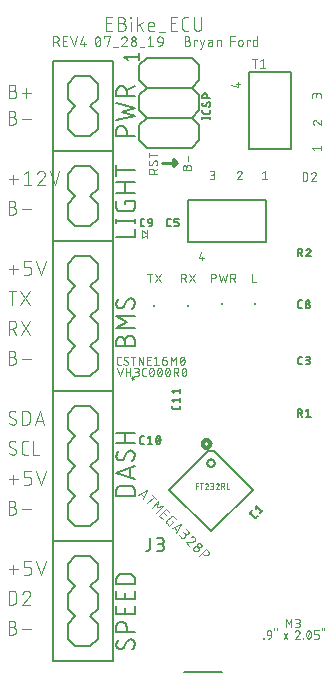
<source format=gbr>
G04 EAGLE Gerber RS-274X export*
G75*
%MOMM*%
%FSLAX34Y34*%
%LPD*%
%INSilkscreen Top*%
%IPPOS*%
%AMOC8*
5,1,8,0,0,1.08239X$1,22.5*%
G01*
%ADD10C,0.127000*%
%ADD11C,0.101600*%
%ADD12C,0.076200*%
%ADD13C,0.203200*%
%ADD14C,0.050800*%
%ADD15C,0.304800*%
%ADD16C,0.254000*%
%ADD17C,0.152400*%
%ADD18C,0.177800*%
%ADD19R,0.200000X0.200000*%


D10*
X110871Y391160D02*
X126365Y391160D01*
X126365Y398046D01*
X126365Y404852D02*
X110871Y404852D01*
X126365Y403130D02*
X126365Y406573D01*
X110871Y406573D02*
X110871Y403130D01*
X117757Y418961D02*
X117757Y421544D01*
X126365Y421544D01*
X126365Y416379D01*
X126363Y416264D01*
X126357Y416149D01*
X126348Y416034D01*
X126334Y415920D01*
X126317Y415806D01*
X126296Y415693D01*
X126271Y415581D01*
X126243Y415469D01*
X126210Y415359D01*
X126174Y415250D01*
X126135Y415142D01*
X126092Y415035D01*
X126045Y414930D01*
X125995Y414826D01*
X125941Y414724D01*
X125884Y414624D01*
X125824Y414526D01*
X125761Y414430D01*
X125694Y414337D01*
X125624Y414245D01*
X125551Y414156D01*
X125476Y414069D01*
X125397Y413985D01*
X125316Y413904D01*
X125232Y413826D01*
X125145Y413750D01*
X125056Y413677D01*
X124964Y413607D01*
X124871Y413540D01*
X124775Y413477D01*
X124677Y413417D01*
X124577Y413360D01*
X124475Y413306D01*
X124371Y413256D01*
X124266Y413209D01*
X124159Y413166D01*
X124051Y413127D01*
X123942Y413091D01*
X123832Y413058D01*
X123720Y413030D01*
X123608Y413005D01*
X123495Y412984D01*
X123381Y412967D01*
X123267Y412953D01*
X123152Y412944D01*
X123037Y412938D01*
X122922Y412936D01*
X114314Y412936D01*
X114199Y412938D01*
X114084Y412944D01*
X113969Y412953D01*
X113855Y412967D01*
X113741Y412984D01*
X113628Y413005D01*
X113516Y413030D01*
X113404Y413058D01*
X113294Y413091D01*
X113185Y413127D01*
X113077Y413166D01*
X112970Y413209D01*
X112865Y413256D01*
X112761Y413306D01*
X112659Y413360D01*
X112559Y413417D01*
X112461Y413477D01*
X112365Y413540D01*
X112272Y413607D01*
X112180Y413677D01*
X112091Y413750D01*
X112004Y413825D01*
X111920Y413904D01*
X111839Y413985D01*
X111761Y414069D01*
X111685Y414156D01*
X111612Y414245D01*
X111542Y414337D01*
X111475Y414430D01*
X111412Y414526D01*
X111352Y414624D01*
X111295Y414724D01*
X111241Y414826D01*
X111191Y414930D01*
X111144Y415035D01*
X111101Y415142D01*
X111062Y415250D01*
X111026Y415359D01*
X110993Y415469D01*
X110965Y415581D01*
X110940Y415693D01*
X110919Y415806D01*
X110902Y415920D01*
X110888Y416034D01*
X110879Y416149D01*
X110873Y416264D01*
X110871Y416379D01*
X110871Y421544D01*
X110871Y428793D02*
X126365Y428793D01*
X117757Y428793D02*
X117757Y437400D01*
X110871Y437400D02*
X126365Y437400D01*
X126365Y447467D02*
X110871Y447467D01*
X110871Y443163D02*
X110871Y451771D01*
X110871Y476885D02*
X126365Y476885D01*
X110871Y476885D02*
X110871Y481189D01*
X110873Y481319D01*
X110879Y481449D01*
X110889Y481579D01*
X110902Y481708D01*
X110920Y481837D01*
X110941Y481965D01*
X110967Y482092D01*
X110996Y482219D01*
X111029Y482345D01*
X111066Y482469D01*
X111106Y482593D01*
X111151Y482715D01*
X111199Y482836D01*
X111250Y482955D01*
X111305Y483073D01*
X111364Y483189D01*
X111426Y483303D01*
X111492Y483416D01*
X111561Y483526D01*
X111633Y483634D01*
X111708Y483740D01*
X111787Y483843D01*
X111869Y483944D01*
X111953Y484043D01*
X112041Y484139D01*
X112132Y484232D01*
X112225Y484323D01*
X112321Y484411D01*
X112420Y484495D01*
X112521Y484577D01*
X112624Y484656D01*
X112730Y484731D01*
X112838Y484803D01*
X112948Y484872D01*
X113061Y484938D01*
X113175Y485000D01*
X113291Y485059D01*
X113409Y485114D01*
X113528Y485165D01*
X113649Y485213D01*
X113771Y485258D01*
X113895Y485298D01*
X114019Y485335D01*
X114145Y485368D01*
X114272Y485397D01*
X114399Y485423D01*
X114527Y485444D01*
X114656Y485462D01*
X114785Y485475D01*
X114915Y485485D01*
X115045Y485491D01*
X115175Y485493D01*
X115305Y485491D01*
X115435Y485485D01*
X115565Y485475D01*
X115694Y485462D01*
X115823Y485444D01*
X115951Y485423D01*
X116078Y485397D01*
X116205Y485368D01*
X116331Y485335D01*
X116455Y485298D01*
X116579Y485258D01*
X116701Y485213D01*
X116822Y485165D01*
X116941Y485114D01*
X117059Y485059D01*
X117175Y485000D01*
X117289Y484938D01*
X117402Y484872D01*
X117512Y484803D01*
X117620Y484731D01*
X117726Y484656D01*
X117829Y484577D01*
X117930Y484495D01*
X118029Y484411D01*
X118125Y484323D01*
X118218Y484232D01*
X118309Y484139D01*
X118397Y484043D01*
X118481Y483944D01*
X118563Y483843D01*
X118642Y483740D01*
X118717Y483634D01*
X118789Y483526D01*
X118858Y483416D01*
X118924Y483303D01*
X118986Y483189D01*
X119045Y483073D01*
X119100Y482955D01*
X119151Y482836D01*
X119199Y482715D01*
X119244Y482593D01*
X119284Y482469D01*
X119321Y482345D01*
X119354Y482219D01*
X119383Y482092D01*
X119409Y481965D01*
X119430Y481837D01*
X119448Y481708D01*
X119461Y481579D01*
X119471Y481449D01*
X119477Y481319D01*
X119479Y481189D01*
X119479Y476885D01*
X110871Y490458D02*
X126365Y493901D01*
X116036Y497344D01*
X126365Y500787D01*
X110871Y504231D01*
X110871Y510469D02*
X126365Y510469D01*
X110871Y510469D02*
X110871Y514773D01*
X110873Y514903D01*
X110879Y515033D01*
X110889Y515163D01*
X110902Y515292D01*
X110920Y515421D01*
X110941Y515549D01*
X110967Y515676D01*
X110996Y515803D01*
X111029Y515929D01*
X111066Y516053D01*
X111106Y516177D01*
X111151Y516299D01*
X111199Y516420D01*
X111250Y516539D01*
X111305Y516657D01*
X111364Y516773D01*
X111426Y516887D01*
X111492Y517000D01*
X111561Y517110D01*
X111633Y517218D01*
X111708Y517324D01*
X111787Y517427D01*
X111869Y517528D01*
X111953Y517627D01*
X112041Y517723D01*
X112132Y517816D01*
X112225Y517907D01*
X112321Y517995D01*
X112420Y518079D01*
X112521Y518161D01*
X112624Y518240D01*
X112730Y518315D01*
X112838Y518387D01*
X112948Y518456D01*
X113061Y518522D01*
X113175Y518584D01*
X113291Y518643D01*
X113409Y518698D01*
X113528Y518749D01*
X113649Y518797D01*
X113771Y518842D01*
X113895Y518882D01*
X114019Y518919D01*
X114145Y518952D01*
X114272Y518981D01*
X114399Y519007D01*
X114527Y519028D01*
X114656Y519046D01*
X114785Y519059D01*
X114915Y519069D01*
X115045Y519075D01*
X115175Y519077D01*
X115305Y519075D01*
X115435Y519069D01*
X115565Y519059D01*
X115694Y519046D01*
X115823Y519028D01*
X115951Y519007D01*
X116078Y518981D01*
X116205Y518952D01*
X116331Y518919D01*
X116455Y518882D01*
X116579Y518842D01*
X116701Y518797D01*
X116822Y518749D01*
X116941Y518698D01*
X117059Y518643D01*
X117175Y518584D01*
X117289Y518522D01*
X117402Y518456D01*
X117512Y518387D01*
X117620Y518315D01*
X117726Y518240D01*
X117829Y518161D01*
X117930Y518079D01*
X118029Y517995D01*
X118125Y517907D01*
X118218Y517816D01*
X118309Y517723D01*
X118397Y517627D01*
X118481Y517528D01*
X118563Y517427D01*
X118642Y517324D01*
X118717Y517218D01*
X118789Y517110D01*
X118858Y517000D01*
X118924Y516887D01*
X118986Y516773D01*
X119045Y516657D01*
X119100Y516539D01*
X119151Y516420D01*
X119199Y516299D01*
X119244Y516177D01*
X119284Y516053D01*
X119321Y515929D01*
X119354Y515803D01*
X119383Y515676D01*
X119409Y515549D01*
X119430Y515421D01*
X119448Y515292D01*
X119461Y515163D01*
X119471Y515033D01*
X119477Y514903D01*
X119479Y514773D01*
X119479Y510469D01*
X119479Y515634D02*
X126365Y519077D01*
X122922Y50518D02*
X123037Y50516D01*
X123152Y50510D01*
X123267Y50501D01*
X123381Y50487D01*
X123495Y50470D01*
X123608Y50449D01*
X123720Y50424D01*
X123832Y50396D01*
X123942Y50363D01*
X124051Y50327D01*
X124159Y50288D01*
X124266Y50245D01*
X124371Y50198D01*
X124475Y50148D01*
X124577Y50094D01*
X124677Y50037D01*
X124775Y49977D01*
X124871Y49914D01*
X124964Y49847D01*
X125056Y49777D01*
X125145Y49704D01*
X125232Y49629D01*
X125316Y49550D01*
X125397Y49469D01*
X125476Y49385D01*
X125551Y49298D01*
X125624Y49209D01*
X125694Y49117D01*
X125761Y49024D01*
X125824Y48928D01*
X125884Y48830D01*
X125941Y48730D01*
X125995Y48628D01*
X126045Y48524D01*
X126092Y48419D01*
X126135Y48312D01*
X126174Y48204D01*
X126210Y48095D01*
X126243Y47985D01*
X126271Y47873D01*
X126296Y47761D01*
X126317Y47648D01*
X126334Y47534D01*
X126348Y47420D01*
X126357Y47305D01*
X126363Y47190D01*
X126365Y47075D01*
X126363Y46901D01*
X126357Y46727D01*
X126346Y46553D01*
X126332Y46380D01*
X126313Y46207D01*
X126290Y46034D01*
X126263Y45862D01*
X126232Y45691D01*
X126197Y45521D01*
X126158Y45351D01*
X126115Y45183D01*
X126067Y45015D01*
X126016Y44849D01*
X125961Y44684D01*
X125902Y44520D01*
X125838Y44358D01*
X125772Y44197D01*
X125701Y44038D01*
X125626Y43881D01*
X125548Y43725D01*
X125466Y43572D01*
X125380Y43420D01*
X125291Y43271D01*
X125198Y43124D01*
X125102Y42979D01*
X125002Y42836D01*
X124899Y42696D01*
X124793Y42558D01*
X124683Y42423D01*
X124570Y42291D01*
X124454Y42161D01*
X124335Y42034D01*
X124213Y41910D01*
X114314Y42341D02*
X114199Y42343D01*
X114084Y42349D01*
X113969Y42358D01*
X113855Y42372D01*
X113741Y42389D01*
X113628Y42410D01*
X113516Y42435D01*
X113404Y42463D01*
X113294Y42496D01*
X113185Y42532D01*
X113077Y42571D01*
X112970Y42614D01*
X112865Y42661D01*
X112761Y42711D01*
X112659Y42765D01*
X112559Y42822D01*
X112461Y42882D01*
X112365Y42945D01*
X112272Y43012D01*
X112180Y43082D01*
X112091Y43155D01*
X112004Y43230D01*
X111920Y43309D01*
X111839Y43390D01*
X111760Y43474D01*
X111685Y43561D01*
X111612Y43650D01*
X111542Y43742D01*
X111475Y43835D01*
X111412Y43931D01*
X111352Y44029D01*
X111295Y44129D01*
X111241Y44231D01*
X111191Y44335D01*
X111144Y44440D01*
X111101Y44547D01*
X111062Y44655D01*
X111026Y44764D01*
X110993Y44874D01*
X110965Y44986D01*
X110940Y45098D01*
X110919Y45211D01*
X110902Y45325D01*
X110888Y45439D01*
X110879Y45554D01*
X110873Y45669D01*
X110871Y45784D01*
X110873Y45944D01*
X110879Y46103D01*
X110889Y46263D01*
X110903Y46422D01*
X110920Y46581D01*
X110942Y46739D01*
X110968Y46897D01*
X110997Y47054D01*
X111031Y47210D01*
X111068Y47366D01*
X111109Y47520D01*
X111154Y47673D01*
X111202Y47826D01*
X111255Y47977D01*
X111311Y48126D01*
X111371Y48274D01*
X111434Y48421D01*
X111501Y48566D01*
X111572Y48709D01*
X111646Y48851D01*
X111724Y48991D01*
X111805Y49128D01*
X111889Y49264D01*
X111977Y49397D01*
X112068Y49529D01*
X112162Y49658D01*
X117327Y44062D02*
X117266Y43962D01*
X117201Y43864D01*
X117134Y43768D01*
X117063Y43675D01*
X116989Y43584D01*
X116912Y43496D01*
X116832Y43410D01*
X116749Y43327D01*
X116664Y43247D01*
X116576Y43170D01*
X116485Y43096D01*
X116392Y43025D01*
X116297Y42957D01*
X116199Y42892D01*
X116100Y42830D01*
X115998Y42772D01*
X115894Y42717D01*
X115789Y42666D01*
X115682Y42619D01*
X115573Y42575D01*
X115463Y42534D01*
X115352Y42498D01*
X115240Y42465D01*
X115126Y42436D01*
X115012Y42410D01*
X114897Y42389D01*
X114781Y42371D01*
X114665Y42358D01*
X114548Y42348D01*
X114431Y42342D01*
X114314Y42340D01*
X119909Y48796D02*
X119970Y48896D01*
X120035Y48994D01*
X120103Y49090D01*
X120173Y49183D01*
X120247Y49274D01*
X120324Y49362D01*
X120404Y49448D01*
X120487Y49531D01*
X120572Y49611D01*
X120660Y49688D01*
X120751Y49762D01*
X120844Y49834D01*
X120939Y49902D01*
X121037Y49966D01*
X121136Y50028D01*
X121238Y50086D01*
X121342Y50141D01*
X121447Y50192D01*
X121554Y50239D01*
X121663Y50283D01*
X121773Y50324D01*
X121884Y50360D01*
X121996Y50393D01*
X122110Y50422D01*
X122224Y50448D01*
X122339Y50469D01*
X122455Y50487D01*
X122571Y50500D01*
X122688Y50510D01*
X122805Y50516D01*
X122922Y50518D01*
X119909Y48796D02*
X117327Y44062D01*
X110871Y56973D02*
X126365Y56973D01*
X110871Y56973D02*
X110871Y61277D01*
X110873Y61407D01*
X110879Y61537D01*
X110889Y61667D01*
X110902Y61796D01*
X110920Y61925D01*
X110941Y62053D01*
X110967Y62180D01*
X110996Y62307D01*
X111029Y62433D01*
X111066Y62557D01*
X111106Y62681D01*
X111151Y62803D01*
X111199Y62924D01*
X111250Y63043D01*
X111305Y63161D01*
X111364Y63277D01*
X111426Y63391D01*
X111492Y63504D01*
X111561Y63614D01*
X111633Y63722D01*
X111708Y63828D01*
X111787Y63931D01*
X111869Y64032D01*
X111953Y64131D01*
X112041Y64227D01*
X112132Y64320D01*
X112225Y64411D01*
X112321Y64499D01*
X112420Y64583D01*
X112521Y64665D01*
X112624Y64744D01*
X112730Y64819D01*
X112838Y64891D01*
X112948Y64960D01*
X113061Y65026D01*
X113175Y65088D01*
X113291Y65147D01*
X113409Y65202D01*
X113528Y65253D01*
X113649Y65301D01*
X113771Y65346D01*
X113895Y65386D01*
X114019Y65423D01*
X114145Y65456D01*
X114272Y65485D01*
X114399Y65511D01*
X114527Y65532D01*
X114656Y65550D01*
X114785Y65563D01*
X114915Y65573D01*
X115045Y65579D01*
X115175Y65581D01*
X115305Y65579D01*
X115435Y65573D01*
X115565Y65563D01*
X115694Y65550D01*
X115823Y65532D01*
X115951Y65511D01*
X116078Y65485D01*
X116205Y65456D01*
X116331Y65423D01*
X116455Y65386D01*
X116579Y65346D01*
X116701Y65301D01*
X116822Y65253D01*
X116941Y65202D01*
X117059Y65147D01*
X117175Y65088D01*
X117289Y65026D01*
X117402Y64960D01*
X117512Y64891D01*
X117620Y64819D01*
X117726Y64744D01*
X117829Y64665D01*
X117930Y64583D01*
X118029Y64499D01*
X118125Y64411D01*
X118218Y64320D01*
X118309Y64227D01*
X118397Y64131D01*
X118481Y64032D01*
X118563Y63931D01*
X118642Y63828D01*
X118717Y63722D01*
X118789Y63614D01*
X118858Y63504D01*
X118924Y63391D01*
X118986Y63277D01*
X119045Y63161D01*
X119100Y63043D01*
X119151Y62924D01*
X119199Y62803D01*
X119244Y62681D01*
X119284Y62557D01*
X119321Y62433D01*
X119354Y62307D01*
X119383Y62180D01*
X119409Y62053D01*
X119430Y61925D01*
X119448Y61796D01*
X119461Y61667D01*
X119471Y61537D01*
X119477Y61407D01*
X119479Y61277D01*
X119479Y56973D01*
X126365Y71669D02*
X126365Y78555D01*
X126365Y71669D02*
X110871Y71669D01*
X110871Y78555D01*
X117757Y76833D02*
X117757Y71669D01*
X126365Y84553D02*
X126365Y91439D01*
X126365Y84553D02*
X110871Y84553D01*
X110871Y91439D01*
X117757Y89717D02*
X117757Y84553D01*
X110871Y97409D02*
X126365Y97409D01*
X110871Y97409D02*
X110871Y101713D01*
X110873Y101843D01*
X110879Y101973D01*
X110889Y102103D01*
X110902Y102232D01*
X110920Y102361D01*
X110942Y102489D01*
X110967Y102616D01*
X110996Y102743D01*
X111029Y102869D01*
X111066Y102993D01*
X111106Y103117D01*
X111151Y103239D01*
X111199Y103360D01*
X111250Y103479D01*
X111305Y103597D01*
X111364Y103713D01*
X111426Y103827D01*
X111492Y103940D01*
X111561Y104050D01*
X111633Y104158D01*
X111708Y104264D01*
X111787Y104367D01*
X111869Y104468D01*
X111953Y104567D01*
X112041Y104663D01*
X112132Y104756D01*
X112225Y104847D01*
X112321Y104935D01*
X112420Y105019D01*
X112521Y105101D01*
X112624Y105180D01*
X112730Y105255D01*
X112838Y105327D01*
X112948Y105396D01*
X113061Y105462D01*
X113175Y105524D01*
X113291Y105583D01*
X113409Y105638D01*
X113528Y105689D01*
X113649Y105737D01*
X113771Y105782D01*
X113895Y105822D01*
X114019Y105859D01*
X114145Y105892D01*
X114272Y105921D01*
X114399Y105947D01*
X114527Y105968D01*
X114656Y105986D01*
X114786Y105999D01*
X114915Y106009D01*
X115045Y106015D01*
X115175Y106017D01*
X122061Y106017D01*
X122191Y106015D01*
X122321Y106009D01*
X122451Y105999D01*
X122580Y105986D01*
X122709Y105968D01*
X122837Y105947D01*
X122964Y105921D01*
X123091Y105892D01*
X123217Y105859D01*
X123341Y105822D01*
X123465Y105782D01*
X123587Y105737D01*
X123708Y105689D01*
X123827Y105638D01*
X123945Y105583D01*
X124061Y105524D01*
X124175Y105462D01*
X124288Y105396D01*
X124398Y105327D01*
X124506Y105255D01*
X124612Y105180D01*
X124715Y105101D01*
X124816Y105019D01*
X124915Y104935D01*
X125011Y104847D01*
X125104Y104756D01*
X125195Y104663D01*
X125283Y104567D01*
X125367Y104468D01*
X125449Y104367D01*
X125528Y104264D01*
X125603Y104158D01*
X125675Y104050D01*
X125744Y103940D01*
X125810Y103827D01*
X125872Y103713D01*
X125931Y103597D01*
X125986Y103479D01*
X126037Y103360D01*
X126085Y103239D01*
X126130Y103117D01*
X126170Y102993D01*
X126207Y102869D01*
X126240Y102743D01*
X126269Y102616D01*
X126295Y102489D01*
X126316Y102361D01*
X126334Y102232D01*
X126347Y102103D01*
X126357Y101973D01*
X126363Y101843D01*
X126365Y101713D01*
X126365Y97409D01*
X117757Y299085D02*
X117757Y303389D01*
X117759Y303519D01*
X117765Y303649D01*
X117775Y303779D01*
X117788Y303908D01*
X117806Y304037D01*
X117827Y304165D01*
X117853Y304292D01*
X117882Y304419D01*
X117915Y304545D01*
X117952Y304669D01*
X117992Y304793D01*
X118037Y304915D01*
X118085Y305036D01*
X118136Y305155D01*
X118191Y305273D01*
X118250Y305389D01*
X118312Y305503D01*
X118378Y305616D01*
X118447Y305726D01*
X118519Y305834D01*
X118594Y305940D01*
X118673Y306043D01*
X118755Y306144D01*
X118839Y306243D01*
X118927Y306339D01*
X119018Y306432D01*
X119111Y306523D01*
X119207Y306611D01*
X119306Y306695D01*
X119407Y306777D01*
X119510Y306856D01*
X119616Y306931D01*
X119724Y307003D01*
X119834Y307072D01*
X119947Y307138D01*
X120061Y307200D01*
X120177Y307259D01*
X120295Y307314D01*
X120414Y307365D01*
X120535Y307413D01*
X120657Y307458D01*
X120781Y307498D01*
X120905Y307535D01*
X121031Y307568D01*
X121158Y307597D01*
X121285Y307623D01*
X121413Y307644D01*
X121542Y307662D01*
X121671Y307675D01*
X121801Y307685D01*
X121931Y307691D01*
X122061Y307693D01*
X122191Y307691D01*
X122321Y307685D01*
X122451Y307675D01*
X122580Y307662D01*
X122709Y307644D01*
X122837Y307623D01*
X122964Y307597D01*
X123091Y307568D01*
X123217Y307535D01*
X123341Y307498D01*
X123465Y307458D01*
X123587Y307413D01*
X123708Y307365D01*
X123827Y307314D01*
X123945Y307259D01*
X124061Y307200D01*
X124175Y307138D01*
X124288Y307072D01*
X124398Y307003D01*
X124506Y306931D01*
X124612Y306856D01*
X124715Y306777D01*
X124816Y306695D01*
X124915Y306611D01*
X125011Y306523D01*
X125104Y306432D01*
X125195Y306339D01*
X125283Y306243D01*
X125367Y306144D01*
X125449Y306043D01*
X125528Y305940D01*
X125603Y305834D01*
X125675Y305726D01*
X125744Y305616D01*
X125810Y305503D01*
X125872Y305389D01*
X125931Y305273D01*
X125986Y305155D01*
X126037Y305036D01*
X126085Y304915D01*
X126130Y304793D01*
X126170Y304669D01*
X126207Y304545D01*
X126240Y304419D01*
X126269Y304292D01*
X126295Y304165D01*
X126316Y304037D01*
X126334Y303908D01*
X126347Y303779D01*
X126357Y303649D01*
X126363Y303519D01*
X126365Y303389D01*
X126365Y299085D01*
X110871Y299085D01*
X110871Y303389D01*
X110873Y303505D01*
X110879Y303621D01*
X110889Y303737D01*
X110902Y303853D01*
X110920Y303968D01*
X110941Y304082D01*
X110967Y304196D01*
X110996Y304308D01*
X111029Y304420D01*
X111066Y304530D01*
X111106Y304639D01*
X111150Y304747D01*
X111198Y304853D01*
X111249Y304957D01*
X111304Y305060D01*
X111362Y305161D01*
X111423Y305259D01*
X111488Y305356D01*
X111556Y305450D01*
X111627Y305542D01*
X111702Y305632D01*
X111779Y305719D01*
X111859Y305803D01*
X111942Y305884D01*
X112028Y305963D01*
X112116Y306039D01*
X112207Y306112D01*
X112300Y306181D01*
X112395Y306248D01*
X112493Y306311D01*
X112593Y306371D01*
X112694Y306427D01*
X112798Y306480D01*
X112903Y306530D01*
X113010Y306575D01*
X113118Y306618D01*
X113228Y306656D01*
X113339Y306691D01*
X113451Y306722D01*
X113564Y306749D01*
X113678Y306773D01*
X113793Y306792D01*
X113908Y306808D01*
X114024Y306820D01*
X114140Y306828D01*
X114256Y306832D01*
X114372Y306832D01*
X114488Y306828D01*
X114604Y306820D01*
X114720Y306808D01*
X114835Y306792D01*
X114950Y306773D01*
X115064Y306749D01*
X115177Y306722D01*
X115289Y306691D01*
X115400Y306656D01*
X115510Y306618D01*
X115618Y306575D01*
X115725Y306530D01*
X115830Y306480D01*
X115934Y306427D01*
X116036Y306371D01*
X116135Y306311D01*
X116233Y306248D01*
X116328Y306181D01*
X116421Y306112D01*
X116512Y306039D01*
X116600Y305963D01*
X116686Y305884D01*
X116769Y305803D01*
X116849Y305719D01*
X116926Y305632D01*
X117001Y305542D01*
X117072Y305450D01*
X117140Y305356D01*
X117205Y305259D01*
X117266Y305161D01*
X117324Y305060D01*
X117379Y304957D01*
X117430Y304853D01*
X117478Y304747D01*
X117522Y304639D01*
X117562Y304530D01*
X117599Y304420D01*
X117632Y304308D01*
X117661Y304196D01*
X117687Y304082D01*
X117708Y303968D01*
X117726Y303853D01*
X117739Y303737D01*
X117749Y303621D01*
X117755Y303505D01*
X117757Y303389D01*
X110871Y313884D02*
X126365Y313884D01*
X119479Y319049D02*
X110871Y313884D01*
X119479Y319049D02*
X110871Y324213D01*
X126365Y324213D01*
X126365Y335766D02*
X126363Y335881D01*
X126357Y335996D01*
X126348Y336111D01*
X126334Y336225D01*
X126317Y336339D01*
X126296Y336452D01*
X126271Y336564D01*
X126243Y336676D01*
X126210Y336786D01*
X126174Y336895D01*
X126135Y337003D01*
X126092Y337110D01*
X126045Y337215D01*
X125995Y337319D01*
X125941Y337421D01*
X125884Y337521D01*
X125824Y337619D01*
X125761Y337715D01*
X125694Y337808D01*
X125624Y337900D01*
X125551Y337989D01*
X125476Y338076D01*
X125397Y338160D01*
X125316Y338241D01*
X125232Y338320D01*
X125145Y338395D01*
X125056Y338468D01*
X124964Y338538D01*
X124871Y338605D01*
X124775Y338668D01*
X124677Y338728D01*
X124577Y338785D01*
X124475Y338839D01*
X124371Y338889D01*
X124266Y338936D01*
X124159Y338979D01*
X124051Y339018D01*
X123942Y339054D01*
X123832Y339087D01*
X123720Y339115D01*
X123608Y339140D01*
X123495Y339161D01*
X123381Y339178D01*
X123267Y339192D01*
X123152Y339201D01*
X123037Y339207D01*
X122922Y339209D01*
X126365Y335766D02*
X126363Y335592D01*
X126357Y335418D01*
X126346Y335244D01*
X126332Y335071D01*
X126313Y334898D01*
X126290Y334725D01*
X126263Y334553D01*
X126232Y334382D01*
X126197Y334212D01*
X126158Y334042D01*
X126115Y333874D01*
X126067Y333706D01*
X126016Y333540D01*
X125961Y333375D01*
X125902Y333211D01*
X125838Y333049D01*
X125772Y332888D01*
X125701Y332729D01*
X125626Y332572D01*
X125548Y332416D01*
X125466Y332263D01*
X125380Y332111D01*
X125291Y331962D01*
X125198Y331815D01*
X125102Y331670D01*
X125002Y331527D01*
X124899Y331387D01*
X124793Y331249D01*
X124683Y331114D01*
X124570Y330982D01*
X124454Y330852D01*
X124335Y330725D01*
X124213Y330601D01*
X114314Y331032D02*
X114199Y331034D01*
X114084Y331040D01*
X113969Y331049D01*
X113855Y331063D01*
X113741Y331080D01*
X113628Y331101D01*
X113516Y331126D01*
X113404Y331154D01*
X113294Y331187D01*
X113185Y331223D01*
X113077Y331262D01*
X112970Y331305D01*
X112865Y331352D01*
X112761Y331402D01*
X112659Y331456D01*
X112559Y331513D01*
X112461Y331573D01*
X112365Y331636D01*
X112272Y331703D01*
X112180Y331773D01*
X112091Y331846D01*
X112004Y331921D01*
X111920Y332000D01*
X111839Y332081D01*
X111760Y332165D01*
X111685Y332252D01*
X111612Y332341D01*
X111542Y332433D01*
X111475Y332526D01*
X111412Y332622D01*
X111352Y332720D01*
X111295Y332820D01*
X111241Y332922D01*
X111191Y333026D01*
X111144Y333131D01*
X111101Y333238D01*
X111062Y333346D01*
X111026Y333455D01*
X110993Y333565D01*
X110965Y333677D01*
X110940Y333789D01*
X110919Y333902D01*
X110902Y334016D01*
X110888Y334130D01*
X110879Y334245D01*
X110873Y334360D01*
X110871Y334475D01*
X110873Y334635D01*
X110879Y334794D01*
X110889Y334954D01*
X110903Y335113D01*
X110920Y335272D01*
X110942Y335430D01*
X110968Y335588D01*
X110997Y335745D01*
X111031Y335901D01*
X111068Y336057D01*
X111109Y336211D01*
X111154Y336364D01*
X111202Y336517D01*
X111255Y336668D01*
X111311Y336817D01*
X111371Y336965D01*
X111434Y337112D01*
X111501Y337257D01*
X111572Y337400D01*
X111646Y337542D01*
X111724Y337682D01*
X111805Y337819D01*
X111889Y337955D01*
X111977Y338088D01*
X112068Y338220D01*
X112162Y338349D01*
X117327Y332754D02*
X117266Y332654D01*
X117201Y332556D01*
X117134Y332460D01*
X117063Y332367D01*
X116989Y332276D01*
X116912Y332188D01*
X116832Y332102D01*
X116749Y332019D01*
X116664Y331939D01*
X116576Y331862D01*
X116485Y331788D01*
X116392Y331717D01*
X116297Y331649D01*
X116199Y331584D01*
X116100Y331522D01*
X115998Y331464D01*
X115894Y331409D01*
X115789Y331358D01*
X115682Y331311D01*
X115573Y331267D01*
X115463Y331226D01*
X115352Y331190D01*
X115240Y331157D01*
X115126Y331128D01*
X115012Y331102D01*
X114897Y331081D01*
X114781Y331063D01*
X114665Y331050D01*
X114548Y331040D01*
X114431Y331034D01*
X114314Y331032D01*
X119909Y337488D02*
X119970Y337588D01*
X120035Y337686D01*
X120103Y337782D01*
X120173Y337875D01*
X120247Y337966D01*
X120324Y338054D01*
X120404Y338140D01*
X120487Y338223D01*
X120572Y338303D01*
X120660Y338380D01*
X120751Y338454D01*
X120844Y338526D01*
X120939Y338594D01*
X121037Y338658D01*
X121136Y338720D01*
X121238Y338778D01*
X121342Y338833D01*
X121447Y338884D01*
X121554Y338931D01*
X121663Y338975D01*
X121773Y339016D01*
X121884Y339052D01*
X121996Y339085D01*
X122110Y339114D01*
X122224Y339140D01*
X122339Y339161D01*
X122455Y339179D01*
X122571Y339192D01*
X122688Y339202D01*
X122805Y339208D01*
X122922Y339210D01*
X119909Y337488D02*
X117327Y332754D01*
X110871Y172085D02*
X126365Y172085D01*
X110871Y172085D02*
X110871Y176389D01*
X110873Y176519D01*
X110879Y176649D01*
X110889Y176779D01*
X110902Y176908D01*
X110920Y177037D01*
X110942Y177165D01*
X110967Y177292D01*
X110996Y177419D01*
X111029Y177545D01*
X111066Y177669D01*
X111106Y177793D01*
X111151Y177915D01*
X111199Y178036D01*
X111250Y178155D01*
X111305Y178273D01*
X111364Y178389D01*
X111426Y178503D01*
X111492Y178616D01*
X111561Y178726D01*
X111633Y178834D01*
X111708Y178940D01*
X111787Y179043D01*
X111869Y179144D01*
X111953Y179243D01*
X112041Y179339D01*
X112132Y179432D01*
X112225Y179523D01*
X112321Y179611D01*
X112420Y179695D01*
X112521Y179777D01*
X112624Y179856D01*
X112730Y179931D01*
X112838Y180003D01*
X112948Y180072D01*
X113061Y180138D01*
X113175Y180200D01*
X113291Y180259D01*
X113409Y180314D01*
X113528Y180365D01*
X113649Y180413D01*
X113771Y180458D01*
X113895Y180498D01*
X114019Y180535D01*
X114145Y180568D01*
X114272Y180597D01*
X114399Y180623D01*
X114527Y180644D01*
X114656Y180662D01*
X114786Y180675D01*
X114915Y180685D01*
X115045Y180691D01*
X115175Y180693D01*
X122061Y180693D01*
X122191Y180691D01*
X122321Y180685D01*
X122451Y180675D01*
X122580Y180662D01*
X122709Y180644D01*
X122837Y180623D01*
X122964Y180597D01*
X123091Y180568D01*
X123217Y180535D01*
X123341Y180498D01*
X123465Y180458D01*
X123587Y180413D01*
X123708Y180365D01*
X123827Y180314D01*
X123945Y180259D01*
X124061Y180200D01*
X124175Y180138D01*
X124288Y180072D01*
X124398Y180003D01*
X124506Y179931D01*
X124612Y179856D01*
X124715Y179777D01*
X124816Y179695D01*
X124915Y179611D01*
X125011Y179523D01*
X125104Y179432D01*
X125195Y179339D01*
X125283Y179243D01*
X125367Y179144D01*
X125449Y179043D01*
X125528Y178940D01*
X125603Y178834D01*
X125675Y178726D01*
X125744Y178616D01*
X125810Y178503D01*
X125872Y178389D01*
X125931Y178273D01*
X125986Y178155D01*
X126037Y178036D01*
X126085Y177915D01*
X126130Y177793D01*
X126170Y177669D01*
X126207Y177545D01*
X126240Y177419D01*
X126269Y177292D01*
X126295Y177165D01*
X126316Y177037D01*
X126334Y176908D01*
X126347Y176779D01*
X126357Y176649D01*
X126363Y176519D01*
X126365Y176389D01*
X126365Y172085D01*
X126365Y186586D02*
X110871Y191750D01*
X126365Y196915D01*
X122492Y195624D02*
X122492Y187877D01*
X126365Y206981D02*
X126363Y207096D01*
X126357Y207211D01*
X126348Y207326D01*
X126334Y207440D01*
X126317Y207554D01*
X126296Y207667D01*
X126271Y207779D01*
X126243Y207891D01*
X126210Y208001D01*
X126174Y208110D01*
X126135Y208218D01*
X126092Y208325D01*
X126045Y208430D01*
X125995Y208534D01*
X125941Y208636D01*
X125884Y208736D01*
X125824Y208834D01*
X125761Y208930D01*
X125694Y209023D01*
X125624Y209115D01*
X125551Y209204D01*
X125476Y209291D01*
X125397Y209375D01*
X125316Y209456D01*
X125232Y209535D01*
X125145Y209610D01*
X125056Y209683D01*
X124964Y209753D01*
X124871Y209820D01*
X124775Y209883D01*
X124677Y209943D01*
X124577Y210000D01*
X124475Y210054D01*
X124371Y210104D01*
X124266Y210151D01*
X124159Y210194D01*
X124051Y210233D01*
X123942Y210269D01*
X123832Y210302D01*
X123720Y210330D01*
X123608Y210355D01*
X123495Y210376D01*
X123381Y210393D01*
X123267Y210407D01*
X123152Y210416D01*
X123037Y210422D01*
X122922Y210424D01*
X126365Y206981D02*
X126363Y206807D01*
X126357Y206633D01*
X126346Y206459D01*
X126332Y206286D01*
X126313Y206113D01*
X126290Y205940D01*
X126263Y205768D01*
X126232Y205597D01*
X126197Y205427D01*
X126158Y205257D01*
X126115Y205089D01*
X126067Y204921D01*
X126016Y204755D01*
X125961Y204590D01*
X125902Y204426D01*
X125838Y204264D01*
X125772Y204103D01*
X125701Y203944D01*
X125626Y203787D01*
X125548Y203631D01*
X125466Y203478D01*
X125380Y203326D01*
X125291Y203177D01*
X125198Y203030D01*
X125102Y202885D01*
X125002Y202742D01*
X124899Y202602D01*
X124793Y202464D01*
X124683Y202329D01*
X124570Y202197D01*
X124454Y202067D01*
X124335Y201940D01*
X124213Y201816D01*
X114314Y202247D02*
X114199Y202249D01*
X114084Y202255D01*
X113969Y202264D01*
X113855Y202278D01*
X113741Y202295D01*
X113628Y202316D01*
X113516Y202341D01*
X113404Y202369D01*
X113294Y202402D01*
X113185Y202438D01*
X113077Y202477D01*
X112970Y202520D01*
X112865Y202567D01*
X112761Y202617D01*
X112659Y202671D01*
X112559Y202728D01*
X112461Y202788D01*
X112365Y202851D01*
X112272Y202918D01*
X112180Y202988D01*
X112091Y203061D01*
X112004Y203136D01*
X111920Y203215D01*
X111839Y203296D01*
X111760Y203380D01*
X111685Y203467D01*
X111612Y203556D01*
X111542Y203648D01*
X111475Y203741D01*
X111412Y203837D01*
X111352Y203935D01*
X111295Y204035D01*
X111241Y204137D01*
X111191Y204241D01*
X111144Y204346D01*
X111101Y204453D01*
X111062Y204561D01*
X111026Y204670D01*
X110993Y204780D01*
X110965Y204892D01*
X110940Y205004D01*
X110919Y205117D01*
X110902Y205231D01*
X110888Y205345D01*
X110879Y205460D01*
X110873Y205575D01*
X110871Y205690D01*
X110873Y205850D01*
X110879Y206009D01*
X110889Y206169D01*
X110903Y206328D01*
X110920Y206487D01*
X110942Y206645D01*
X110968Y206803D01*
X110997Y206960D01*
X111031Y207116D01*
X111068Y207272D01*
X111109Y207426D01*
X111154Y207579D01*
X111202Y207732D01*
X111255Y207883D01*
X111311Y208032D01*
X111371Y208180D01*
X111434Y208327D01*
X111501Y208472D01*
X111572Y208615D01*
X111646Y208757D01*
X111724Y208897D01*
X111805Y209034D01*
X111889Y209170D01*
X111977Y209303D01*
X112068Y209435D01*
X112162Y209564D01*
X117327Y203969D02*
X117266Y203869D01*
X117201Y203771D01*
X117134Y203675D01*
X117063Y203582D01*
X116989Y203491D01*
X116912Y203403D01*
X116832Y203317D01*
X116749Y203234D01*
X116664Y203154D01*
X116576Y203077D01*
X116485Y203003D01*
X116392Y202932D01*
X116297Y202864D01*
X116199Y202799D01*
X116100Y202737D01*
X115998Y202679D01*
X115894Y202624D01*
X115789Y202573D01*
X115682Y202526D01*
X115573Y202482D01*
X115463Y202441D01*
X115352Y202405D01*
X115240Y202372D01*
X115126Y202343D01*
X115012Y202317D01*
X114897Y202296D01*
X114781Y202278D01*
X114665Y202265D01*
X114548Y202255D01*
X114431Y202249D01*
X114314Y202247D01*
X119909Y208702D02*
X119970Y208802D01*
X120035Y208900D01*
X120103Y208996D01*
X120173Y209089D01*
X120247Y209180D01*
X120324Y209268D01*
X120404Y209354D01*
X120487Y209437D01*
X120572Y209517D01*
X120660Y209594D01*
X120751Y209668D01*
X120844Y209740D01*
X120939Y209808D01*
X121037Y209872D01*
X121136Y209934D01*
X121238Y209992D01*
X121342Y210047D01*
X121447Y210098D01*
X121554Y210145D01*
X121663Y210189D01*
X121773Y210230D01*
X121884Y210266D01*
X121996Y210299D01*
X122110Y210328D01*
X122224Y210354D01*
X122339Y210375D01*
X122455Y210393D01*
X122571Y210406D01*
X122688Y210416D01*
X122805Y210422D01*
X122922Y210424D01*
X119909Y208703D02*
X117327Y203969D01*
X110871Y216682D02*
X126365Y216682D01*
X117757Y216682D02*
X117757Y225290D01*
X110871Y225290D02*
X126365Y225290D01*
D11*
X22804Y60974D02*
X19558Y60974D01*
X22804Y60975D02*
X22917Y60973D01*
X23030Y60967D01*
X23143Y60957D01*
X23256Y60943D01*
X23368Y60926D01*
X23479Y60904D01*
X23589Y60879D01*
X23699Y60849D01*
X23807Y60816D01*
X23914Y60779D01*
X24020Y60739D01*
X24124Y60694D01*
X24227Y60646D01*
X24328Y60595D01*
X24427Y60540D01*
X24524Y60482D01*
X24619Y60420D01*
X24712Y60355D01*
X24802Y60287D01*
X24890Y60216D01*
X24976Y60141D01*
X25059Y60064D01*
X25139Y59984D01*
X25216Y59901D01*
X25291Y59815D01*
X25362Y59727D01*
X25430Y59637D01*
X25495Y59544D01*
X25557Y59449D01*
X25615Y59352D01*
X25670Y59253D01*
X25721Y59152D01*
X25769Y59049D01*
X25814Y58945D01*
X25854Y58839D01*
X25891Y58732D01*
X25924Y58624D01*
X25954Y58514D01*
X25979Y58404D01*
X26001Y58293D01*
X26018Y58181D01*
X26032Y58068D01*
X26042Y57955D01*
X26048Y57842D01*
X26050Y57729D01*
X26048Y57616D01*
X26042Y57503D01*
X26032Y57390D01*
X26018Y57277D01*
X26001Y57165D01*
X25979Y57054D01*
X25954Y56944D01*
X25924Y56834D01*
X25891Y56726D01*
X25854Y56619D01*
X25814Y56513D01*
X25769Y56409D01*
X25721Y56306D01*
X25670Y56205D01*
X25615Y56106D01*
X25557Y56009D01*
X25495Y55914D01*
X25430Y55821D01*
X25362Y55731D01*
X25291Y55643D01*
X25216Y55557D01*
X25139Y55474D01*
X25059Y55394D01*
X24976Y55317D01*
X24890Y55242D01*
X24802Y55171D01*
X24712Y55103D01*
X24619Y55038D01*
X24524Y54976D01*
X24427Y54918D01*
X24328Y54863D01*
X24227Y54812D01*
X24124Y54764D01*
X24020Y54719D01*
X23914Y54679D01*
X23807Y54642D01*
X23699Y54609D01*
X23589Y54579D01*
X23479Y54554D01*
X23368Y54532D01*
X23256Y54515D01*
X23143Y54501D01*
X23030Y54491D01*
X22917Y54485D01*
X22804Y54483D01*
X19558Y54483D01*
X19558Y66167D01*
X22804Y66167D01*
X22905Y66165D01*
X23005Y66159D01*
X23105Y66149D01*
X23205Y66136D01*
X23304Y66118D01*
X23403Y66097D01*
X23500Y66072D01*
X23597Y66043D01*
X23692Y66010D01*
X23786Y65974D01*
X23878Y65934D01*
X23969Y65891D01*
X24058Y65844D01*
X24145Y65794D01*
X24231Y65740D01*
X24314Y65683D01*
X24394Y65623D01*
X24473Y65560D01*
X24549Y65493D01*
X24622Y65424D01*
X24692Y65352D01*
X24760Y65278D01*
X24825Y65201D01*
X24886Y65121D01*
X24945Y65039D01*
X25000Y64955D01*
X25052Y64869D01*
X25101Y64781D01*
X25146Y64691D01*
X25188Y64599D01*
X25226Y64506D01*
X25260Y64411D01*
X25291Y64316D01*
X25318Y64219D01*
X25341Y64121D01*
X25361Y64022D01*
X25376Y63922D01*
X25388Y63822D01*
X25396Y63722D01*
X25400Y63621D01*
X25400Y63521D01*
X25396Y63420D01*
X25388Y63320D01*
X25376Y63220D01*
X25361Y63120D01*
X25341Y63021D01*
X25318Y62923D01*
X25291Y62826D01*
X25260Y62731D01*
X25226Y62636D01*
X25188Y62543D01*
X25146Y62451D01*
X25101Y62361D01*
X25052Y62273D01*
X25000Y62187D01*
X24945Y62103D01*
X24886Y62021D01*
X24825Y61941D01*
X24760Y61864D01*
X24692Y61790D01*
X24622Y61718D01*
X24549Y61649D01*
X24473Y61582D01*
X24394Y61519D01*
X24314Y61459D01*
X24231Y61402D01*
X24145Y61348D01*
X24058Y61298D01*
X23969Y61251D01*
X23878Y61208D01*
X23786Y61168D01*
X23692Y61132D01*
X23597Y61099D01*
X23500Y61070D01*
X23403Y61045D01*
X23304Y61024D01*
X23205Y61006D01*
X23105Y60993D01*
X23005Y60983D01*
X22905Y60977D01*
X22804Y60975D01*
X30551Y59027D02*
X38340Y59027D01*
X19558Y79883D02*
X19558Y91567D01*
X22804Y91567D01*
X22917Y91565D01*
X23030Y91559D01*
X23143Y91549D01*
X23256Y91535D01*
X23368Y91518D01*
X23479Y91496D01*
X23589Y91471D01*
X23699Y91441D01*
X23807Y91408D01*
X23914Y91371D01*
X24020Y91331D01*
X24124Y91286D01*
X24227Y91238D01*
X24328Y91187D01*
X24427Y91132D01*
X24524Y91074D01*
X24619Y91012D01*
X24712Y90947D01*
X24802Y90879D01*
X24890Y90808D01*
X24976Y90733D01*
X25059Y90656D01*
X25139Y90576D01*
X25216Y90493D01*
X25291Y90407D01*
X25362Y90319D01*
X25430Y90229D01*
X25495Y90136D01*
X25557Y90041D01*
X25615Y89944D01*
X25670Y89845D01*
X25721Y89744D01*
X25769Y89641D01*
X25814Y89537D01*
X25854Y89431D01*
X25891Y89324D01*
X25924Y89216D01*
X25954Y89106D01*
X25979Y88996D01*
X26001Y88885D01*
X26018Y88773D01*
X26032Y88660D01*
X26042Y88547D01*
X26048Y88434D01*
X26050Y88321D01*
X26049Y88321D02*
X26049Y83129D01*
X26050Y83129D02*
X26048Y83016D01*
X26042Y82903D01*
X26032Y82790D01*
X26018Y82677D01*
X26001Y82565D01*
X25979Y82454D01*
X25954Y82344D01*
X25924Y82234D01*
X25891Y82126D01*
X25854Y82019D01*
X25814Y81913D01*
X25769Y81809D01*
X25721Y81706D01*
X25670Y81605D01*
X25615Y81506D01*
X25557Y81409D01*
X25495Y81314D01*
X25430Y81221D01*
X25362Y81131D01*
X25291Y81043D01*
X25216Y80957D01*
X25139Y80874D01*
X25059Y80794D01*
X24976Y80717D01*
X24890Y80642D01*
X24802Y80571D01*
X24712Y80503D01*
X24619Y80438D01*
X24524Y80376D01*
X24427Y80318D01*
X24328Y80263D01*
X24227Y80212D01*
X24124Y80164D01*
X24020Y80119D01*
X23914Y80079D01*
X23807Y80042D01*
X23699Y80009D01*
X23589Y79979D01*
X23479Y79954D01*
X23368Y79932D01*
X23256Y79915D01*
X23143Y79901D01*
X23030Y79891D01*
X22917Y79885D01*
X22804Y79883D01*
X19558Y79883D01*
X34939Y91567D02*
X35046Y91565D01*
X35152Y91559D01*
X35258Y91549D01*
X35364Y91536D01*
X35470Y91518D01*
X35574Y91497D01*
X35678Y91472D01*
X35781Y91443D01*
X35882Y91411D01*
X35982Y91374D01*
X36081Y91334D01*
X36179Y91291D01*
X36275Y91244D01*
X36369Y91193D01*
X36461Y91139D01*
X36551Y91082D01*
X36639Y91022D01*
X36724Y90958D01*
X36807Y90891D01*
X36888Y90821D01*
X36966Y90749D01*
X37042Y90673D01*
X37114Y90595D01*
X37184Y90514D01*
X37251Y90431D01*
X37315Y90346D01*
X37375Y90258D01*
X37432Y90168D01*
X37486Y90076D01*
X37537Y89982D01*
X37584Y89886D01*
X37627Y89788D01*
X37667Y89689D01*
X37704Y89589D01*
X37736Y89488D01*
X37765Y89385D01*
X37790Y89281D01*
X37811Y89177D01*
X37829Y89071D01*
X37842Y88965D01*
X37852Y88859D01*
X37858Y88753D01*
X37860Y88646D01*
X34939Y91567D02*
X34818Y91565D01*
X34697Y91559D01*
X34577Y91549D01*
X34456Y91536D01*
X34337Y91518D01*
X34217Y91497D01*
X34099Y91472D01*
X33982Y91443D01*
X33865Y91410D01*
X33750Y91374D01*
X33636Y91333D01*
X33523Y91290D01*
X33411Y91242D01*
X33302Y91191D01*
X33194Y91136D01*
X33087Y91078D01*
X32983Y91017D01*
X32881Y90952D01*
X32781Y90884D01*
X32683Y90813D01*
X32587Y90739D01*
X32494Y90662D01*
X32404Y90581D01*
X32316Y90498D01*
X32231Y90412D01*
X32148Y90323D01*
X32069Y90232D01*
X31992Y90138D01*
X31919Y90042D01*
X31849Y89944D01*
X31782Y89843D01*
X31718Y89740D01*
X31658Y89635D01*
X31601Y89528D01*
X31547Y89420D01*
X31497Y89310D01*
X31451Y89198D01*
X31408Y89085D01*
X31369Y88970D01*
X36887Y86374D02*
X36966Y86451D01*
X37042Y86532D01*
X37115Y86615D01*
X37185Y86700D01*
X37252Y86788D01*
X37316Y86878D01*
X37376Y86970D01*
X37433Y87065D01*
X37487Y87161D01*
X37538Y87259D01*
X37585Y87359D01*
X37629Y87461D01*
X37669Y87564D01*
X37705Y87668D01*
X37737Y87774D01*
X37766Y87880D01*
X37791Y87988D01*
X37813Y88096D01*
X37830Y88206D01*
X37844Y88315D01*
X37853Y88425D01*
X37859Y88536D01*
X37861Y88646D01*
X36886Y86374D02*
X31369Y79883D01*
X37860Y79883D01*
X27347Y109827D02*
X19558Y109827D01*
X23453Y113721D02*
X23453Y105932D01*
X32399Y105283D02*
X36294Y105283D01*
X36393Y105285D01*
X36493Y105291D01*
X36592Y105300D01*
X36690Y105313D01*
X36788Y105330D01*
X36886Y105351D01*
X36982Y105376D01*
X37077Y105404D01*
X37171Y105436D01*
X37264Y105471D01*
X37356Y105510D01*
X37446Y105553D01*
X37534Y105598D01*
X37621Y105648D01*
X37705Y105700D01*
X37788Y105756D01*
X37868Y105814D01*
X37946Y105876D01*
X38021Y105941D01*
X38094Y106009D01*
X38164Y106079D01*
X38232Y106152D01*
X38297Y106227D01*
X38359Y106305D01*
X38417Y106385D01*
X38473Y106468D01*
X38525Y106552D01*
X38575Y106639D01*
X38620Y106727D01*
X38663Y106817D01*
X38702Y106909D01*
X38737Y107002D01*
X38769Y107096D01*
X38797Y107191D01*
X38822Y107287D01*
X38843Y107385D01*
X38860Y107483D01*
X38873Y107581D01*
X38882Y107680D01*
X38888Y107780D01*
X38890Y107879D01*
X38890Y109178D01*
X38888Y109277D01*
X38882Y109377D01*
X38873Y109476D01*
X38860Y109574D01*
X38843Y109672D01*
X38822Y109770D01*
X38797Y109866D01*
X38769Y109961D01*
X38737Y110055D01*
X38702Y110148D01*
X38663Y110240D01*
X38620Y110330D01*
X38575Y110418D01*
X38525Y110505D01*
X38473Y110589D01*
X38417Y110672D01*
X38359Y110752D01*
X38297Y110830D01*
X38232Y110905D01*
X38164Y110978D01*
X38094Y111048D01*
X38021Y111116D01*
X37946Y111181D01*
X37868Y111243D01*
X37788Y111301D01*
X37705Y111357D01*
X37621Y111409D01*
X37534Y111459D01*
X37446Y111504D01*
X37356Y111547D01*
X37264Y111586D01*
X37171Y111621D01*
X37077Y111653D01*
X36982Y111681D01*
X36886Y111706D01*
X36788Y111727D01*
X36690Y111744D01*
X36592Y111757D01*
X36493Y111766D01*
X36393Y111772D01*
X36294Y111774D01*
X32399Y111774D01*
X32399Y116967D01*
X38890Y116967D01*
X43180Y116967D02*
X47075Y105283D01*
X50969Y116967D01*
X22804Y162574D02*
X19558Y162574D01*
X22804Y162575D02*
X22917Y162573D01*
X23030Y162567D01*
X23143Y162557D01*
X23256Y162543D01*
X23368Y162526D01*
X23479Y162504D01*
X23589Y162479D01*
X23699Y162449D01*
X23807Y162416D01*
X23914Y162379D01*
X24020Y162339D01*
X24124Y162294D01*
X24227Y162246D01*
X24328Y162195D01*
X24427Y162140D01*
X24524Y162082D01*
X24619Y162020D01*
X24712Y161955D01*
X24802Y161887D01*
X24890Y161816D01*
X24976Y161741D01*
X25059Y161664D01*
X25139Y161584D01*
X25216Y161501D01*
X25291Y161415D01*
X25362Y161327D01*
X25430Y161237D01*
X25495Y161144D01*
X25557Y161049D01*
X25615Y160952D01*
X25670Y160853D01*
X25721Y160752D01*
X25769Y160649D01*
X25814Y160545D01*
X25854Y160439D01*
X25891Y160332D01*
X25924Y160224D01*
X25954Y160114D01*
X25979Y160004D01*
X26001Y159893D01*
X26018Y159781D01*
X26032Y159668D01*
X26042Y159555D01*
X26048Y159442D01*
X26050Y159329D01*
X26048Y159216D01*
X26042Y159103D01*
X26032Y158990D01*
X26018Y158877D01*
X26001Y158765D01*
X25979Y158654D01*
X25954Y158544D01*
X25924Y158434D01*
X25891Y158326D01*
X25854Y158219D01*
X25814Y158113D01*
X25769Y158009D01*
X25721Y157906D01*
X25670Y157805D01*
X25615Y157706D01*
X25557Y157609D01*
X25495Y157514D01*
X25430Y157421D01*
X25362Y157331D01*
X25291Y157243D01*
X25216Y157157D01*
X25139Y157074D01*
X25059Y156994D01*
X24976Y156917D01*
X24890Y156842D01*
X24802Y156771D01*
X24712Y156703D01*
X24619Y156638D01*
X24524Y156576D01*
X24427Y156518D01*
X24328Y156463D01*
X24227Y156412D01*
X24124Y156364D01*
X24020Y156319D01*
X23914Y156279D01*
X23807Y156242D01*
X23699Y156209D01*
X23589Y156179D01*
X23479Y156154D01*
X23368Y156132D01*
X23256Y156115D01*
X23143Y156101D01*
X23030Y156091D01*
X22917Y156085D01*
X22804Y156083D01*
X19558Y156083D01*
X19558Y167767D01*
X22804Y167767D01*
X22905Y167765D01*
X23005Y167759D01*
X23105Y167749D01*
X23205Y167736D01*
X23304Y167718D01*
X23403Y167697D01*
X23500Y167672D01*
X23597Y167643D01*
X23692Y167610D01*
X23786Y167574D01*
X23878Y167534D01*
X23969Y167491D01*
X24058Y167444D01*
X24145Y167394D01*
X24231Y167340D01*
X24314Y167283D01*
X24394Y167223D01*
X24473Y167160D01*
X24549Y167093D01*
X24622Y167024D01*
X24692Y166952D01*
X24760Y166878D01*
X24825Y166801D01*
X24886Y166721D01*
X24945Y166639D01*
X25000Y166555D01*
X25052Y166469D01*
X25101Y166381D01*
X25146Y166291D01*
X25188Y166199D01*
X25226Y166106D01*
X25260Y166011D01*
X25291Y165916D01*
X25318Y165819D01*
X25341Y165721D01*
X25361Y165622D01*
X25376Y165522D01*
X25388Y165422D01*
X25396Y165322D01*
X25400Y165221D01*
X25400Y165121D01*
X25396Y165020D01*
X25388Y164920D01*
X25376Y164820D01*
X25361Y164720D01*
X25341Y164621D01*
X25318Y164523D01*
X25291Y164426D01*
X25260Y164331D01*
X25226Y164236D01*
X25188Y164143D01*
X25146Y164051D01*
X25101Y163961D01*
X25052Y163873D01*
X25000Y163787D01*
X24945Y163703D01*
X24886Y163621D01*
X24825Y163541D01*
X24760Y163464D01*
X24692Y163390D01*
X24622Y163318D01*
X24549Y163249D01*
X24473Y163182D01*
X24394Y163119D01*
X24314Y163059D01*
X24231Y163002D01*
X24145Y162948D01*
X24058Y162898D01*
X23969Y162851D01*
X23878Y162808D01*
X23786Y162768D01*
X23692Y162732D01*
X23597Y162699D01*
X23500Y162670D01*
X23403Y162645D01*
X23304Y162624D01*
X23205Y162606D01*
X23105Y162593D01*
X23005Y162583D01*
X22905Y162577D01*
X22804Y162575D01*
X30551Y160627D02*
X38340Y160627D01*
X27347Y186027D02*
X19558Y186027D01*
X23453Y189921D02*
X23453Y182132D01*
X32399Y181483D02*
X36294Y181483D01*
X36393Y181485D01*
X36493Y181491D01*
X36592Y181500D01*
X36690Y181513D01*
X36788Y181530D01*
X36886Y181551D01*
X36982Y181576D01*
X37077Y181604D01*
X37171Y181636D01*
X37264Y181671D01*
X37356Y181710D01*
X37446Y181753D01*
X37534Y181798D01*
X37621Y181848D01*
X37705Y181900D01*
X37788Y181956D01*
X37868Y182014D01*
X37946Y182076D01*
X38021Y182141D01*
X38094Y182209D01*
X38164Y182279D01*
X38232Y182352D01*
X38297Y182427D01*
X38359Y182505D01*
X38417Y182585D01*
X38473Y182668D01*
X38525Y182752D01*
X38575Y182839D01*
X38620Y182927D01*
X38663Y183017D01*
X38702Y183109D01*
X38737Y183202D01*
X38769Y183296D01*
X38797Y183391D01*
X38822Y183487D01*
X38843Y183585D01*
X38860Y183683D01*
X38873Y183781D01*
X38882Y183880D01*
X38888Y183980D01*
X38890Y184079D01*
X38890Y185378D01*
X38888Y185477D01*
X38882Y185577D01*
X38873Y185676D01*
X38860Y185774D01*
X38843Y185872D01*
X38822Y185970D01*
X38797Y186066D01*
X38769Y186161D01*
X38737Y186255D01*
X38702Y186348D01*
X38663Y186440D01*
X38620Y186530D01*
X38575Y186618D01*
X38525Y186705D01*
X38473Y186789D01*
X38417Y186872D01*
X38359Y186952D01*
X38297Y187030D01*
X38232Y187105D01*
X38164Y187178D01*
X38094Y187248D01*
X38021Y187316D01*
X37946Y187381D01*
X37868Y187443D01*
X37788Y187501D01*
X37705Y187557D01*
X37621Y187609D01*
X37534Y187659D01*
X37446Y187704D01*
X37356Y187747D01*
X37264Y187786D01*
X37171Y187821D01*
X37077Y187853D01*
X36982Y187881D01*
X36886Y187906D01*
X36788Y187927D01*
X36690Y187944D01*
X36592Y187957D01*
X36493Y187966D01*
X36393Y187972D01*
X36294Y187974D01*
X32399Y187974D01*
X32399Y193167D01*
X38890Y193167D01*
X43180Y193167D02*
X47075Y181483D01*
X50969Y193167D01*
X26049Y209479D02*
X26047Y209380D01*
X26041Y209280D01*
X26032Y209181D01*
X26019Y209083D01*
X26002Y208985D01*
X25981Y208887D01*
X25956Y208791D01*
X25928Y208696D01*
X25896Y208602D01*
X25861Y208509D01*
X25822Y208417D01*
X25779Y208327D01*
X25734Y208239D01*
X25684Y208152D01*
X25632Y208068D01*
X25576Y207985D01*
X25518Y207905D01*
X25456Y207827D01*
X25391Y207752D01*
X25323Y207679D01*
X25253Y207609D01*
X25180Y207541D01*
X25105Y207476D01*
X25027Y207414D01*
X24947Y207356D01*
X24864Y207300D01*
X24780Y207248D01*
X24693Y207198D01*
X24605Y207153D01*
X24515Y207110D01*
X24423Y207071D01*
X24330Y207036D01*
X24236Y207004D01*
X24141Y206976D01*
X24045Y206951D01*
X23947Y206930D01*
X23849Y206913D01*
X23751Y206900D01*
X23652Y206891D01*
X23552Y206885D01*
X23453Y206883D01*
X23309Y206885D01*
X23164Y206891D01*
X23020Y206900D01*
X22877Y206913D01*
X22733Y206930D01*
X22590Y206951D01*
X22448Y206976D01*
X22307Y207004D01*
X22166Y207036D01*
X22026Y207072D01*
X21887Y207111D01*
X21749Y207154D01*
X21613Y207201D01*
X21477Y207251D01*
X21343Y207305D01*
X21211Y207362D01*
X21080Y207423D01*
X20951Y207487D01*
X20823Y207555D01*
X20697Y207625D01*
X20573Y207700D01*
X20452Y207777D01*
X20332Y207858D01*
X20214Y207941D01*
X20099Y208028D01*
X19986Y208118D01*
X19875Y208211D01*
X19767Y208306D01*
X19661Y208405D01*
X19558Y208506D01*
X19883Y215971D02*
X19885Y216070D01*
X19891Y216170D01*
X19900Y216269D01*
X19913Y216367D01*
X19930Y216465D01*
X19951Y216563D01*
X19976Y216659D01*
X20004Y216754D01*
X20036Y216848D01*
X20071Y216941D01*
X20110Y217033D01*
X20153Y217123D01*
X20198Y217211D01*
X20248Y217298D01*
X20300Y217382D01*
X20356Y217465D01*
X20414Y217545D01*
X20476Y217623D01*
X20541Y217698D01*
X20609Y217771D01*
X20679Y217841D01*
X20752Y217909D01*
X20827Y217974D01*
X20905Y218036D01*
X20985Y218094D01*
X21068Y218150D01*
X21152Y218202D01*
X21239Y218252D01*
X21327Y218297D01*
X21417Y218340D01*
X21509Y218379D01*
X21602Y218414D01*
X21696Y218446D01*
X21791Y218474D01*
X21888Y218499D01*
X21985Y218520D01*
X22083Y218537D01*
X22181Y218550D01*
X22280Y218559D01*
X22380Y218565D01*
X22479Y218567D01*
X22615Y218565D01*
X22751Y218559D01*
X22887Y218550D01*
X23023Y218537D01*
X23158Y218519D01*
X23292Y218499D01*
X23426Y218474D01*
X23560Y218446D01*
X23692Y218413D01*
X23823Y218378D01*
X23954Y218338D01*
X24083Y218295D01*
X24211Y218249D01*
X24337Y218198D01*
X24463Y218145D01*
X24586Y218087D01*
X24708Y218027D01*
X24828Y217963D01*
X24947Y217895D01*
X25063Y217825D01*
X25177Y217751D01*
X25290Y217674D01*
X25400Y217593D01*
X21181Y213699D02*
X21095Y213752D01*
X21011Y213809D01*
X20929Y213868D01*
X20849Y213931D01*
X20772Y213997D01*
X20697Y214065D01*
X20625Y214137D01*
X20556Y214211D01*
X20490Y214288D01*
X20427Y214367D01*
X20367Y214449D01*
X20310Y214533D01*
X20256Y214619D01*
X20206Y214707D01*
X20159Y214797D01*
X20115Y214888D01*
X20076Y214982D01*
X20039Y215076D01*
X20007Y215172D01*
X19978Y215270D01*
X19953Y215368D01*
X19932Y215467D01*
X19914Y215567D01*
X19901Y215667D01*
X19891Y215768D01*
X19885Y215870D01*
X19883Y215971D01*
X24751Y211751D02*
X24837Y211698D01*
X24921Y211641D01*
X25003Y211582D01*
X25083Y211519D01*
X25160Y211453D01*
X25235Y211385D01*
X25307Y211313D01*
X25376Y211239D01*
X25442Y211162D01*
X25505Y211083D01*
X25565Y211001D01*
X25622Y210917D01*
X25676Y210831D01*
X25726Y210743D01*
X25773Y210653D01*
X25817Y210562D01*
X25856Y210468D01*
X25893Y210374D01*
X25925Y210278D01*
X25954Y210180D01*
X25979Y210082D01*
X26000Y209983D01*
X26018Y209883D01*
X26031Y209783D01*
X26041Y209682D01*
X26047Y209580D01*
X26049Y209479D01*
X24751Y211751D02*
X21181Y213699D01*
X33170Y206883D02*
X35767Y206883D01*
X33170Y206883D02*
X33071Y206885D01*
X32971Y206891D01*
X32872Y206900D01*
X32774Y206913D01*
X32676Y206930D01*
X32578Y206951D01*
X32482Y206976D01*
X32387Y207004D01*
X32293Y207036D01*
X32200Y207071D01*
X32108Y207110D01*
X32018Y207153D01*
X31930Y207198D01*
X31843Y207248D01*
X31759Y207300D01*
X31676Y207356D01*
X31596Y207414D01*
X31518Y207476D01*
X31443Y207541D01*
X31370Y207609D01*
X31300Y207679D01*
X31232Y207752D01*
X31167Y207827D01*
X31105Y207905D01*
X31047Y207985D01*
X30991Y208068D01*
X30939Y208152D01*
X30889Y208239D01*
X30844Y208327D01*
X30801Y208417D01*
X30762Y208509D01*
X30727Y208602D01*
X30695Y208696D01*
X30667Y208791D01*
X30642Y208887D01*
X30621Y208985D01*
X30604Y209083D01*
X30591Y209181D01*
X30582Y209280D01*
X30576Y209380D01*
X30574Y209479D01*
X30574Y215971D01*
X30576Y216070D01*
X30582Y216170D01*
X30591Y216269D01*
X30604Y216367D01*
X30621Y216465D01*
X30642Y216563D01*
X30667Y216659D01*
X30695Y216754D01*
X30727Y216848D01*
X30762Y216941D01*
X30801Y217033D01*
X30844Y217123D01*
X30889Y217211D01*
X30939Y217298D01*
X30991Y217382D01*
X31047Y217465D01*
X31105Y217545D01*
X31167Y217623D01*
X31232Y217698D01*
X31300Y217771D01*
X31370Y217841D01*
X31443Y217909D01*
X31518Y217974D01*
X31596Y218036D01*
X31676Y218094D01*
X31759Y218150D01*
X31843Y218202D01*
X31930Y218252D01*
X32018Y218297D01*
X32108Y218340D01*
X32200Y218379D01*
X32292Y218414D01*
X32387Y218446D01*
X32482Y218474D01*
X32578Y218499D01*
X32676Y218520D01*
X32774Y218537D01*
X32872Y218550D01*
X32971Y218559D01*
X33071Y218565D01*
X33170Y218567D01*
X35767Y218567D01*
X40536Y218567D02*
X40536Y206883D01*
X45728Y206883D01*
X23453Y232283D02*
X23552Y232285D01*
X23652Y232291D01*
X23751Y232300D01*
X23849Y232313D01*
X23947Y232330D01*
X24045Y232351D01*
X24141Y232376D01*
X24236Y232404D01*
X24330Y232436D01*
X24423Y232471D01*
X24515Y232510D01*
X24605Y232553D01*
X24693Y232598D01*
X24780Y232648D01*
X24864Y232700D01*
X24947Y232756D01*
X25027Y232814D01*
X25105Y232876D01*
X25180Y232941D01*
X25253Y233009D01*
X25323Y233079D01*
X25391Y233152D01*
X25456Y233227D01*
X25518Y233305D01*
X25576Y233385D01*
X25632Y233468D01*
X25684Y233552D01*
X25734Y233639D01*
X25779Y233727D01*
X25822Y233817D01*
X25861Y233909D01*
X25896Y234002D01*
X25928Y234096D01*
X25956Y234191D01*
X25981Y234287D01*
X26002Y234385D01*
X26019Y234483D01*
X26032Y234581D01*
X26041Y234680D01*
X26047Y234780D01*
X26049Y234879D01*
X23453Y232283D02*
X23309Y232285D01*
X23164Y232291D01*
X23020Y232300D01*
X22877Y232313D01*
X22733Y232330D01*
X22590Y232351D01*
X22448Y232376D01*
X22307Y232404D01*
X22166Y232436D01*
X22026Y232472D01*
X21887Y232511D01*
X21749Y232554D01*
X21613Y232601D01*
X21477Y232651D01*
X21343Y232705D01*
X21211Y232762D01*
X21080Y232823D01*
X20951Y232887D01*
X20823Y232955D01*
X20697Y233025D01*
X20573Y233100D01*
X20452Y233177D01*
X20332Y233258D01*
X20214Y233341D01*
X20099Y233428D01*
X19986Y233518D01*
X19875Y233611D01*
X19767Y233706D01*
X19661Y233805D01*
X19558Y233906D01*
X19883Y241371D02*
X19885Y241470D01*
X19891Y241570D01*
X19900Y241669D01*
X19913Y241767D01*
X19930Y241865D01*
X19951Y241963D01*
X19976Y242059D01*
X20004Y242154D01*
X20036Y242248D01*
X20071Y242341D01*
X20110Y242433D01*
X20153Y242523D01*
X20198Y242611D01*
X20248Y242698D01*
X20300Y242782D01*
X20356Y242865D01*
X20414Y242945D01*
X20476Y243023D01*
X20541Y243098D01*
X20609Y243171D01*
X20679Y243241D01*
X20752Y243309D01*
X20827Y243374D01*
X20905Y243436D01*
X20985Y243494D01*
X21068Y243550D01*
X21152Y243602D01*
X21239Y243652D01*
X21327Y243697D01*
X21417Y243740D01*
X21509Y243779D01*
X21602Y243814D01*
X21696Y243846D01*
X21791Y243874D01*
X21888Y243899D01*
X21985Y243920D01*
X22083Y243937D01*
X22181Y243950D01*
X22280Y243959D01*
X22380Y243965D01*
X22479Y243967D01*
X22615Y243965D01*
X22751Y243959D01*
X22887Y243950D01*
X23023Y243937D01*
X23158Y243919D01*
X23292Y243899D01*
X23426Y243874D01*
X23560Y243846D01*
X23692Y243813D01*
X23823Y243778D01*
X23954Y243738D01*
X24083Y243695D01*
X24211Y243649D01*
X24337Y243598D01*
X24463Y243545D01*
X24586Y243487D01*
X24708Y243427D01*
X24828Y243363D01*
X24947Y243295D01*
X25063Y243225D01*
X25177Y243151D01*
X25290Y243074D01*
X25400Y242993D01*
X21181Y239099D02*
X21095Y239152D01*
X21011Y239209D01*
X20929Y239268D01*
X20849Y239331D01*
X20772Y239397D01*
X20697Y239465D01*
X20625Y239537D01*
X20556Y239611D01*
X20490Y239688D01*
X20427Y239767D01*
X20367Y239849D01*
X20310Y239933D01*
X20256Y240019D01*
X20206Y240107D01*
X20159Y240197D01*
X20115Y240288D01*
X20076Y240382D01*
X20039Y240476D01*
X20007Y240572D01*
X19978Y240670D01*
X19953Y240768D01*
X19932Y240867D01*
X19914Y240967D01*
X19901Y241067D01*
X19891Y241168D01*
X19885Y241270D01*
X19883Y241371D01*
X24751Y237151D02*
X24837Y237098D01*
X24921Y237041D01*
X25003Y236982D01*
X25083Y236919D01*
X25160Y236853D01*
X25235Y236785D01*
X25307Y236713D01*
X25376Y236639D01*
X25442Y236562D01*
X25505Y236483D01*
X25565Y236401D01*
X25622Y236317D01*
X25676Y236231D01*
X25726Y236143D01*
X25773Y236053D01*
X25817Y235962D01*
X25856Y235868D01*
X25893Y235774D01*
X25925Y235678D01*
X25954Y235580D01*
X25979Y235482D01*
X26000Y235383D01*
X26018Y235283D01*
X26031Y235183D01*
X26041Y235082D01*
X26047Y234980D01*
X26049Y234879D01*
X24751Y237151D02*
X21181Y239099D01*
X30988Y243967D02*
X30988Y232283D01*
X30988Y243967D02*
X34234Y243967D01*
X34347Y243965D01*
X34460Y243959D01*
X34573Y243949D01*
X34686Y243935D01*
X34798Y243918D01*
X34909Y243896D01*
X35019Y243871D01*
X35129Y243841D01*
X35237Y243808D01*
X35344Y243771D01*
X35450Y243731D01*
X35554Y243686D01*
X35657Y243638D01*
X35758Y243587D01*
X35857Y243532D01*
X35954Y243474D01*
X36049Y243412D01*
X36142Y243347D01*
X36232Y243279D01*
X36320Y243208D01*
X36406Y243133D01*
X36489Y243056D01*
X36569Y242976D01*
X36646Y242893D01*
X36721Y242807D01*
X36792Y242719D01*
X36860Y242629D01*
X36925Y242536D01*
X36987Y242441D01*
X37045Y242344D01*
X37100Y242245D01*
X37151Y242144D01*
X37199Y242041D01*
X37244Y241937D01*
X37284Y241831D01*
X37321Y241724D01*
X37354Y241616D01*
X37384Y241506D01*
X37409Y241396D01*
X37431Y241285D01*
X37448Y241173D01*
X37462Y241060D01*
X37472Y240947D01*
X37478Y240834D01*
X37480Y240721D01*
X37479Y240721D02*
X37479Y235529D01*
X37480Y235529D02*
X37478Y235416D01*
X37472Y235303D01*
X37462Y235190D01*
X37448Y235077D01*
X37431Y234965D01*
X37409Y234854D01*
X37384Y234744D01*
X37354Y234634D01*
X37321Y234526D01*
X37284Y234419D01*
X37244Y234313D01*
X37199Y234209D01*
X37151Y234106D01*
X37100Y234005D01*
X37045Y233906D01*
X36987Y233809D01*
X36925Y233714D01*
X36860Y233621D01*
X36792Y233531D01*
X36721Y233443D01*
X36646Y233357D01*
X36569Y233274D01*
X36489Y233194D01*
X36406Y233117D01*
X36320Y233042D01*
X36232Y232971D01*
X36142Y232903D01*
X36049Y232838D01*
X35954Y232776D01*
X35857Y232718D01*
X35758Y232663D01*
X35657Y232612D01*
X35554Y232564D01*
X35450Y232519D01*
X35344Y232479D01*
X35237Y232442D01*
X35129Y232409D01*
X35019Y232379D01*
X34909Y232354D01*
X34798Y232332D01*
X34686Y232315D01*
X34573Y232301D01*
X34460Y232291D01*
X34347Y232285D01*
X34234Y232283D01*
X30988Y232283D01*
X42150Y232283D02*
X46045Y243967D01*
X49939Y232283D01*
X48966Y235204D02*
X43124Y235204D01*
X22804Y289574D02*
X19558Y289574D01*
X22804Y289575D02*
X22917Y289573D01*
X23030Y289567D01*
X23143Y289557D01*
X23256Y289543D01*
X23368Y289526D01*
X23479Y289504D01*
X23589Y289479D01*
X23699Y289449D01*
X23807Y289416D01*
X23914Y289379D01*
X24020Y289339D01*
X24124Y289294D01*
X24227Y289246D01*
X24328Y289195D01*
X24427Y289140D01*
X24524Y289082D01*
X24619Y289020D01*
X24712Y288955D01*
X24802Y288887D01*
X24890Y288816D01*
X24976Y288741D01*
X25059Y288664D01*
X25139Y288584D01*
X25216Y288501D01*
X25291Y288415D01*
X25362Y288327D01*
X25430Y288237D01*
X25495Y288144D01*
X25557Y288049D01*
X25615Y287952D01*
X25670Y287853D01*
X25721Y287752D01*
X25769Y287649D01*
X25814Y287545D01*
X25854Y287439D01*
X25891Y287332D01*
X25924Y287224D01*
X25954Y287114D01*
X25979Y287004D01*
X26001Y286893D01*
X26018Y286781D01*
X26032Y286668D01*
X26042Y286555D01*
X26048Y286442D01*
X26050Y286329D01*
X26048Y286216D01*
X26042Y286103D01*
X26032Y285990D01*
X26018Y285877D01*
X26001Y285765D01*
X25979Y285654D01*
X25954Y285544D01*
X25924Y285434D01*
X25891Y285326D01*
X25854Y285219D01*
X25814Y285113D01*
X25769Y285009D01*
X25721Y284906D01*
X25670Y284805D01*
X25615Y284706D01*
X25557Y284609D01*
X25495Y284514D01*
X25430Y284421D01*
X25362Y284331D01*
X25291Y284243D01*
X25216Y284157D01*
X25139Y284074D01*
X25059Y283994D01*
X24976Y283917D01*
X24890Y283842D01*
X24802Y283771D01*
X24712Y283703D01*
X24619Y283638D01*
X24524Y283576D01*
X24427Y283518D01*
X24328Y283463D01*
X24227Y283412D01*
X24124Y283364D01*
X24020Y283319D01*
X23914Y283279D01*
X23807Y283242D01*
X23699Y283209D01*
X23589Y283179D01*
X23479Y283154D01*
X23368Y283132D01*
X23256Y283115D01*
X23143Y283101D01*
X23030Y283091D01*
X22917Y283085D01*
X22804Y283083D01*
X19558Y283083D01*
X19558Y294767D01*
X22804Y294767D01*
X22905Y294765D01*
X23005Y294759D01*
X23105Y294749D01*
X23205Y294736D01*
X23304Y294718D01*
X23403Y294697D01*
X23500Y294672D01*
X23597Y294643D01*
X23692Y294610D01*
X23786Y294574D01*
X23878Y294534D01*
X23969Y294491D01*
X24058Y294444D01*
X24145Y294394D01*
X24231Y294340D01*
X24314Y294283D01*
X24394Y294223D01*
X24473Y294160D01*
X24549Y294093D01*
X24622Y294024D01*
X24692Y293952D01*
X24760Y293878D01*
X24825Y293801D01*
X24886Y293721D01*
X24945Y293639D01*
X25000Y293555D01*
X25052Y293469D01*
X25101Y293381D01*
X25146Y293291D01*
X25188Y293199D01*
X25226Y293106D01*
X25260Y293011D01*
X25291Y292916D01*
X25318Y292819D01*
X25341Y292721D01*
X25361Y292622D01*
X25376Y292522D01*
X25388Y292422D01*
X25396Y292322D01*
X25400Y292221D01*
X25400Y292121D01*
X25396Y292020D01*
X25388Y291920D01*
X25376Y291820D01*
X25361Y291720D01*
X25341Y291621D01*
X25318Y291523D01*
X25291Y291426D01*
X25260Y291331D01*
X25226Y291236D01*
X25188Y291143D01*
X25146Y291051D01*
X25101Y290961D01*
X25052Y290873D01*
X25000Y290787D01*
X24945Y290703D01*
X24886Y290621D01*
X24825Y290541D01*
X24760Y290464D01*
X24692Y290390D01*
X24622Y290318D01*
X24549Y290249D01*
X24473Y290182D01*
X24394Y290119D01*
X24314Y290059D01*
X24231Y290002D01*
X24145Y289948D01*
X24058Y289898D01*
X23969Y289851D01*
X23878Y289808D01*
X23786Y289768D01*
X23692Y289732D01*
X23597Y289699D01*
X23500Y289670D01*
X23403Y289645D01*
X23304Y289624D01*
X23205Y289606D01*
X23105Y289593D01*
X23005Y289583D01*
X22905Y289577D01*
X22804Y289575D01*
X30551Y287627D02*
X38340Y287627D01*
X19558Y308483D02*
X19558Y320167D01*
X22804Y320167D01*
X22917Y320165D01*
X23030Y320159D01*
X23143Y320149D01*
X23256Y320135D01*
X23368Y320118D01*
X23479Y320096D01*
X23589Y320071D01*
X23699Y320041D01*
X23807Y320008D01*
X23914Y319971D01*
X24020Y319931D01*
X24124Y319886D01*
X24227Y319838D01*
X24328Y319787D01*
X24427Y319732D01*
X24524Y319674D01*
X24619Y319612D01*
X24712Y319547D01*
X24802Y319479D01*
X24890Y319408D01*
X24976Y319333D01*
X25059Y319256D01*
X25139Y319176D01*
X25216Y319093D01*
X25291Y319007D01*
X25362Y318919D01*
X25430Y318829D01*
X25495Y318736D01*
X25557Y318641D01*
X25615Y318544D01*
X25670Y318445D01*
X25721Y318344D01*
X25769Y318241D01*
X25814Y318137D01*
X25854Y318031D01*
X25891Y317924D01*
X25924Y317816D01*
X25954Y317706D01*
X25979Y317596D01*
X26001Y317485D01*
X26018Y317373D01*
X26032Y317260D01*
X26042Y317147D01*
X26048Y317034D01*
X26050Y316921D01*
X26048Y316808D01*
X26042Y316695D01*
X26032Y316582D01*
X26018Y316469D01*
X26001Y316357D01*
X25979Y316246D01*
X25954Y316136D01*
X25924Y316026D01*
X25891Y315918D01*
X25854Y315811D01*
X25814Y315705D01*
X25769Y315601D01*
X25721Y315498D01*
X25670Y315397D01*
X25615Y315298D01*
X25557Y315201D01*
X25495Y315106D01*
X25430Y315013D01*
X25362Y314923D01*
X25291Y314835D01*
X25216Y314749D01*
X25139Y314666D01*
X25059Y314586D01*
X24976Y314509D01*
X24890Y314434D01*
X24802Y314363D01*
X24712Y314295D01*
X24619Y314230D01*
X24524Y314168D01*
X24427Y314110D01*
X24328Y314055D01*
X24227Y314004D01*
X24124Y313956D01*
X24020Y313911D01*
X23914Y313871D01*
X23807Y313834D01*
X23699Y313801D01*
X23589Y313771D01*
X23479Y313746D01*
X23368Y313724D01*
X23256Y313707D01*
X23143Y313693D01*
X23030Y313683D01*
X22917Y313677D01*
X22804Y313675D01*
X22804Y313676D02*
X19558Y313676D01*
X23453Y313676D02*
X26049Y308483D01*
X30265Y308483D02*
X38055Y320167D01*
X30265Y320167D02*
X38055Y308483D01*
X22804Y333883D02*
X22804Y345567D01*
X26049Y345567D02*
X19558Y345567D01*
X29577Y333883D02*
X37366Y345567D01*
X29577Y345567D02*
X37366Y333883D01*
X27347Y363827D02*
X19558Y363827D01*
X23453Y367721D02*
X23453Y359932D01*
X32399Y359283D02*
X36294Y359283D01*
X36393Y359285D01*
X36493Y359291D01*
X36592Y359300D01*
X36690Y359313D01*
X36788Y359330D01*
X36886Y359351D01*
X36982Y359376D01*
X37077Y359404D01*
X37171Y359436D01*
X37264Y359471D01*
X37356Y359510D01*
X37446Y359553D01*
X37534Y359598D01*
X37621Y359648D01*
X37705Y359700D01*
X37788Y359756D01*
X37868Y359814D01*
X37946Y359876D01*
X38021Y359941D01*
X38094Y360009D01*
X38164Y360079D01*
X38232Y360152D01*
X38297Y360227D01*
X38359Y360305D01*
X38417Y360385D01*
X38473Y360468D01*
X38525Y360552D01*
X38575Y360639D01*
X38620Y360727D01*
X38663Y360817D01*
X38702Y360909D01*
X38737Y361002D01*
X38769Y361096D01*
X38797Y361191D01*
X38822Y361287D01*
X38843Y361385D01*
X38860Y361483D01*
X38873Y361581D01*
X38882Y361680D01*
X38888Y361780D01*
X38890Y361879D01*
X38890Y363178D01*
X38888Y363277D01*
X38882Y363377D01*
X38873Y363476D01*
X38860Y363574D01*
X38843Y363672D01*
X38822Y363770D01*
X38797Y363866D01*
X38769Y363961D01*
X38737Y364055D01*
X38702Y364148D01*
X38663Y364240D01*
X38620Y364330D01*
X38575Y364418D01*
X38525Y364505D01*
X38473Y364589D01*
X38417Y364672D01*
X38359Y364752D01*
X38297Y364830D01*
X38232Y364905D01*
X38164Y364978D01*
X38094Y365048D01*
X38021Y365116D01*
X37946Y365181D01*
X37868Y365243D01*
X37788Y365301D01*
X37705Y365357D01*
X37621Y365409D01*
X37534Y365459D01*
X37446Y365504D01*
X37356Y365547D01*
X37264Y365586D01*
X37171Y365621D01*
X37077Y365653D01*
X36982Y365681D01*
X36886Y365706D01*
X36788Y365727D01*
X36690Y365744D01*
X36592Y365757D01*
X36493Y365766D01*
X36393Y365772D01*
X36294Y365774D01*
X32399Y365774D01*
X32399Y370967D01*
X38890Y370967D01*
X43180Y370967D02*
X47075Y359283D01*
X50969Y370967D01*
X22804Y492774D02*
X19558Y492774D01*
X22804Y492775D02*
X22917Y492773D01*
X23030Y492767D01*
X23143Y492757D01*
X23256Y492743D01*
X23368Y492726D01*
X23479Y492704D01*
X23589Y492679D01*
X23699Y492649D01*
X23807Y492616D01*
X23914Y492579D01*
X24020Y492539D01*
X24124Y492494D01*
X24227Y492446D01*
X24328Y492395D01*
X24427Y492340D01*
X24524Y492282D01*
X24619Y492220D01*
X24712Y492155D01*
X24802Y492087D01*
X24890Y492016D01*
X24976Y491941D01*
X25059Y491864D01*
X25139Y491784D01*
X25216Y491701D01*
X25291Y491615D01*
X25362Y491527D01*
X25430Y491437D01*
X25495Y491344D01*
X25557Y491249D01*
X25615Y491152D01*
X25670Y491053D01*
X25721Y490952D01*
X25769Y490849D01*
X25814Y490745D01*
X25854Y490639D01*
X25891Y490532D01*
X25924Y490424D01*
X25954Y490314D01*
X25979Y490204D01*
X26001Y490093D01*
X26018Y489981D01*
X26032Y489868D01*
X26042Y489755D01*
X26048Y489642D01*
X26050Y489529D01*
X26048Y489416D01*
X26042Y489303D01*
X26032Y489190D01*
X26018Y489077D01*
X26001Y488965D01*
X25979Y488854D01*
X25954Y488744D01*
X25924Y488634D01*
X25891Y488526D01*
X25854Y488419D01*
X25814Y488313D01*
X25769Y488209D01*
X25721Y488106D01*
X25670Y488005D01*
X25615Y487906D01*
X25557Y487809D01*
X25495Y487714D01*
X25430Y487621D01*
X25362Y487531D01*
X25291Y487443D01*
X25216Y487357D01*
X25139Y487274D01*
X25059Y487194D01*
X24976Y487117D01*
X24890Y487042D01*
X24802Y486971D01*
X24712Y486903D01*
X24619Y486838D01*
X24524Y486776D01*
X24427Y486718D01*
X24328Y486663D01*
X24227Y486612D01*
X24124Y486564D01*
X24020Y486519D01*
X23914Y486479D01*
X23807Y486442D01*
X23699Y486409D01*
X23589Y486379D01*
X23479Y486354D01*
X23368Y486332D01*
X23256Y486315D01*
X23143Y486301D01*
X23030Y486291D01*
X22917Y486285D01*
X22804Y486283D01*
X19558Y486283D01*
X19558Y497967D01*
X22804Y497967D01*
X22905Y497965D01*
X23005Y497959D01*
X23105Y497949D01*
X23205Y497936D01*
X23304Y497918D01*
X23403Y497897D01*
X23500Y497872D01*
X23597Y497843D01*
X23692Y497810D01*
X23786Y497774D01*
X23878Y497734D01*
X23969Y497691D01*
X24058Y497644D01*
X24145Y497594D01*
X24231Y497540D01*
X24314Y497483D01*
X24394Y497423D01*
X24473Y497360D01*
X24549Y497293D01*
X24622Y497224D01*
X24692Y497152D01*
X24760Y497078D01*
X24825Y497001D01*
X24886Y496921D01*
X24945Y496839D01*
X25000Y496755D01*
X25052Y496669D01*
X25101Y496581D01*
X25146Y496491D01*
X25188Y496399D01*
X25226Y496306D01*
X25260Y496211D01*
X25291Y496116D01*
X25318Y496019D01*
X25341Y495921D01*
X25361Y495822D01*
X25376Y495722D01*
X25388Y495622D01*
X25396Y495522D01*
X25400Y495421D01*
X25400Y495321D01*
X25396Y495220D01*
X25388Y495120D01*
X25376Y495020D01*
X25361Y494920D01*
X25341Y494821D01*
X25318Y494723D01*
X25291Y494626D01*
X25260Y494531D01*
X25226Y494436D01*
X25188Y494343D01*
X25146Y494251D01*
X25101Y494161D01*
X25052Y494073D01*
X25000Y493987D01*
X24945Y493903D01*
X24886Y493821D01*
X24825Y493741D01*
X24760Y493664D01*
X24692Y493590D01*
X24622Y493518D01*
X24549Y493449D01*
X24473Y493382D01*
X24394Y493319D01*
X24314Y493259D01*
X24231Y493202D01*
X24145Y493148D01*
X24058Y493098D01*
X23969Y493051D01*
X23878Y493008D01*
X23786Y492968D01*
X23692Y492932D01*
X23597Y492899D01*
X23500Y492870D01*
X23403Y492845D01*
X23304Y492824D01*
X23205Y492806D01*
X23105Y492793D01*
X23005Y492783D01*
X22905Y492777D01*
X22804Y492775D01*
X30551Y490827D02*
X38340Y490827D01*
X22804Y514999D02*
X19558Y514999D01*
X22804Y515000D02*
X22917Y514998D01*
X23030Y514992D01*
X23143Y514982D01*
X23256Y514968D01*
X23368Y514951D01*
X23479Y514929D01*
X23589Y514904D01*
X23699Y514874D01*
X23807Y514841D01*
X23914Y514804D01*
X24020Y514764D01*
X24124Y514719D01*
X24227Y514671D01*
X24328Y514620D01*
X24427Y514565D01*
X24524Y514507D01*
X24619Y514445D01*
X24712Y514380D01*
X24802Y514312D01*
X24890Y514241D01*
X24976Y514166D01*
X25059Y514089D01*
X25139Y514009D01*
X25216Y513926D01*
X25291Y513840D01*
X25362Y513752D01*
X25430Y513662D01*
X25495Y513569D01*
X25557Y513474D01*
X25615Y513377D01*
X25670Y513278D01*
X25721Y513177D01*
X25769Y513074D01*
X25814Y512970D01*
X25854Y512864D01*
X25891Y512757D01*
X25924Y512649D01*
X25954Y512539D01*
X25979Y512429D01*
X26001Y512318D01*
X26018Y512206D01*
X26032Y512093D01*
X26042Y511980D01*
X26048Y511867D01*
X26050Y511754D01*
X26048Y511641D01*
X26042Y511528D01*
X26032Y511415D01*
X26018Y511302D01*
X26001Y511190D01*
X25979Y511079D01*
X25954Y510969D01*
X25924Y510859D01*
X25891Y510751D01*
X25854Y510644D01*
X25814Y510538D01*
X25769Y510434D01*
X25721Y510331D01*
X25670Y510230D01*
X25615Y510131D01*
X25557Y510034D01*
X25495Y509939D01*
X25430Y509846D01*
X25362Y509756D01*
X25291Y509668D01*
X25216Y509582D01*
X25139Y509499D01*
X25059Y509419D01*
X24976Y509342D01*
X24890Y509267D01*
X24802Y509196D01*
X24712Y509128D01*
X24619Y509063D01*
X24524Y509001D01*
X24427Y508943D01*
X24328Y508888D01*
X24227Y508837D01*
X24124Y508789D01*
X24020Y508744D01*
X23914Y508704D01*
X23807Y508667D01*
X23699Y508634D01*
X23589Y508604D01*
X23479Y508579D01*
X23368Y508557D01*
X23256Y508540D01*
X23143Y508526D01*
X23030Y508516D01*
X22917Y508510D01*
X22804Y508508D01*
X19558Y508508D01*
X19558Y520192D01*
X22804Y520192D01*
X22905Y520190D01*
X23005Y520184D01*
X23105Y520174D01*
X23205Y520161D01*
X23304Y520143D01*
X23403Y520122D01*
X23500Y520097D01*
X23597Y520068D01*
X23692Y520035D01*
X23786Y519999D01*
X23878Y519959D01*
X23969Y519916D01*
X24058Y519869D01*
X24145Y519819D01*
X24231Y519765D01*
X24314Y519708D01*
X24394Y519648D01*
X24473Y519585D01*
X24549Y519518D01*
X24622Y519449D01*
X24692Y519377D01*
X24760Y519303D01*
X24825Y519226D01*
X24886Y519146D01*
X24945Y519064D01*
X25000Y518980D01*
X25052Y518894D01*
X25101Y518806D01*
X25146Y518716D01*
X25188Y518624D01*
X25226Y518531D01*
X25260Y518436D01*
X25291Y518341D01*
X25318Y518244D01*
X25341Y518146D01*
X25361Y518047D01*
X25376Y517947D01*
X25388Y517847D01*
X25396Y517747D01*
X25400Y517646D01*
X25400Y517546D01*
X25396Y517445D01*
X25388Y517345D01*
X25376Y517245D01*
X25361Y517145D01*
X25341Y517046D01*
X25318Y516948D01*
X25291Y516851D01*
X25260Y516756D01*
X25226Y516661D01*
X25188Y516568D01*
X25146Y516476D01*
X25101Y516386D01*
X25052Y516298D01*
X25000Y516212D01*
X24945Y516128D01*
X24886Y516046D01*
X24825Y515966D01*
X24760Y515889D01*
X24692Y515815D01*
X24622Y515743D01*
X24549Y515674D01*
X24473Y515607D01*
X24394Y515544D01*
X24314Y515484D01*
X24231Y515427D01*
X24145Y515373D01*
X24058Y515323D01*
X23969Y515276D01*
X23878Y515233D01*
X23786Y515193D01*
X23692Y515157D01*
X23597Y515124D01*
X23500Y515095D01*
X23403Y515070D01*
X23304Y515049D01*
X23205Y515031D01*
X23105Y515018D01*
X23005Y515008D01*
X22905Y515002D01*
X22804Y515000D01*
X30551Y513052D02*
X38340Y513052D01*
X34445Y516946D02*
X34445Y509157D01*
X22804Y416574D02*
X19558Y416574D01*
X22804Y416575D02*
X22917Y416573D01*
X23030Y416567D01*
X23143Y416557D01*
X23256Y416543D01*
X23368Y416526D01*
X23479Y416504D01*
X23589Y416479D01*
X23699Y416449D01*
X23807Y416416D01*
X23914Y416379D01*
X24020Y416339D01*
X24124Y416294D01*
X24227Y416246D01*
X24328Y416195D01*
X24427Y416140D01*
X24524Y416082D01*
X24619Y416020D01*
X24712Y415955D01*
X24802Y415887D01*
X24890Y415816D01*
X24976Y415741D01*
X25059Y415664D01*
X25139Y415584D01*
X25216Y415501D01*
X25291Y415415D01*
X25362Y415327D01*
X25430Y415237D01*
X25495Y415144D01*
X25557Y415049D01*
X25615Y414952D01*
X25670Y414853D01*
X25721Y414752D01*
X25769Y414649D01*
X25814Y414545D01*
X25854Y414439D01*
X25891Y414332D01*
X25924Y414224D01*
X25954Y414114D01*
X25979Y414004D01*
X26001Y413893D01*
X26018Y413781D01*
X26032Y413668D01*
X26042Y413555D01*
X26048Y413442D01*
X26050Y413329D01*
X26048Y413216D01*
X26042Y413103D01*
X26032Y412990D01*
X26018Y412877D01*
X26001Y412765D01*
X25979Y412654D01*
X25954Y412544D01*
X25924Y412434D01*
X25891Y412326D01*
X25854Y412219D01*
X25814Y412113D01*
X25769Y412009D01*
X25721Y411906D01*
X25670Y411805D01*
X25615Y411706D01*
X25557Y411609D01*
X25495Y411514D01*
X25430Y411421D01*
X25362Y411331D01*
X25291Y411243D01*
X25216Y411157D01*
X25139Y411074D01*
X25059Y410994D01*
X24976Y410917D01*
X24890Y410842D01*
X24802Y410771D01*
X24712Y410703D01*
X24619Y410638D01*
X24524Y410576D01*
X24427Y410518D01*
X24328Y410463D01*
X24227Y410412D01*
X24124Y410364D01*
X24020Y410319D01*
X23914Y410279D01*
X23807Y410242D01*
X23699Y410209D01*
X23589Y410179D01*
X23479Y410154D01*
X23368Y410132D01*
X23256Y410115D01*
X23143Y410101D01*
X23030Y410091D01*
X22917Y410085D01*
X22804Y410083D01*
X19558Y410083D01*
X19558Y421767D01*
X22804Y421767D01*
X22905Y421765D01*
X23005Y421759D01*
X23105Y421749D01*
X23205Y421736D01*
X23304Y421718D01*
X23403Y421697D01*
X23500Y421672D01*
X23597Y421643D01*
X23692Y421610D01*
X23786Y421574D01*
X23878Y421534D01*
X23969Y421491D01*
X24058Y421444D01*
X24145Y421394D01*
X24231Y421340D01*
X24314Y421283D01*
X24394Y421223D01*
X24473Y421160D01*
X24549Y421093D01*
X24622Y421024D01*
X24692Y420952D01*
X24760Y420878D01*
X24825Y420801D01*
X24886Y420721D01*
X24945Y420639D01*
X25000Y420555D01*
X25052Y420469D01*
X25101Y420381D01*
X25146Y420291D01*
X25188Y420199D01*
X25226Y420106D01*
X25260Y420011D01*
X25291Y419916D01*
X25318Y419819D01*
X25341Y419721D01*
X25361Y419622D01*
X25376Y419522D01*
X25388Y419422D01*
X25396Y419322D01*
X25400Y419221D01*
X25400Y419121D01*
X25396Y419020D01*
X25388Y418920D01*
X25376Y418820D01*
X25361Y418720D01*
X25341Y418621D01*
X25318Y418523D01*
X25291Y418426D01*
X25260Y418331D01*
X25226Y418236D01*
X25188Y418143D01*
X25146Y418051D01*
X25101Y417961D01*
X25052Y417873D01*
X25000Y417787D01*
X24945Y417703D01*
X24886Y417621D01*
X24825Y417541D01*
X24760Y417464D01*
X24692Y417390D01*
X24622Y417318D01*
X24549Y417249D01*
X24473Y417182D01*
X24394Y417119D01*
X24314Y417059D01*
X24231Y417002D01*
X24145Y416948D01*
X24058Y416898D01*
X23969Y416851D01*
X23878Y416808D01*
X23786Y416768D01*
X23692Y416732D01*
X23597Y416699D01*
X23500Y416670D01*
X23403Y416645D01*
X23304Y416624D01*
X23205Y416606D01*
X23105Y416593D01*
X23005Y416583D01*
X22905Y416577D01*
X22804Y416575D01*
X30551Y414627D02*
X38340Y414627D01*
X27347Y440027D02*
X19558Y440027D01*
X23453Y443921D02*
X23453Y436132D01*
X32399Y444571D02*
X35645Y447167D01*
X35645Y435483D01*
X38890Y435483D02*
X32399Y435483D01*
X47399Y447167D02*
X47506Y447165D01*
X47612Y447159D01*
X47718Y447149D01*
X47824Y447136D01*
X47930Y447118D01*
X48034Y447097D01*
X48138Y447072D01*
X48241Y447043D01*
X48342Y447011D01*
X48442Y446974D01*
X48541Y446934D01*
X48639Y446891D01*
X48735Y446844D01*
X48829Y446793D01*
X48921Y446739D01*
X49011Y446682D01*
X49099Y446622D01*
X49184Y446558D01*
X49267Y446491D01*
X49348Y446421D01*
X49426Y446349D01*
X49502Y446273D01*
X49574Y446195D01*
X49644Y446114D01*
X49711Y446031D01*
X49775Y445946D01*
X49835Y445858D01*
X49892Y445768D01*
X49946Y445676D01*
X49997Y445582D01*
X50044Y445486D01*
X50087Y445388D01*
X50127Y445289D01*
X50164Y445189D01*
X50196Y445088D01*
X50225Y444985D01*
X50250Y444881D01*
X50271Y444777D01*
X50289Y444671D01*
X50302Y444565D01*
X50312Y444459D01*
X50318Y444353D01*
X50320Y444246D01*
X47399Y447167D02*
X47278Y447165D01*
X47157Y447159D01*
X47037Y447149D01*
X46916Y447136D01*
X46797Y447118D01*
X46677Y447097D01*
X46559Y447072D01*
X46442Y447043D01*
X46325Y447010D01*
X46210Y446974D01*
X46096Y446933D01*
X45983Y446890D01*
X45871Y446842D01*
X45762Y446791D01*
X45654Y446736D01*
X45547Y446678D01*
X45443Y446617D01*
X45341Y446552D01*
X45241Y446484D01*
X45143Y446413D01*
X45047Y446339D01*
X44954Y446262D01*
X44864Y446181D01*
X44776Y446098D01*
X44691Y446012D01*
X44608Y445923D01*
X44529Y445832D01*
X44452Y445738D01*
X44379Y445642D01*
X44309Y445544D01*
X44242Y445443D01*
X44178Y445340D01*
X44118Y445235D01*
X44061Y445128D01*
X44007Y445020D01*
X43957Y444910D01*
X43911Y444798D01*
X43868Y444685D01*
X43829Y444570D01*
X49347Y441974D02*
X49426Y442051D01*
X49502Y442132D01*
X49575Y442215D01*
X49645Y442300D01*
X49712Y442388D01*
X49776Y442478D01*
X49836Y442570D01*
X49893Y442665D01*
X49947Y442761D01*
X49998Y442859D01*
X50045Y442959D01*
X50089Y443061D01*
X50129Y443164D01*
X50165Y443268D01*
X50197Y443374D01*
X50226Y443480D01*
X50251Y443588D01*
X50273Y443696D01*
X50290Y443806D01*
X50304Y443915D01*
X50313Y444025D01*
X50319Y444136D01*
X50321Y444246D01*
X49347Y441974D02*
X43829Y435483D01*
X50320Y435483D01*
X58505Y435483D02*
X54610Y447167D01*
X62399Y447167D02*
X58505Y435483D01*
X102108Y565658D02*
X107301Y565658D01*
X102108Y565658D02*
X102108Y577342D01*
X107301Y577342D01*
X106003Y572149D02*
X102108Y572149D01*
X112161Y572149D02*
X115406Y572149D01*
X115406Y572150D02*
X115519Y572148D01*
X115632Y572142D01*
X115745Y572132D01*
X115858Y572118D01*
X115970Y572101D01*
X116081Y572079D01*
X116191Y572054D01*
X116301Y572024D01*
X116409Y571991D01*
X116516Y571954D01*
X116622Y571914D01*
X116726Y571869D01*
X116829Y571821D01*
X116930Y571770D01*
X117029Y571715D01*
X117126Y571657D01*
X117221Y571595D01*
X117314Y571530D01*
X117404Y571462D01*
X117492Y571391D01*
X117578Y571316D01*
X117661Y571239D01*
X117741Y571159D01*
X117818Y571076D01*
X117893Y570990D01*
X117964Y570902D01*
X118032Y570812D01*
X118097Y570719D01*
X118159Y570624D01*
X118217Y570527D01*
X118272Y570428D01*
X118323Y570327D01*
X118371Y570224D01*
X118416Y570120D01*
X118456Y570014D01*
X118493Y569907D01*
X118526Y569799D01*
X118556Y569689D01*
X118581Y569579D01*
X118603Y569468D01*
X118620Y569356D01*
X118634Y569243D01*
X118644Y569130D01*
X118650Y569017D01*
X118652Y568904D01*
X118650Y568791D01*
X118644Y568678D01*
X118634Y568565D01*
X118620Y568452D01*
X118603Y568340D01*
X118581Y568229D01*
X118556Y568119D01*
X118526Y568009D01*
X118493Y567901D01*
X118456Y567794D01*
X118416Y567688D01*
X118371Y567584D01*
X118323Y567481D01*
X118272Y567380D01*
X118217Y567281D01*
X118159Y567184D01*
X118097Y567089D01*
X118032Y566996D01*
X117964Y566906D01*
X117893Y566818D01*
X117818Y566732D01*
X117741Y566649D01*
X117661Y566569D01*
X117578Y566492D01*
X117492Y566417D01*
X117404Y566346D01*
X117314Y566278D01*
X117221Y566213D01*
X117126Y566151D01*
X117029Y566093D01*
X116930Y566038D01*
X116829Y565987D01*
X116726Y565939D01*
X116622Y565894D01*
X116516Y565854D01*
X116409Y565817D01*
X116301Y565784D01*
X116191Y565754D01*
X116081Y565729D01*
X115970Y565707D01*
X115858Y565690D01*
X115745Y565676D01*
X115632Y565666D01*
X115519Y565660D01*
X115406Y565658D01*
X112161Y565658D01*
X112161Y577342D01*
X115406Y577342D01*
X115507Y577340D01*
X115607Y577334D01*
X115707Y577324D01*
X115807Y577311D01*
X115906Y577293D01*
X116005Y577272D01*
X116102Y577247D01*
X116199Y577218D01*
X116294Y577185D01*
X116388Y577149D01*
X116480Y577109D01*
X116571Y577066D01*
X116660Y577019D01*
X116747Y576969D01*
X116833Y576915D01*
X116916Y576858D01*
X116996Y576798D01*
X117075Y576735D01*
X117151Y576668D01*
X117224Y576599D01*
X117294Y576527D01*
X117362Y576453D01*
X117427Y576376D01*
X117488Y576296D01*
X117547Y576214D01*
X117602Y576130D01*
X117654Y576044D01*
X117703Y575956D01*
X117748Y575866D01*
X117790Y575774D01*
X117828Y575681D01*
X117862Y575586D01*
X117893Y575491D01*
X117920Y575394D01*
X117943Y575296D01*
X117963Y575197D01*
X117978Y575097D01*
X117990Y574997D01*
X117998Y574897D01*
X118002Y574796D01*
X118002Y574696D01*
X117998Y574595D01*
X117990Y574495D01*
X117978Y574395D01*
X117963Y574295D01*
X117943Y574196D01*
X117920Y574098D01*
X117893Y574001D01*
X117862Y573906D01*
X117828Y573811D01*
X117790Y573718D01*
X117748Y573626D01*
X117703Y573536D01*
X117654Y573448D01*
X117602Y573362D01*
X117547Y573278D01*
X117488Y573196D01*
X117427Y573116D01*
X117362Y573039D01*
X117294Y572965D01*
X117224Y572893D01*
X117151Y572824D01*
X117075Y572757D01*
X116996Y572694D01*
X116916Y572634D01*
X116833Y572577D01*
X116747Y572523D01*
X116660Y572473D01*
X116571Y572426D01*
X116480Y572383D01*
X116388Y572343D01*
X116294Y572307D01*
X116199Y572274D01*
X116102Y572245D01*
X116005Y572220D01*
X115906Y572199D01*
X115807Y572181D01*
X115707Y572168D01*
X115607Y572158D01*
X115507Y572152D01*
X115406Y572150D01*
X122857Y573447D02*
X122857Y565658D01*
X122532Y576693D02*
X122532Y577342D01*
X123181Y577342D01*
X123181Y576693D01*
X122532Y576693D01*
X128016Y577342D02*
X128016Y565658D01*
X128016Y569553D02*
X133209Y573447D01*
X130288Y571175D02*
X133209Y565658D01*
X139353Y565658D02*
X142598Y565658D01*
X139353Y565658D02*
X139266Y565660D01*
X139178Y565666D01*
X139092Y565676D01*
X139005Y565689D01*
X138920Y565707D01*
X138835Y565728D01*
X138751Y565753D01*
X138669Y565782D01*
X138588Y565815D01*
X138508Y565851D01*
X138430Y565890D01*
X138354Y565934D01*
X138280Y565980D01*
X138209Y566030D01*
X138139Y566083D01*
X138072Y566139D01*
X138008Y566198D01*
X137946Y566260D01*
X137887Y566324D01*
X137831Y566391D01*
X137778Y566461D01*
X137728Y566532D01*
X137682Y566606D01*
X137638Y566682D01*
X137599Y566760D01*
X137563Y566840D01*
X137530Y566921D01*
X137501Y567003D01*
X137476Y567087D01*
X137455Y567172D01*
X137437Y567257D01*
X137424Y567344D01*
X137414Y567430D01*
X137408Y567518D01*
X137406Y567605D01*
X137405Y567605D02*
X137405Y570851D01*
X137406Y570851D02*
X137408Y570952D01*
X137414Y571052D01*
X137424Y571152D01*
X137437Y571252D01*
X137455Y571351D01*
X137476Y571450D01*
X137501Y571547D01*
X137530Y571644D01*
X137563Y571739D01*
X137599Y571833D01*
X137639Y571925D01*
X137682Y572016D01*
X137729Y572105D01*
X137779Y572192D01*
X137833Y572278D01*
X137890Y572361D01*
X137950Y572441D01*
X138013Y572520D01*
X138080Y572596D01*
X138149Y572669D01*
X138221Y572739D01*
X138295Y572807D01*
X138372Y572872D01*
X138452Y572933D01*
X138534Y572992D01*
X138618Y573047D01*
X138704Y573099D01*
X138792Y573148D01*
X138882Y573193D01*
X138974Y573235D01*
X139067Y573273D01*
X139162Y573307D01*
X139257Y573338D01*
X139354Y573365D01*
X139452Y573388D01*
X139551Y573408D01*
X139651Y573423D01*
X139751Y573435D01*
X139851Y573443D01*
X139952Y573447D01*
X140052Y573447D01*
X140153Y573443D01*
X140253Y573435D01*
X140353Y573423D01*
X140453Y573408D01*
X140552Y573388D01*
X140650Y573365D01*
X140747Y573338D01*
X140842Y573307D01*
X140937Y573273D01*
X141030Y573235D01*
X141122Y573193D01*
X141212Y573148D01*
X141300Y573099D01*
X141386Y573047D01*
X141470Y572992D01*
X141552Y572933D01*
X141632Y572872D01*
X141709Y572807D01*
X141783Y572739D01*
X141855Y572669D01*
X141924Y572596D01*
X141991Y572520D01*
X142054Y572441D01*
X142114Y572361D01*
X142171Y572278D01*
X142225Y572192D01*
X142275Y572105D01*
X142322Y572016D01*
X142365Y571925D01*
X142405Y571833D01*
X142441Y571739D01*
X142474Y571644D01*
X142503Y571547D01*
X142528Y571450D01*
X142549Y571351D01*
X142567Y571252D01*
X142580Y571152D01*
X142590Y571052D01*
X142596Y570952D01*
X142598Y570851D01*
X142598Y569553D01*
X137405Y569553D01*
X146930Y564360D02*
X152123Y564360D01*
X156972Y565658D02*
X162165Y565658D01*
X156972Y565658D02*
X156972Y577342D01*
X162165Y577342D01*
X160867Y572149D02*
X156972Y572149D01*
X169038Y565658D02*
X171634Y565658D01*
X169038Y565658D02*
X168939Y565660D01*
X168839Y565666D01*
X168740Y565675D01*
X168642Y565688D01*
X168544Y565705D01*
X168446Y565726D01*
X168350Y565751D01*
X168255Y565779D01*
X168161Y565811D01*
X168068Y565846D01*
X167976Y565885D01*
X167886Y565928D01*
X167798Y565973D01*
X167711Y566023D01*
X167627Y566075D01*
X167544Y566131D01*
X167464Y566189D01*
X167386Y566251D01*
X167311Y566316D01*
X167238Y566384D01*
X167168Y566454D01*
X167100Y566527D01*
X167035Y566602D01*
X166973Y566680D01*
X166915Y566760D01*
X166859Y566843D01*
X166807Y566927D01*
X166757Y567014D01*
X166712Y567102D01*
X166669Y567192D01*
X166630Y567284D01*
X166595Y567377D01*
X166563Y567471D01*
X166535Y567566D01*
X166510Y567662D01*
X166489Y567760D01*
X166472Y567858D01*
X166459Y567956D01*
X166450Y568055D01*
X166444Y568155D01*
X166442Y568254D01*
X166441Y568254D02*
X166441Y574746D01*
X166442Y574746D02*
X166444Y574845D01*
X166450Y574945D01*
X166459Y575044D01*
X166472Y575142D01*
X166489Y575240D01*
X166510Y575338D01*
X166535Y575434D01*
X166563Y575529D01*
X166595Y575623D01*
X166630Y575716D01*
X166669Y575808D01*
X166712Y575898D01*
X166757Y575986D01*
X166807Y576073D01*
X166859Y576157D01*
X166915Y576240D01*
X166973Y576320D01*
X167035Y576398D01*
X167100Y576473D01*
X167168Y576546D01*
X167238Y576616D01*
X167311Y576684D01*
X167386Y576749D01*
X167464Y576811D01*
X167544Y576869D01*
X167627Y576925D01*
X167711Y576977D01*
X167798Y577027D01*
X167886Y577072D01*
X167976Y577115D01*
X168068Y577154D01*
X168160Y577189D01*
X168255Y577221D01*
X168350Y577249D01*
X168446Y577274D01*
X168544Y577295D01*
X168642Y577312D01*
X168740Y577325D01*
X168839Y577334D01*
X168939Y577340D01*
X169038Y577342D01*
X171634Y577342D01*
X176380Y577342D02*
X176380Y568904D01*
X176382Y568791D01*
X176388Y568678D01*
X176398Y568565D01*
X176412Y568452D01*
X176429Y568340D01*
X176451Y568229D01*
X176476Y568119D01*
X176506Y568009D01*
X176539Y567901D01*
X176576Y567794D01*
X176616Y567688D01*
X176661Y567584D01*
X176709Y567481D01*
X176760Y567380D01*
X176815Y567281D01*
X176873Y567184D01*
X176935Y567089D01*
X177000Y566996D01*
X177068Y566906D01*
X177139Y566818D01*
X177214Y566732D01*
X177291Y566649D01*
X177371Y566569D01*
X177454Y566492D01*
X177540Y566417D01*
X177628Y566346D01*
X177718Y566278D01*
X177811Y566213D01*
X177906Y566151D01*
X178003Y566093D01*
X178102Y566038D01*
X178203Y565987D01*
X178306Y565939D01*
X178410Y565894D01*
X178516Y565854D01*
X178623Y565817D01*
X178731Y565784D01*
X178841Y565754D01*
X178951Y565729D01*
X179062Y565707D01*
X179174Y565690D01*
X179287Y565676D01*
X179400Y565666D01*
X179513Y565660D01*
X179626Y565658D01*
X179739Y565660D01*
X179852Y565666D01*
X179965Y565676D01*
X180078Y565690D01*
X180190Y565707D01*
X180301Y565729D01*
X180411Y565754D01*
X180521Y565784D01*
X180629Y565817D01*
X180736Y565854D01*
X180842Y565894D01*
X180946Y565939D01*
X181049Y565987D01*
X181150Y566038D01*
X181249Y566093D01*
X181346Y566151D01*
X181441Y566213D01*
X181534Y566278D01*
X181624Y566346D01*
X181712Y566417D01*
X181798Y566492D01*
X181881Y566569D01*
X181961Y566649D01*
X182038Y566732D01*
X182113Y566818D01*
X182184Y566906D01*
X182252Y566996D01*
X182317Y567089D01*
X182379Y567184D01*
X182437Y567281D01*
X182492Y567380D01*
X182543Y567481D01*
X182591Y567584D01*
X182636Y567688D01*
X182676Y567794D01*
X182713Y567901D01*
X182746Y568009D01*
X182776Y568119D01*
X182801Y568229D01*
X182823Y568340D01*
X182840Y568452D01*
X182854Y568565D01*
X182864Y568678D01*
X182870Y568791D01*
X182872Y568904D01*
X182871Y568904D02*
X182871Y577342D01*
D12*
X57531Y560959D02*
X57531Y552831D01*
X57531Y560959D02*
X59789Y560959D01*
X59882Y560957D01*
X59975Y560951D01*
X60068Y560942D01*
X60161Y560928D01*
X60252Y560911D01*
X60343Y560890D01*
X60433Y560865D01*
X60522Y560837D01*
X60610Y560805D01*
X60696Y560769D01*
X60781Y560730D01*
X60864Y560687D01*
X60945Y560641D01*
X61024Y560591D01*
X61101Y560539D01*
X61176Y560483D01*
X61248Y560424D01*
X61318Y560362D01*
X61386Y560298D01*
X61450Y560230D01*
X61512Y560160D01*
X61571Y560088D01*
X61627Y560013D01*
X61679Y559936D01*
X61729Y559857D01*
X61775Y559776D01*
X61818Y559693D01*
X61857Y559608D01*
X61893Y559522D01*
X61925Y559434D01*
X61953Y559345D01*
X61978Y559255D01*
X61999Y559164D01*
X62016Y559073D01*
X62030Y558980D01*
X62039Y558887D01*
X62045Y558794D01*
X62047Y558701D01*
X62045Y558608D01*
X62039Y558515D01*
X62030Y558422D01*
X62016Y558329D01*
X61999Y558238D01*
X61978Y558147D01*
X61953Y558057D01*
X61925Y557968D01*
X61893Y557880D01*
X61857Y557794D01*
X61818Y557709D01*
X61775Y557626D01*
X61729Y557545D01*
X61679Y557466D01*
X61627Y557389D01*
X61571Y557314D01*
X61512Y557242D01*
X61450Y557172D01*
X61386Y557104D01*
X61318Y557040D01*
X61248Y556978D01*
X61176Y556919D01*
X61101Y556863D01*
X61024Y556811D01*
X60945Y556761D01*
X60864Y556715D01*
X60781Y556672D01*
X60696Y556633D01*
X60610Y556597D01*
X60522Y556565D01*
X60433Y556537D01*
X60343Y556512D01*
X60252Y556491D01*
X60161Y556474D01*
X60068Y556460D01*
X59975Y556451D01*
X59882Y556445D01*
X59789Y556443D01*
X57531Y556443D01*
X60240Y556443D02*
X62047Y552831D01*
X65762Y552831D02*
X69374Y552831D01*
X65762Y552831D02*
X65762Y560959D01*
X69374Y560959D01*
X68471Y557347D02*
X65762Y557347D01*
X71961Y560959D02*
X74671Y552831D01*
X77380Y560959D01*
X82220Y560959D02*
X80414Y554637D01*
X84929Y554637D01*
X83575Y556443D02*
X83575Y552831D01*
X92682Y556895D02*
X92684Y557055D01*
X92690Y557215D01*
X92699Y557374D01*
X92713Y557534D01*
X92730Y557693D01*
X92751Y557851D01*
X92775Y558009D01*
X92804Y558166D01*
X92836Y558323D01*
X92872Y558479D01*
X92912Y558634D01*
X92955Y558788D01*
X93002Y558941D01*
X93053Y559092D01*
X93107Y559243D01*
X93165Y559392D01*
X93226Y559539D01*
X93291Y559685D01*
X93359Y559830D01*
X93387Y559905D01*
X93418Y559978D01*
X93453Y560050D01*
X93491Y560120D01*
X93532Y560188D01*
X93577Y560254D01*
X93624Y560318D01*
X93675Y560380D01*
X93728Y560439D01*
X93785Y560495D01*
X93844Y560549D01*
X93905Y560600D01*
X93969Y560648D01*
X94035Y560693D01*
X94103Y560734D01*
X94173Y560772D01*
X94244Y560807D01*
X94318Y560839D01*
X94392Y560867D01*
X94468Y560891D01*
X94545Y560912D01*
X94623Y560929D01*
X94702Y560942D01*
X94781Y560951D01*
X94860Y560957D01*
X94940Y560959D01*
X95020Y560957D01*
X95099Y560951D01*
X95178Y560942D01*
X95257Y560929D01*
X95335Y560912D01*
X95412Y560891D01*
X95488Y560867D01*
X95562Y560839D01*
X95636Y560807D01*
X95707Y560772D01*
X95777Y560734D01*
X95845Y560693D01*
X95911Y560648D01*
X95975Y560600D01*
X96036Y560549D01*
X96095Y560495D01*
X96152Y560439D01*
X96205Y560380D01*
X96256Y560318D01*
X96303Y560254D01*
X96348Y560188D01*
X96389Y560120D01*
X96427Y560050D01*
X96462Y559978D01*
X96493Y559905D01*
X96521Y559830D01*
X96520Y559830D02*
X96588Y559685D01*
X96653Y559539D01*
X96714Y559392D01*
X96772Y559243D01*
X96826Y559092D01*
X96877Y558941D01*
X96924Y558788D01*
X96967Y558634D01*
X97007Y558479D01*
X97043Y558323D01*
X97075Y558166D01*
X97104Y558009D01*
X97128Y557851D01*
X97149Y557693D01*
X97166Y557534D01*
X97180Y557374D01*
X97189Y557215D01*
X97195Y557055D01*
X97197Y556895D01*
X92682Y556895D02*
X92684Y556735D01*
X92690Y556575D01*
X92699Y556416D01*
X92713Y556256D01*
X92730Y556097D01*
X92751Y555939D01*
X92775Y555781D01*
X92804Y555624D01*
X92836Y555467D01*
X92872Y555311D01*
X92912Y555156D01*
X92955Y555002D01*
X93002Y554850D01*
X93053Y554698D01*
X93107Y554547D01*
X93165Y554398D01*
X93226Y554251D01*
X93291Y554105D01*
X93359Y553960D01*
X93387Y553885D01*
X93418Y553812D01*
X93453Y553740D01*
X93491Y553670D01*
X93532Y553602D01*
X93577Y553536D01*
X93624Y553472D01*
X93675Y553410D01*
X93728Y553351D01*
X93785Y553295D01*
X93844Y553241D01*
X93905Y553190D01*
X93969Y553142D01*
X94035Y553097D01*
X94103Y553056D01*
X94173Y553018D01*
X94244Y552983D01*
X94318Y552951D01*
X94392Y552923D01*
X94468Y552899D01*
X94545Y552878D01*
X94623Y552861D01*
X94702Y552848D01*
X94781Y552839D01*
X94860Y552833D01*
X94940Y552831D01*
X96520Y553960D02*
X96588Y554105D01*
X96653Y554251D01*
X96714Y554398D01*
X96772Y554547D01*
X96826Y554698D01*
X96877Y554850D01*
X96924Y555002D01*
X96967Y555156D01*
X97007Y555311D01*
X97043Y555467D01*
X97075Y555624D01*
X97104Y555781D01*
X97128Y555939D01*
X97149Y556097D01*
X97166Y556256D01*
X97180Y556416D01*
X97189Y556575D01*
X97195Y556735D01*
X97197Y556895D01*
X96521Y553960D02*
X96493Y553885D01*
X96462Y553812D01*
X96427Y553740D01*
X96389Y553670D01*
X96348Y553602D01*
X96303Y553536D01*
X96256Y553472D01*
X96205Y553410D01*
X96152Y553351D01*
X96095Y553295D01*
X96036Y553241D01*
X95975Y553190D01*
X95911Y553142D01*
X95845Y553097D01*
X95777Y553056D01*
X95707Y553018D01*
X95636Y552983D01*
X95562Y552951D01*
X95488Y552923D01*
X95412Y552899D01*
X95335Y552878D01*
X95257Y552861D01*
X95178Y552848D01*
X95099Y552839D01*
X95020Y552833D01*
X94940Y552831D01*
X93133Y554637D02*
X96746Y559153D01*
X100683Y560056D02*
X100683Y560959D01*
X105198Y560959D01*
X102941Y552831D01*
X108335Y551928D02*
X111948Y551928D01*
X119600Y558927D02*
X119598Y559016D01*
X119592Y559104D01*
X119583Y559192D01*
X119569Y559280D01*
X119552Y559367D01*
X119531Y559453D01*
X119506Y559538D01*
X119477Y559622D01*
X119445Y559705D01*
X119410Y559786D01*
X119370Y559865D01*
X119328Y559943D01*
X119282Y560019D01*
X119233Y560093D01*
X119180Y560164D01*
X119125Y560233D01*
X119066Y560300D01*
X119005Y560364D01*
X118941Y560425D01*
X118874Y560484D01*
X118805Y560539D01*
X118734Y560592D01*
X118660Y560641D01*
X118584Y560687D01*
X118506Y560729D01*
X118427Y560769D01*
X118346Y560804D01*
X118263Y560836D01*
X118179Y560865D01*
X118094Y560890D01*
X118008Y560911D01*
X117921Y560928D01*
X117833Y560942D01*
X117745Y560951D01*
X117657Y560957D01*
X117568Y560959D01*
X117469Y560957D01*
X117369Y560951D01*
X117270Y560942D01*
X117172Y560929D01*
X117073Y560912D01*
X116976Y560891D01*
X116880Y560867D01*
X116784Y560839D01*
X116690Y560807D01*
X116597Y560772D01*
X116505Y560733D01*
X116415Y560691D01*
X116327Y560645D01*
X116240Y560596D01*
X116155Y560544D01*
X116073Y560488D01*
X115992Y560430D01*
X115914Y560368D01*
X115838Y560304D01*
X115765Y560237D01*
X115694Y560167D01*
X115627Y560094D01*
X115561Y560019D01*
X115499Y559941D01*
X115440Y559861D01*
X115384Y559779D01*
X115331Y559695D01*
X115281Y559608D01*
X115235Y559520D01*
X115192Y559431D01*
X115152Y559339D01*
X115116Y559246D01*
X115084Y559152D01*
X118923Y557346D02*
X118989Y557412D01*
X119052Y557480D01*
X119112Y557551D01*
X119169Y557625D01*
X119223Y557700D01*
X119273Y557778D01*
X119321Y557859D01*
X119364Y557941D01*
X119405Y558025D01*
X119441Y558110D01*
X119474Y558197D01*
X119504Y558285D01*
X119529Y558375D01*
X119551Y558465D01*
X119568Y558557D01*
X119582Y558649D01*
X119592Y558741D01*
X119598Y558834D01*
X119600Y558927D01*
X118923Y557347D02*
X115085Y552831D01*
X119600Y552831D01*
X123085Y555089D02*
X123087Y555182D01*
X123093Y555275D01*
X123102Y555368D01*
X123116Y555461D01*
X123133Y555552D01*
X123154Y555643D01*
X123179Y555733D01*
X123207Y555822D01*
X123239Y555910D01*
X123275Y555996D01*
X123314Y556081D01*
X123357Y556164D01*
X123403Y556245D01*
X123453Y556324D01*
X123505Y556401D01*
X123561Y556476D01*
X123620Y556548D01*
X123682Y556618D01*
X123746Y556686D01*
X123814Y556750D01*
X123884Y556812D01*
X123956Y556871D01*
X124031Y556927D01*
X124108Y556979D01*
X124187Y557029D01*
X124268Y557075D01*
X124351Y557118D01*
X124436Y557157D01*
X124522Y557193D01*
X124610Y557225D01*
X124699Y557253D01*
X124789Y557278D01*
X124880Y557299D01*
X124971Y557316D01*
X125064Y557330D01*
X125157Y557339D01*
X125250Y557345D01*
X125343Y557347D01*
X125436Y557345D01*
X125529Y557339D01*
X125622Y557330D01*
X125715Y557316D01*
X125806Y557299D01*
X125897Y557278D01*
X125987Y557253D01*
X126076Y557225D01*
X126164Y557193D01*
X126250Y557157D01*
X126335Y557118D01*
X126418Y557075D01*
X126499Y557029D01*
X126578Y556979D01*
X126655Y556927D01*
X126730Y556871D01*
X126802Y556812D01*
X126872Y556750D01*
X126940Y556686D01*
X127004Y556618D01*
X127066Y556548D01*
X127125Y556476D01*
X127181Y556401D01*
X127233Y556324D01*
X127283Y556245D01*
X127329Y556164D01*
X127372Y556081D01*
X127411Y555996D01*
X127447Y555910D01*
X127479Y555822D01*
X127507Y555733D01*
X127532Y555643D01*
X127553Y555552D01*
X127570Y555461D01*
X127584Y555368D01*
X127593Y555275D01*
X127599Y555182D01*
X127601Y555089D01*
X127599Y554996D01*
X127593Y554903D01*
X127584Y554810D01*
X127570Y554717D01*
X127553Y554626D01*
X127532Y554535D01*
X127507Y554445D01*
X127479Y554356D01*
X127447Y554268D01*
X127411Y554182D01*
X127372Y554097D01*
X127329Y554014D01*
X127283Y553933D01*
X127233Y553854D01*
X127181Y553777D01*
X127125Y553702D01*
X127066Y553630D01*
X127004Y553560D01*
X126940Y553492D01*
X126872Y553428D01*
X126802Y553366D01*
X126730Y553307D01*
X126655Y553251D01*
X126578Y553199D01*
X126499Y553149D01*
X126418Y553103D01*
X126335Y553060D01*
X126250Y553021D01*
X126164Y552985D01*
X126076Y552953D01*
X125987Y552925D01*
X125897Y552900D01*
X125806Y552879D01*
X125715Y552862D01*
X125622Y552848D01*
X125529Y552839D01*
X125436Y552833D01*
X125343Y552831D01*
X125250Y552833D01*
X125157Y552839D01*
X125064Y552848D01*
X124971Y552862D01*
X124880Y552879D01*
X124789Y552900D01*
X124699Y552925D01*
X124610Y552953D01*
X124522Y552985D01*
X124436Y553021D01*
X124351Y553060D01*
X124268Y553103D01*
X124187Y553149D01*
X124108Y553199D01*
X124031Y553251D01*
X123956Y553307D01*
X123884Y553366D01*
X123814Y553428D01*
X123746Y553492D01*
X123682Y553560D01*
X123620Y553630D01*
X123561Y553702D01*
X123505Y553777D01*
X123453Y553854D01*
X123403Y553933D01*
X123357Y554014D01*
X123314Y554097D01*
X123275Y554182D01*
X123239Y554268D01*
X123207Y554356D01*
X123179Y554445D01*
X123154Y554535D01*
X123133Y554626D01*
X123116Y554717D01*
X123102Y554810D01*
X123093Y554903D01*
X123087Y554996D01*
X123085Y555089D01*
X123537Y559153D02*
X123539Y559236D01*
X123545Y559320D01*
X123554Y559403D01*
X123568Y559485D01*
X123585Y559566D01*
X123606Y559647D01*
X123631Y559727D01*
X123659Y559805D01*
X123691Y559882D01*
X123726Y559958D01*
X123765Y560032D01*
X123808Y560104D01*
X123853Y560174D01*
X123902Y560241D01*
X123954Y560307D01*
X124008Y560370D01*
X124066Y560430D01*
X124126Y560488D01*
X124189Y560542D01*
X124255Y560594D01*
X124322Y560643D01*
X124392Y560688D01*
X124464Y560731D01*
X124538Y560770D01*
X124614Y560805D01*
X124691Y560837D01*
X124769Y560865D01*
X124849Y560890D01*
X124930Y560911D01*
X125011Y560928D01*
X125093Y560942D01*
X125176Y560951D01*
X125260Y560957D01*
X125343Y560959D01*
X125426Y560957D01*
X125510Y560951D01*
X125593Y560942D01*
X125675Y560928D01*
X125756Y560911D01*
X125837Y560890D01*
X125917Y560865D01*
X125995Y560837D01*
X126072Y560805D01*
X126148Y560770D01*
X126222Y560731D01*
X126294Y560688D01*
X126364Y560643D01*
X126431Y560594D01*
X126497Y560542D01*
X126560Y560488D01*
X126620Y560430D01*
X126678Y560370D01*
X126732Y560307D01*
X126784Y560241D01*
X126833Y560174D01*
X126878Y560104D01*
X126921Y560032D01*
X126960Y559958D01*
X126995Y559882D01*
X127027Y559805D01*
X127055Y559727D01*
X127080Y559647D01*
X127101Y559566D01*
X127118Y559485D01*
X127132Y559403D01*
X127141Y559320D01*
X127147Y559236D01*
X127149Y559153D01*
X127147Y559070D01*
X127141Y558986D01*
X127132Y558903D01*
X127118Y558821D01*
X127101Y558740D01*
X127080Y558659D01*
X127055Y558579D01*
X127027Y558501D01*
X126995Y558424D01*
X126960Y558348D01*
X126921Y558274D01*
X126878Y558202D01*
X126833Y558132D01*
X126784Y558065D01*
X126732Y557999D01*
X126678Y557936D01*
X126620Y557876D01*
X126560Y557818D01*
X126497Y557764D01*
X126431Y557712D01*
X126364Y557663D01*
X126294Y557618D01*
X126222Y557575D01*
X126148Y557536D01*
X126072Y557501D01*
X125995Y557469D01*
X125917Y557441D01*
X125837Y557416D01*
X125756Y557395D01*
X125675Y557378D01*
X125593Y557364D01*
X125510Y557355D01*
X125426Y557349D01*
X125343Y557347D01*
X125260Y557349D01*
X125176Y557355D01*
X125093Y557364D01*
X125011Y557378D01*
X124930Y557395D01*
X124849Y557416D01*
X124769Y557441D01*
X124691Y557469D01*
X124614Y557501D01*
X124538Y557536D01*
X124464Y557575D01*
X124392Y557618D01*
X124322Y557663D01*
X124255Y557712D01*
X124189Y557764D01*
X124126Y557818D01*
X124066Y557876D01*
X124008Y557936D01*
X123954Y557999D01*
X123902Y558065D01*
X123853Y558132D01*
X123808Y558202D01*
X123765Y558274D01*
X123726Y558348D01*
X123691Y558424D01*
X123659Y558501D01*
X123631Y558579D01*
X123606Y558659D01*
X123585Y558740D01*
X123568Y558821D01*
X123554Y558903D01*
X123545Y558986D01*
X123539Y559070D01*
X123537Y559153D01*
X130738Y551928D02*
X134350Y551928D01*
X137487Y559153D02*
X139745Y560959D01*
X139745Y552831D01*
X137487Y552831D02*
X142003Y552831D01*
X147294Y556443D02*
X150004Y556443D01*
X147294Y556444D02*
X147211Y556446D01*
X147127Y556452D01*
X147044Y556461D01*
X146962Y556475D01*
X146881Y556492D01*
X146800Y556513D01*
X146720Y556538D01*
X146642Y556566D01*
X146565Y556598D01*
X146489Y556633D01*
X146415Y556672D01*
X146343Y556715D01*
X146273Y556760D01*
X146206Y556809D01*
X146140Y556861D01*
X146077Y556915D01*
X146017Y556973D01*
X145959Y557033D01*
X145905Y557096D01*
X145853Y557162D01*
X145804Y557229D01*
X145759Y557299D01*
X145716Y557371D01*
X145677Y557445D01*
X145642Y557521D01*
X145610Y557598D01*
X145582Y557676D01*
X145557Y557756D01*
X145536Y557837D01*
X145519Y557918D01*
X145505Y558000D01*
X145496Y558083D01*
X145490Y558167D01*
X145488Y558250D01*
X145488Y558701D01*
X145490Y558794D01*
X145496Y558887D01*
X145505Y558980D01*
X145519Y559073D01*
X145536Y559164D01*
X145557Y559255D01*
X145582Y559345D01*
X145610Y559434D01*
X145642Y559522D01*
X145678Y559608D01*
X145717Y559693D01*
X145760Y559776D01*
X145806Y559857D01*
X145856Y559936D01*
X145908Y560013D01*
X145964Y560088D01*
X146023Y560160D01*
X146085Y560230D01*
X146149Y560298D01*
X146217Y560362D01*
X146287Y560424D01*
X146359Y560483D01*
X146434Y560539D01*
X146511Y560591D01*
X146590Y560641D01*
X146671Y560687D01*
X146754Y560730D01*
X146839Y560769D01*
X146925Y560805D01*
X147013Y560837D01*
X147102Y560865D01*
X147192Y560890D01*
X147283Y560911D01*
X147374Y560928D01*
X147467Y560942D01*
X147560Y560951D01*
X147653Y560957D01*
X147746Y560959D01*
X147839Y560957D01*
X147932Y560951D01*
X148025Y560942D01*
X148118Y560928D01*
X148209Y560911D01*
X148300Y560890D01*
X148390Y560865D01*
X148479Y560837D01*
X148567Y560805D01*
X148653Y560769D01*
X148738Y560730D01*
X148821Y560687D01*
X148902Y560641D01*
X148981Y560591D01*
X149058Y560539D01*
X149133Y560483D01*
X149205Y560424D01*
X149275Y560362D01*
X149343Y560298D01*
X149407Y560230D01*
X149469Y560160D01*
X149528Y560088D01*
X149584Y560013D01*
X149636Y559936D01*
X149686Y559857D01*
X149732Y559776D01*
X149775Y559693D01*
X149814Y559608D01*
X149850Y559522D01*
X149882Y559434D01*
X149910Y559345D01*
X149935Y559255D01*
X149956Y559164D01*
X149973Y559073D01*
X149987Y558980D01*
X149996Y558887D01*
X150002Y558794D01*
X150004Y558701D01*
X150004Y556443D01*
X150003Y556443D02*
X150001Y556325D01*
X149995Y556207D01*
X149986Y556089D01*
X149972Y555972D01*
X149955Y555855D01*
X149934Y555738D01*
X149909Y555623D01*
X149880Y555508D01*
X149847Y555394D01*
X149811Y555282D01*
X149771Y555171D01*
X149728Y555061D01*
X149681Y554952D01*
X149631Y554845D01*
X149576Y554740D01*
X149519Y554637D01*
X149458Y554536D01*
X149394Y554436D01*
X149327Y554339D01*
X149257Y554244D01*
X149183Y554152D01*
X149107Y554061D01*
X149027Y553974D01*
X148945Y553889D01*
X148860Y553807D01*
X148773Y553727D01*
X148682Y553651D01*
X148590Y553577D01*
X148495Y553507D01*
X148398Y553440D01*
X148298Y553376D01*
X148197Y553315D01*
X148094Y553258D01*
X147989Y553203D01*
X147882Y553153D01*
X147773Y553106D01*
X147663Y553063D01*
X147552Y553023D01*
X147440Y552987D01*
X147326Y552954D01*
X147211Y552925D01*
X147096Y552900D01*
X146979Y552879D01*
X146862Y552862D01*
X146745Y552848D01*
X146627Y552839D01*
X146509Y552833D01*
X146391Y552831D01*
D13*
X120382Y540639D02*
X117729Y543955D01*
X129667Y543955D01*
X129667Y540639D02*
X129667Y547271D01*
D10*
X183642Y491744D02*
X190500Y491744D01*
X190500Y490982D02*
X190500Y492506D01*
X183642Y492506D02*
X183642Y490982D01*
X190500Y497184D02*
X190500Y498708D01*
X190500Y497184D02*
X190498Y497107D01*
X190492Y497030D01*
X190482Y496953D01*
X190469Y496877D01*
X190451Y496802D01*
X190430Y496728D01*
X190405Y496655D01*
X190376Y496583D01*
X190344Y496513D01*
X190309Y496444D01*
X190269Y496378D01*
X190227Y496313D01*
X190181Y496251D01*
X190132Y496191D01*
X190081Y496134D01*
X190026Y496079D01*
X189969Y496028D01*
X189909Y495979D01*
X189847Y495933D01*
X189782Y495891D01*
X189716Y495851D01*
X189647Y495816D01*
X189577Y495784D01*
X189505Y495755D01*
X189432Y495730D01*
X189358Y495709D01*
X189283Y495691D01*
X189207Y495678D01*
X189130Y495668D01*
X189053Y495662D01*
X188976Y495660D01*
X185166Y495660D01*
X185089Y495662D01*
X185012Y495668D01*
X184935Y495678D01*
X184859Y495691D01*
X184784Y495709D01*
X184710Y495730D01*
X184637Y495755D01*
X184565Y495784D01*
X184495Y495816D01*
X184426Y495851D01*
X184360Y495891D01*
X184295Y495933D01*
X184233Y495979D01*
X184173Y496028D01*
X184116Y496079D01*
X184061Y496134D01*
X184010Y496191D01*
X183961Y496251D01*
X183915Y496313D01*
X183873Y496378D01*
X183833Y496444D01*
X183798Y496513D01*
X183766Y496583D01*
X183737Y496655D01*
X183712Y496728D01*
X183691Y496802D01*
X183673Y496877D01*
X183660Y496953D01*
X183650Y497030D01*
X183644Y497107D01*
X183642Y497184D01*
X183642Y498708D01*
X188976Y505353D02*
X189053Y505351D01*
X189130Y505345D01*
X189207Y505335D01*
X189283Y505322D01*
X189358Y505304D01*
X189432Y505283D01*
X189505Y505258D01*
X189577Y505229D01*
X189647Y505197D01*
X189716Y505162D01*
X189782Y505122D01*
X189847Y505080D01*
X189909Y505034D01*
X189969Y504985D01*
X190026Y504934D01*
X190081Y504879D01*
X190132Y504822D01*
X190181Y504762D01*
X190227Y504700D01*
X190269Y504635D01*
X190309Y504569D01*
X190344Y504500D01*
X190376Y504430D01*
X190405Y504358D01*
X190430Y504285D01*
X190451Y504211D01*
X190469Y504136D01*
X190482Y504060D01*
X190492Y503983D01*
X190498Y503906D01*
X190500Y503829D01*
X190498Y503719D01*
X190492Y503608D01*
X190483Y503498D01*
X190470Y503388D01*
X190453Y503279D01*
X190432Y503171D01*
X190408Y503063D01*
X190379Y502956D01*
X190348Y502850D01*
X190312Y502746D01*
X190273Y502642D01*
X190231Y502540D01*
X190185Y502440D01*
X190135Y502341D01*
X190083Y502244D01*
X190026Y502148D01*
X189967Y502055D01*
X189905Y501964D01*
X189839Y501875D01*
X189771Y501788D01*
X189699Y501704D01*
X189625Y501622D01*
X189548Y501543D01*
X185166Y501734D02*
X185089Y501736D01*
X185012Y501742D01*
X184935Y501752D01*
X184859Y501765D01*
X184784Y501783D01*
X184710Y501804D01*
X184637Y501829D01*
X184565Y501858D01*
X184495Y501890D01*
X184426Y501925D01*
X184360Y501965D01*
X184295Y502007D01*
X184233Y502053D01*
X184173Y502102D01*
X184116Y502153D01*
X184061Y502208D01*
X184010Y502265D01*
X183961Y502325D01*
X183915Y502387D01*
X183873Y502452D01*
X183833Y502518D01*
X183798Y502587D01*
X183766Y502657D01*
X183737Y502729D01*
X183712Y502802D01*
X183691Y502876D01*
X183673Y502951D01*
X183660Y503027D01*
X183650Y503104D01*
X183644Y503181D01*
X183642Y503258D01*
X183644Y503360D01*
X183649Y503462D01*
X183658Y503564D01*
X183671Y503665D01*
X183688Y503766D01*
X183707Y503866D01*
X183731Y503966D01*
X183758Y504064D01*
X183789Y504162D01*
X183823Y504258D01*
X183860Y504353D01*
X183901Y504447D01*
X183945Y504539D01*
X183993Y504629D01*
X184043Y504718D01*
X184097Y504805D01*
X184154Y504890D01*
X184214Y504973D01*
X186500Y502496D02*
X186459Y502431D01*
X186416Y502368D01*
X186369Y502308D01*
X186319Y502249D01*
X186267Y502194D01*
X186212Y502141D01*
X186154Y502090D01*
X186094Y502043D01*
X186031Y501999D01*
X185967Y501957D01*
X185901Y501919D01*
X185832Y501885D01*
X185762Y501854D01*
X185691Y501826D01*
X185619Y501802D01*
X185545Y501781D01*
X185470Y501764D01*
X185395Y501751D01*
X185319Y501742D01*
X185243Y501736D01*
X185166Y501734D01*
X187642Y504591D02*
X187683Y504656D01*
X187726Y504719D01*
X187773Y504779D01*
X187823Y504838D01*
X187875Y504893D01*
X187930Y504946D01*
X187988Y504997D01*
X188048Y505044D01*
X188111Y505088D01*
X188175Y505130D01*
X188241Y505168D01*
X188310Y505202D01*
X188380Y505233D01*
X188451Y505261D01*
X188523Y505285D01*
X188597Y505306D01*
X188672Y505323D01*
X188747Y505336D01*
X188823Y505345D01*
X188899Y505351D01*
X188976Y505353D01*
X187643Y504591D02*
X186500Y502496D01*
X183642Y509019D02*
X190500Y509019D01*
X183642Y509019D02*
X183642Y510924D01*
X183644Y511009D01*
X183650Y511095D01*
X183659Y511180D01*
X183673Y511264D01*
X183690Y511348D01*
X183711Y511431D01*
X183735Y511513D01*
X183763Y511593D01*
X183795Y511673D01*
X183831Y511751D01*
X183869Y511827D01*
X183912Y511901D01*
X183957Y511973D01*
X184006Y512044D01*
X184058Y512112D01*
X184112Y512177D01*
X184170Y512240D01*
X184231Y512301D01*
X184294Y512359D01*
X184359Y512413D01*
X184427Y512465D01*
X184498Y512514D01*
X184570Y512559D01*
X184644Y512602D01*
X184720Y512640D01*
X184798Y512676D01*
X184878Y512708D01*
X184958Y512736D01*
X185040Y512760D01*
X185123Y512781D01*
X185207Y512798D01*
X185291Y512812D01*
X185376Y512821D01*
X185462Y512827D01*
X185547Y512829D01*
X185632Y512827D01*
X185718Y512821D01*
X185803Y512812D01*
X185887Y512798D01*
X185971Y512781D01*
X186054Y512760D01*
X186136Y512736D01*
X186216Y512708D01*
X186296Y512676D01*
X186374Y512640D01*
X186450Y512602D01*
X186524Y512559D01*
X186596Y512514D01*
X186667Y512465D01*
X186735Y512413D01*
X186800Y512359D01*
X186863Y512301D01*
X186924Y512240D01*
X186982Y512177D01*
X187036Y512112D01*
X187088Y512044D01*
X187137Y511973D01*
X187182Y511901D01*
X187225Y511827D01*
X187263Y511751D01*
X187299Y511673D01*
X187331Y511593D01*
X187359Y511513D01*
X187383Y511431D01*
X187404Y511348D01*
X187421Y511264D01*
X187435Y511180D01*
X187444Y511095D01*
X187450Y511009D01*
X187452Y510924D01*
X187452Y509019D01*
D14*
X124460Y271653D02*
X122936Y271653D01*
X124460Y271653D02*
X125603Y272542D01*
X124460Y271653D02*
X125603Y270764D01*
X124460Y271653D02*
X123952Y273050D01*
X124460Y271653D02*
X123952Y270256D01*
D15*
X184150Y215900D02*
X184152Y216012D01*
X184158Y216124D01*
X184168Y216236D01*
X184182Y216347D01*
X184199Y216457D01*
X184221Y216567D01*
X184246Y216677D01*
X184276Y216785D01*
X184309Y216892D01*
X184346Y216998D01*
X184386Y217102D01*
X184431Y217205D01*
X184478Y217306D01*
X184530Y217406D01*
X184585Y217504D01*
X184643Y217599D01*
X184705Y217693D01*
X184770Y217784D01*
X184838Y217873D01*
X184909Y217960D01*
X184983Y218044D01*
X185060Y218125D01*
X185140Y218204D01*
X185223Y218279D01*
X185308Y218352D01*
X185396Y218422D01*
X185486Y218488D01*
X185579Y218552D01*
X185673Y218612D01*
X185770Y218668D01*
X185869Y218721D01*
X185969Y218771D01*
X186071Y218817D01*
X186175Y218859D01*
X186280Y218898D01*
X186387Y218933D01*
X186494Y218964D01*
X186603Y218992D01*
X186712Y219015D01*
X186823Y219035D01*
X186934Y219051D01*
X187045Y219063D01*
X187157Y219071D01*
X187269Y219075D01*
X187381Y219075D01*
X187493Y219071D01*
X187605Y219063D01*
X187716Y219051D01*
X187827Y219035D01*
X187938Y219015D01*
X188047Y218992D01*
X188156Y218964D01*
X188263Y218933D01*
X188370Y218898D01*
X188475Y218859D01*
X188579Y218817D01*
X188681Y218771D01*
X188781Y218721D01*
X188880Y218668D01*
X188977Y218612D01*
X189071Y218552D01*
X189164Y218488D01*
X189254Y218422D01*
X189342Y218352D01*
X189427Y218279D01*
X189510Y218204D01*
X189590Y218125D01*
X189667Y218044D01*
X189741Y217960D01*
X189812Y217873D01*
X189880Y217784D01*
X189945Y217693D01*
X190007Y217599D01*
X190065Y217504D01*
X190120Y217406D01*
X190172Y217306D01*
X190219Y217205D01*
X190264Y217102D01*
X190304Y216998D01*
X190341Y216892D01*
X190374Y216785D01*
X190404Y216677D01*
X190429Y216567D01*
X190451Y216457D01*
X190468Y216347D01*
X190482Y216236D01*
X190492Y216124D01*
X190498Y216012D01*
X190500Y215900D01*
X190498Y215788D01*
X190492Y215676D01*
X190482Y215564D01*
X190468Y215453D01*
X190451Y215343D01*
X190429Y215233D01*
X190404Y215123D01*
X190374Y215015D01*
X190341Y214908D01*
X190304Y214802D01*
X190264Y214698D01*
X190219Y214595D01*
X190172Y214494D01*
X190120Y214394D01*
X190065Y214296D01*
X190007Y214201D01*
X189945Y214107D01*
X189880Y214016D01*
X189812Y213927D01*
X189741Y213840D01*
X189667Y213756D01*
X189590Y213675D01*
X189510Y213596D01*
X189427Y213521D01*
X189342Y213448D01*
X189254Y213378D01*
X189164Y213312D01*
X189071Y213248D01*
X188977Y213188D01*
X188880Y213132D01*
X188781Y213079D01*
X188681Y213029D01*
X188579Y212983D01*
X188475Y212941D01*
X188370Y212902D01*
X188263Y212867D01*
X188156Y212836D01*
X188047Y212808D01*
X187938Y212785D01*
X187827Y212765D01*
X187716Y212749D01*
X187605Y212737D01*
X187493Y212729D01*
X187381Y212725D01*
X187269Y212725D01*
X187157Y212729D01*
X187045Y212737D01*
X186934Y212749D01*
X186823Y212765D01*
X186712Y212785D01*
X186603Y212808D01*
X186494Y212836D01*
X186387Y212867D01*
X186280Y212902D01*
X186175Y212941D01*
X186071Y212983D01*
X185969Y213029D01*
X185869Y213079D01*
X185770Y213132D01*
X185673Y213188D01*
X185579Y213248D01*
X185486Y213312D01*
X185396Y213378D01*
X185308Y213448D01*
X185223Y213521D01*
X185140Y213596D01*
X185060Y213675D01*
X184983Y213756D01*
X184909Y213840D01*
X184838Y213927D01*
X184770Y214016D01*
X184705Y214107D01*
X184643Y214201D01*
X184585Y214296D01*
X184530Y214394D01*
X184478Y214494D01*
X184431Y214595D01*
X184386Y214698D01*
X184346Y214802D01*
X184309Y214908D01*
X184276Y215015D01*
X184246Y215123D01*
X184221Y215233D01*
X184199Y215343D01*
X184182Y215453D01*
X184168Y215564D01*
X184158Y215676D01*
X184152Y215788D01*
X184150Y215900D01*
D12*
X145669Y444881D02*
X138303Y444881D01*
X138303Y446927D01*
X138305Y447016D01*
X138311Y447105D01*
X138321Y447194D01*
X138334Y447282D01*
X138351Y447370D01*
X138373Y447457D01*
X138398Y447542D01*
X138426Y447627D01*
X138459Y447710D01*
X138495Y447792D01*
X138534Y447872D01*
X138577Y447950D01*
X138623Y448026D01*
X138673Y448101D01*
X138726Y448173D01*
X138782Y448242D01*
X138841Y448309D01*
X138902Y448374D01*
X138967Y448435D01*
X139034Y448494D01*
X139103Y448550D01*
X139175Y448603D01*
X139250Y448653D01*
X139326Y448699D01*
X139404Y448742D01*
X139484Y448781D01*
X139566Y448817D01*
X139649Y448850D01*
X139734Y448878D01*
X139819Y448903D01*
X139906Y448925D01*
X139994Y448942D01*
X140082Y448955D01*
X140171Y448965D01*
X140260Y448971D01*
X140349Y448973D01*
X140438Y448971D01*
X140527Y448965D01*
X140616Y448955D01*
X140704Y448942D01*
X140792Y448925D01*
X140879Y448903D01*
X140964Y448878D01*
X141049Y448850D01*
X141132Y448817D01*
X141214Y448781D01*
X141294Y448742D01*
X141372Y448699D01*
X141448Y448653D01*
X141523Y448603D01*
X141595Y448550D01*
X141664Y448494D01*
X141731Y448435D01*
X141796Y448374D01*
X141857Y448309D01*
X141916Y448242D01*
X141972Y448173D01*
X142025Y448101D01*
X142075Y448026D01*
X142121Y447950D01*
X142164Y447872D01*
X142203Y447792D01*
X142239Y447710D01*
X142272Y447627D01*
X142300Y447542D01*
X142325Y447457D01*
X142347Y447370D01*
X142364Y447282D01*
X142377Y447194D01*
X142387Y447105D01*
X142393Y447016D01*
X142395Y446927D01*
X142395Y444881D01*
X142395Y447336D02*
X145669Y448973D01*
X145669Y454357D02*
X145667Y454435D01*
X145662Y454513D01*
X145652Y454590D01*
X145639Y454667D01*
X145623Y454743D01*
X145603Y454818D01*
X145579Y454892D01*
X145552Y454965D01*
X145521Y455037D01*
X145487Y455107D01*
X145450Y455176D01*
X145409Y455242D01*
X145365Y455307D01*
X145319Y455369D01*
X145269Y455429D01*
X145217Y455487D01*
X145162Y455542D01*
X145104Y455594D01*
X145044Y455644D01*
X144982Y455690D01*
X144917Y455734D01*
X144851Y455775D01*
X144782Y455812D01*
X144712Y455846D01*
X144640Y455877D01*
X144567Y455904D01*
X144493Y455928D01*
X144418Y455948D01*
X144342Y455964D01*
X144265Y455977D01*
X144188Y455987D01*
X144110Y455992D01*
X144032Y455994D01*
X145669Y454357D02*
X145667Y454243D01*
X145662Y454130D01*
X145652Y454016D01*
X145639Y453903D01*
X145622Y453791D01*
X145602Y453679D01*
X145578Y453568D01*
X145550Y453457D01*
X145519Y453348D01*
X145484Y453240D01*
X145445Y453133D01*
X145403Y453027D01*
X145358Y452923D01*
X145309Y452820D01*
X145256Y452719D01*
X145201Y452620D01*
X145142Y452522D01*
X145080Y452427D01*
X145015Y452334D01*
X144947Y452242D01*
X144876Y452154D01*
X144802Y452067D01*
X144725Y451983D01*
X144646Y451902D01*
X139940Y452106D02*
X139862Y452108D01*
X139784Y452113D01*
X139707Y452123D01*
X139630Y452136D01*
X139554Y452152D01*
X139479Y452172D01*
X139405Y452196D01*
X139332Y452223D01*
X139260Y452254D01*
X139190Y452288D01*
X139122Y452325D01*
X139055Y452366D01*
X138990Y452410D01*
X138928Y452456D01*
X138868Y452506D01*
X138810Y452558D01*
X138755Y452613D01*
X138703Y452671D01*
X138653Y452731D01*
X138607Y452793D01*
X138563Y452858D01*
X138522Y452925D01*
X138485Y452993D01*
X138451Y453063D01*
X138420Y453135D01*
X138393Y453208D01*
X138369Y453282D01*
X138349Y453357D01*
X138333Y453433D01*
X138320Y453510D01*
X138310Y453587D01*
X138305Y453665D01*
X138303Y453743D01*
X138305Y453853D01*
X138311Y453962D01*
X138321Y454072D01*
X138334Y454180D01*
X138352Y454289D01*
X138373Y454396D01*
X138399Y454503D01*
X138428Y454609D01*
X138460Y454714D01*
X138497Y454817D01*
X138537Y454919D01*
X138581Y455020D01*
X138629Y455119D01*
X138679Y455216D01*
X138734Y455311D01*
X138792Y455404D01*
X138853Y455495D01*
X138917Y455584D01*
X141372Y452924D02*
X141330Y452858D01*
X141286Y452793D01*
X141238Y452731D01*
X141188Y452671D01*
X141135Y452613D01*
X141079Y452558D01*
X141021Y452505D01*
X140960Y452456D01*
X140897Y452409D01*
X140832Y452365D01*
X140765Y452325D01*
X140696Y452288D01*
X140625Y452254D01*
X140553Y452223D01*
X140479Y452196D01*
X140404Y452172D01*
X140329Y452152D01*
X140252Y452136D01*
X140175Y452123D01*
X140097Y452113D01*
X140018Y452108D01*
X139940Y452106D01*
X142599Y455175D02*
X142641Y455242D01*
X142685Y455307D01*
X142733Y455369D01*
X142783Y455429D01*
X142836Y455487D01*
X142892Y455542D01*
X142951Y455594D01*
X143011Y455644D01*
X143075Y455691D01*
X143140Y455734D01*
X143207Y455775D01*
X143276Y455812D01*
X143347Y455846D01*
X143419Y455877D01*
X143493Y455904D01*
X143567Y455928D01*
X143643Y455948D01*
X143720Y455964D01*
X143797Y455977D01*
X143875Y455987D01*
X143954Y455992D01*
X144032Y455994D01*
X142600Y455175D02*
X141372Y452924D01*
X138303Y460531D02*
X145669Y460531D01*
X138303Y458485D02*
X138303Y462577D01*
X170152Y450102D02*
X170152Y448056D01*
X170152Y450102D02*
X170154Y450191D01*
X170160Y450280D01*
X170170Y450369D01*
X170183Y450457D01*
X170200Y450545D01*
X170222Y450632D01*
X170247Y450717D01*
X170275Y450802D01*
X170308Y450885D01*
X170344Y450967D01*
X170383Y451047D01*
X170426Y451125D01*
X170472Y451201D01*
X170522Y451276D01*
X170575Y451348D01*
X170631Y451417D01*
X170690Y451484D01*
X170751Y451549D01*
X170816Y451610D01*
X170883Y451669D01*
X170952Y451725D01*
X171024Y451778D01*
X171099Y451828D01*
X171175Y451874D01*
X171253Y451917D01*
X171333Y451956D01*
X171415Y451992D01*
X171498Y452025D01*
X171583Y452053D01*
X171668Y452078D01*
X171755Y452100D01*
X171843Y452117D01*
X171931Y452130D01*
X172020Y452140D01*
X172109Y452146D01*
X172198Y452148D01*
X172287Y452146D01*
X172376Y452140D01*
X172465Y452130D01*
X172553Y452117D01*
X172641Y452100D01*
X172728Y452078D01*
X172813Y452053D01*
X172898Y452025D01*
X172981Y451992D01*
X173063Y451956D01*
X173143Y451917D01*
X173221Y451874D01*
X173297Y451828D01*
X173372Y451778D01*
X173444Y451725D01*
X173513Y451669D01*
X173580Y451610D01*
X173645Y451549D01*
X173706Y451484D01*
X173765Y451417D01*
X173821Y451348D01*
X173874Y451276D01*
X173924Y451201D01*
X173970Y451125D01*
X174013Y451047D01*
X174052Y450967D01*
X174088Y450885D01*
X174121Y450802D01*
X174149Y450717D01*
X174174Y450632D01*
X174196Y450545D01*
X174213Y450457D01*
X174226Y450369D01*
X174236Y450280D01*
X174242Y450191D01*
X174244Y450102D01*
X174244Y448056D01*
X166878Y448056D01*
X166878Y450102D01*
X166880Y450181D01*
X166886Y450260D01*
X166895Y450339D01*
X166908Y450417D01*
X166926Y450494D01*
X166946Y450570D01*
X166971Y450645D01*
X166999Y450719D01*
X167030Y450792D01*
X167066Y450863D01*
X167104Y450932D01*
X167146Y450999D01*
X167191Y451064D01*
X167239Y451127D01*
X167290Y451188D01*
X167344Y451245D01*
X167400Y451301D01*
X167459Y451353D01*
X167521Y451403D01*
X167585Y451449D01*
X167651Y451493D01*
X167719Y451533D01*
X167789Y451569D01*
X167861Y451603D01*
X167935Y451633D01*
X168009Y451659D01*
X168085Y451682D01*
X168162Y451700D01*
X168239Y451716D01*
X168318Y451727D01*
X168396Y451735D01*
X168475Y451739D01*
X168555Y451739D01*
X168634Y451735D01*
X168712Y451727D01*
X168791Y451716D01*
X168868Y451700D01*
X168945Y451682D01*
X169021Y451659D01*
X169095Y451633D01*
X169169Y451603D01*
X169241Y451569D01*
X169311Y451533D01*
X169379Y451493D01*
X169445Y451449D01*
X169509Y451403D01*
X169571Y451353D01*
X169630Y451301D01*
X169686Y451245D01*
X169740Y451188D01*
X169791Y451127D01*
X169839Y451064D01*
X169884Y450999D01*
X169926Y450932D01*
X169964Y450863D01*
X170000Y450792D01*
X170031Y450719D01*
X170059Y450645D01*
X170084Y450570D01*
X170104Y450494D01*
X170122Y450417D01*
X170135Y450339D01*
X170144Y450260D01*
X170150Y450181D01*
X170152Y450102D01*
X171379Y455088D02*
X171379Y459999D01*
D16*
X161925Y454025D02*
X149225Y454025D01*
X158750Y450850D02*
X161925Y454025D01*
X158750Y450850D02*
X158750Y457200D01*
X161925Y454025D01*
D12*
X137171Y176615D02*
X129508Y172783D01*
X133340Y168951D02*
X137171Y176615D01*
X131424Y173741D02*
X134298Y170867D01*
X136704Y165587D02*
X142452Y171334D01*
X144048Y169738D02*
X140855Y172931D01*
X146382Y167404D02*
X140635Y161657D01*
X145105Y162295D02*
X146382Y167404D01*
X145105Y162295D02*
X150214Y163572D01*
X144466Y157825D01*
X147377Y154914D02*
X149932Y152359D01*
X147377Y154914D02*
X153125Y160661D01*
X155679Y158107D01*
X152486Y156191D02*
X150570Y158107D01*
X157697Y150980D02*
X158655Y150022D01*
X155462Y146829D01*
X153546Y148745D01*
X153488Y148805D01*
X153434Y148868D01*
X153382Y148934D01*
X153333Y149001D01*
X153288Y149071D01*
X153245Y149143D01*
X153206Y149217D01*
X153171Y149293D01*
X153139Y149370D01*
X153111Y149448D01*
X153086Y149528D01*
X153065Y149609D01*
X153048Y149690D01*
X153034Y149772D01*
X153025Y149855D01*
X153019Y149939D01*
X153017Y150022D01*
X153019Y150105D01*
X153025Y150189D01*
X153034Y150272D01*
X153048Y150354D01*
X153065Y150435D01*
X153086Y150516D01*
X153111Y150596D01*
X153139Y150674D01*
X153171Y150751D01*
X153206Y150827D01*
X153245Y150901D01*
X153288Y150973D01*
X153333Y151043D01*
X153382Y151110D01*
X153434Y151176D01*
X153488Y151239D01*
X153546Y151299D01*
X156739Y154492D01*
X156799Y154550D01*
X156862Y154604D01*
X156928Y154656D01*
X156995Y154705D01*
X157065Y154750D01*
X157137Y154793D01*
X157211Y154832D01*
X157287Y154867D01*
X157364Y154899D01*
X157442Y154927D01*
X157522Y154952D01*
X157603Y154973D01*
X157684Y154990D01*
X157766Y155004D01*
X157849Y155013D01*
X157933Y155019D01*
X158016Y155021D01*
X158099Y155019D01*
X158183Y155013D01*
X158265Y155004D01*
X158348Y154990D01*
X158429Y154973D01*
X158510Y154952D01*
X158590Y154927D01*
X158668Y154899D01*
X158745Y154867D01*
X158821Y154832D01*
X158895Y154793D01*
X158967Y154751D01*
X159037Y154705D01*
X159104Y154656D01*
X159170Y154604D01*
X159233Y154550D01*
X159293Y154492D01*
X159294Y154492D02*
X161209Y152577D01*
X165459Y148327D02*
X157796Y144495D01*
X161627Y140664D02*
X165459Y148327D01*
X162585Y142580D02*
X159712Y145453D01*
X163773Y138518D02*
X165369Y136922D01*
X165369Y136921D02*
X165437Y136857D01*
X165507Y136795D01*
X165579Y136736D01*
X165654Y136680D01*
X165731Y136628D01*
X165810Y136578D01*
X165891Y136532D01*
X165974Y136489D01*
X166059Y136450D01*
X166145Y136414D01*
X166233Y136382D01*
X166322Y136354D01*
X166412Y136329D01*
X166503Y136308D01*
X166594Y136291D01*
X166687Y136277D01*
X166780Y136268D01*
X166873Y136262D01*
X166966Y136260D01*
X167059Y136262D01*
X167152Y136268D01*
X167245Y136277D01*
X167338Y136291D01*
X167429Y136308D01*
X167520Y136329D01*
X167610Y136354D01*
X167699Y136382D01*
X167787Y136414D01*
X167873Y136450D01*
X167958Y136489D01*
X168041Y136532D01*
X168122Y136578D01*
X168201Y136628D01*
X168278Y136680D01*
X168353Y136736D01*
X168425Y136795D01*
X168495Y136857D01*
X168563Y136921D01*
X168627Y136989D01*
X168689Y137059D01*
X168748Y137131D01*
X168804Y137206D01*
X168856Y137283D01*
X168906Y137362D01*
X168952Y137443D01*
X168995Y137526D01*
X169034Y137611D01*
X169070Y137697D01*
X169102Y137785D01*
X169130Y137874D01*
X169155Y137964D01*
X169176Y138055D01*
X169193Y138146D01*
X169207Y138239D01*
X169216Y138332D01*
X169222Y138425D01*
X169224Y138518D01*
X169222Y138611D01*
X169216Y138704D01*
X169207Y138797D01*
X169193Y138890D01*
X169176Y138981D01*
X169155Y139072D01*
X169130Y139162D01*
X169102Y139251D01*
X169070Y139339D01*
X169034Y139425D01*
X168995Y139510D01*
X168952Y139593D01*
X168906Y139674D01*
X168856Y139753D01*
X168804Y139830D01*
X168748Y139905D01*
X168689Y139977D01*
X168627Y140047D01*
X168563Y140115D01*
X171436Y142350D02*
X169520Y144266D01*
X171436Y142350D02*
X171494Y142290D01*
X171548Y142227D01*
X171600Y142161D01*
X171649Y142094D01*
X171694Y142024D01*
X171737Y141952D01*
X171776Y141878D01*
X171811Y141802D01*
X171843Y141725D01*
X171871Y141647D01*
X171896Y141567D01*
X171917Y141486D01*
X171934Y141405D01*
X171948Y141323D01*
X171957Y141240D01*
X171963Y141156D01*
X171965Y141073D01*
X171963Y140990D01*
X171957Y140906D01*
X171948Y140823D01*
X171934Y140741D01*
X171917Y140660D01*
X171896Y140579D01*
X171871Y140499D01*
X171843Y140421D01*
X171811Y140344D01*
X171776Y140268D01*
X171737Y140194D01*
X171694Y140122D01*
X171649Y140052D01*
X171600Y139985D01*
X171548Y139919D01*
X171494Y139856D01*
X171436Y139796D01*
X171376Y139738D01*
X171313Y139684D01*
X171247Y139632D01*
X171180Y139583D01*
X171110Y139538D01*
X171038Y139495D01*
X170964Y139456D01*
X170888Y139421D01*
X170811Y139389D01*
X170733Y139361D01*
X170653Y139336D01*
X170572Y139315D01*
X170491Y139298D01*
X170408Y139284D01*
X170326Y139275D01*
X170242Y139269D01*
X170159Y139267D01*
X170076Y139269D01*
X169992Y139275D01*
X169909Y139284D01*
X169827Y139298D01*
X169745Y139315D01*
X169665Y139336D01*
X169585Y139361D01*
X169507Y139389D01*
X169430Y139421D01*
X169354Y139456D01*
X169280Y139495D01*
X169208Y139538D01*
X169138Y139583D01*
X169071Y139632D01*
X169005Y139684D01*
X168942Y139738D01*
X168882Y139796D01*
X168881Y139796D02*
X167604Y141073D01*
X176934Y136852D02*
X176995Y136788D01*
X177054Y136721D01*
X177109Y136652D01*
X177162Y136581D01*
X177211Y136507D01*
X177257Y136431D01*
X177299Y136353D01*
X177339Y136274D01*
X177374Y136193D01*
X177406Y136110D01*
X177435Y136026D01*
X177460Y135941D01*
X177481Y135855D01*
X177498Y135768D01*
X177512Y135680D01*
X177521Y135592D01*
X177527Y135504D01*
X177529Y135415D01*
X177527Y135326D01*
X177521Y135238D01*
X177512Y135150D01*
X177498Y135062D01*
X177481Y134975D01*
X177460Y134889D01*
X177435Y134804D01*
X177406Y134720D01*
X177374Y134637D01*
X177339Y134556D01*
X177299Y134477D01*
X177257Y134399D01*
X177211Y134323D01*
X177162Y134249D01*
X177109Y134178D01*
X177054Y134109D01*
X176995Y134042D01*
X176934Y133978D01*
X176934Y136852D02*
X176863Y136921D01*
X176788Y136987D01*
X176712Y137051D01*
X176632Y137111D01*
X176551Y137169D01*
X176468Y137223D01*
X176382Y137274D01*
X176295Y137321D01*
X176206Y137366D01*
X176115Y137406D01*
X176023Y137444D01*
X175929Y137478D01*
X175835Y137508D01*
X175739Y137535D01*
X175642Y137558D01*
X175544Y137577D01*
X175446Y137592D01*
X175347Y137604D01*
X175248Y137612D01*
X175149Y137616D01*
X175049Y137617D01*
X174950Y137613D01*
X174850Y137606D01*
X174752Y137595D01*
X174653Y137581D01*
X174555Y137562D01*
X174458Y137540D01*
X174362Y137514D01*
X174267Y137485D01*
X174173Y137452D01*
X174081Y137415D01*
X173990Y137375D01*
X173900Y137331D01*
X175337Y133340D02*
X175430Y133339D01*
X175523Y133343D01*
X175616Y133351D01*
X175708Y133362D01*
X175800Y133378D01*
X175891Y133397D01*
X175981Y133420D01*
X176070Y133447D01*
X176157Y133478D01*
X176244Y133513D01*
X176329Y133551D01*
X176412Y133593D01*
X176493Y133638D01*
X176572Y133687D01*
X176649Y133739D01*
X176724Y133794D01*
X176797Y133853D01*
X176866Y133914D01*
X176934Y133978D01*
X175337Y133340D02*
X169430Y132861D01*
X172623Y129668D01*
X176684Y128800D02*
X176752Y128864D01*
X176822Y128926D01*
X176894Y128985D01*
X176969Y129041D01*
X177046Y129093D01*
X177125Y129143D01*
X177206Y129189D01*
X177289Y129232D01*
X177374Y129271D01*
X177460Y129307D01*
X177548Y129339D01*
X177637Y129367D01*
X177727Y129392D01*
X177818Y129413D01*
X177909Y129430D01*
X178002Y129444D01*
X178095Y129453D01*
X178188Y129459D01*
X178281Y129461D01*
X178374Y129459D01*
X178467Y129453D01*
X178560Y129444D01*
X178653Y129430D01*
X178744Y129413D01*
X178835Y129392D01*
X178925Y129367D01*
X179014Y129339D01*
X179102Y129307D01*
X179188Y129271D01*
X179273Y129232D01*
X179356Y129189D01*
X179437Y129143D01*
X179516Y129093D01*
X179593Y129041D01*
X179668Y128985D01*
X179740Y128926D01*
X179810Y128864D01*
X179878Y128800D01*
X179942Y128732D01*
X180004Y128662D01*
X180063Y128590D01*
X180119Y128515D01*
X180171Y128438D01*
X180221Y128359D01*
X180267Y128278D01*
X180310Y128195D01*
X180349Y128110D01*
X180385Y128024D01*
X180417Y127936D01*
X180445Y127847D01*
X180470Y127757D01*
X180491Y127666D01*
X180508Y127575D01*
X180522Y127482D01*
X180531Y127389D01*
X180537Y127296D01*
X180539Y127203D01*
X180537Y127110D01*
X180531Y127017D01*
X180522Y126924D01*
X180508Y126831D01*
X180491Y126740D01*
X180470Y126649D01*
X180445Y126559D01*
X180417Y126470D01*
X180385Y126382D01*
X180349Y126296D01*
X180310Y126211D01*
X180267Y126128D01*
X180221Y126047D01*
X180171Y125968D01*
X180119Y125891D01*
X180063Y125816D01*
X180004Y125744D01*
X179942Y125674D01*
X179878Y125606D01*
X179809Y125541D01*
X179738Y125478D01*
X179665Y125419D01*
X179589Y125362D01*
X179511Y125309D01*
X179430Y125259D01*
X179348Y125213D01*
X179264Y125170D01*
X179178Y125131D01*
X179090Y125095D01*
X179001Y125063D01*
X178911Y125035D01*
X178820Y125010D01*
X178727Y124990D01*
X178634Y124973D01*
X178540Y124960D01*
X178446Y124951D01*
X178352Y124946D01*
X178257Y124945D01*
X178163Y124948D01*
X178068Y124955D01*
X177975Y124966D01*
X177881Y124981D01*
X177788Y124999D01*
X177697Y125022D01*
X177606Y125048D01*
X177516Y125078D01*
X177428Y125112D01*
X177341Y125150D01*
X177256Y125191D01*
X177173Y125236D01*
X177091Y125284D01*
X177012Y125335D01*
X176935Y125390D01*
X176860Y125448D01*
X176788Y125509D01*
X176718Y125573D01*
X176651Y125640D01*
X176587Y125710D01*
X176526Y125782D01*
X176468Y125857D01*
X176413Y125934D01*
X176362Y126013D01*
X176314Y126095D01*
X176269Y126178D01*
X176228Y126263D01*
X176190Y126350D01*
X176156Y126438D01*
X176126Y126528D01*
X176100Y126619D01*
X176077Y126710D01*
X176059Y126803D01*
X176044Y126897D01*
X176033Y126990D01*
X176026Y127085D01*
X176023Y127179D01*
X176024Y127274D01*
X176029Y127368D01*
X176038Y127463D01*
X176051Y127556D01*
X176068Y127649D01*
X176088Y127742D01*
X176113Y127833D01*
X176141Y127923D01*
X176173Y128012D01*
X176209Y128100D01*
X176248Y128186D01*
X176291Y128270D01*
X176337Y128352D01*
X176387Y128433D01*
X176440Y128511D01*
X176497Y128587D01*
X176556Y128660D01*
X176619Y128731D01*
X176684Y128800D01*
X179877Y131354D02*
X179938Y131412D01*
X180002Y131468D01*
X180069Y131520D01*
X180137Y131570D01*
X180209Y131616D01*
X180282Y131658D01*
X180357Y131698D01*
X180434Y131733D01*
X180512Y131765D01*
X180592Y131793D01*
X180673Y131818D01*
X180755Y131838D01*
X180838Y131855D01*
X180922Y131868D01*
X181006Y131877D01*
X181090Y131882D01*
X181175Y131883D01*
X181260Y131880D01*
X181344Y131873D01*
X181428Y131862D01*
X181512Y131847D01*
X181594Y131829D01*
X181676Y131806D01*
X181756Y131780D01*
X181835Y131750D01*
X181913Y131716D01*
X181989Y131678D01*
X182063Y131638D01*
X182135Y131593D01*
X182205Y131546D01*
X182273Y131495D01*
X182338Y131441D01*
X182401Y131384D01*
X182461Y131324D01*
X182518Y131261D01*
X182572Y131196D01*
X182623Y131128D01*
X182670Y131058D01*
X182714Y130986D01*
X182755Y130912D01*
X182793Y130836D01*
X182827Y130758D01*
X182857Y130679D01*
X182883Y130599D01*
X182906Y130517D01*
X182924Y130435D01*
X182939Y130351D01*
X182950Y130267D01*
X182957Y130183D01*
X182960Y130098D01*
X182959Y130014D01*
X182954Y129929D01*
X182945Y129845D01*
X182932Y129761D01*
X182915Y129678D01*
X182895Y129596D01*
X182870Y129515D01*
X182842Y129435D01*
X182810Y129357D01*
X182775Y129280D01*
X182735Y129205D01*
X182693Y129132D01*
X182647Y129060D01*
X182597Y128992D01*
X182545Y128925D01*
X182490Y128861D01*
X182431Y128800D01*
X182371Y128742D01*
X182308Y128688D01*
X182242Y128636D01*
X182175Y128587D01*
X182105Y128542D01*
X182033Y128499D01*
X181959Y128460D01*
X181883Y128425D01*
X181806Y128393D01*
X181728Y128365D01*
X181648Y128340D01*
X181568Y128319D01*
X181486Y128302D01*
X181404Y128288D01*
X181321Y128279D01*
X181237Y128273D01*
X181154Y128271D01*
X181071Y128273D01*
X180987Y128279D01*
X180905Y128288D01*
X180822Y128302D01*
X180741Y128319D01*
X180660Y128340D01*
X180580Y128365D01*
X180502Y128393D01*
X180425Y128425D01*
X180349Y128460D01*
X180275Y128499D01*
X180203Y128542D01*
X180133Y128587D01*
X180066Y128636D01*
X180000Y128688D01*
X179937Y128742D01*
X179877Y128800D01*
X179819Y128860D01*
X179765Y128923D01*
X179713Y128989D01*
X179664Y129056D01*
X179619Y129126D01*
X179576Y129198D01*
X179537Y129272D01*
X179502Y129348D01*
X179470Y129425D01*
X179442Y129503D01*
X179417Y129583D01*
X179396Y129664D01*
X179379Y129745D01*
X179365Y129827D01*
X179356Y129910D01*
X179350Y129994D01*
X179348Y130077D01*
X179350Y130160D01*
X179356Y130244D01*
X179365Y130327D01*
X179379Y130409D01*
X179396Y130490D01*
X179417Y130571D01*
X179442Y130651D01*
X179470Y130729D01*
X179502Y130806D01*
X179537Y130882D01*
X179576Y130956D01*
X179619Y131028D01*
X179664Y131098D01*
X179713Y131165D01*
X179765Y131231D01*
X179819Y131294D01*
X179877Y131354D01*
X186768Y127018D02*
X181021Y121270D01*
X186768Y127018D02*
X188364Y125421D01*
X188365Y125422D02*
X188429Y125354D01*
X188491Y125284D01*
X188550Y125212D01*
X188606Y125137D01*
X188658Y125060D01*
X188708Y124981D01*
X188754Y124900D01*
X188797Y124817D01*
X188836Y124732D01*
X188872Y124646D01*
X188904Y124558D01*
X188932Y124469D01*
X188957Y124379D01*
X188978Y124288D01*
X188995Y124197D01*
X189009Y124104D01*
X189018Y124011D01*
X189024Y123918D01*
X189026Y123825D01*
X189024Y123732D01*
X189018Y123639D01*
X189009Y123546D01*
X188995Y123453D01*
X188978Y123362D01*
X188957Y123271D01*
X188932Y123181D01*
X188904Y123092D01*
X188872Y123004D01*
X188836Y122918D01*
X188797Y122833D01*
X188754Y122750D01*
X188708Y122669D01*
X188658Y122590D01*
X188606Y122513D01*
X188550Y122438D01*
X188491Y122366D01*
X188429Y122296D01*
X188365Y122228D01*
X188297Y122164D01*
X188227Y122102D01*
X188155Y122043D01*
X188080Y121987D01*
X188003Y121935D01*
X187924Y121885D01*
X187843Y121839D01*
X187760Y121796D01*
X187675Y121757D01*
X187589Y121721D01*
X187501Y121689D01*
X187412Y121661D01*
X187322Y121636D01*
X187231Y121615D01*
X187140Y121598D01*
X187047Y121584D01*
X186954Y121575D01*
X186861Y121569D01*
X186768Y121567D01*
X186675Y121569D01*
X186582Y121575D01*
X186489Y121584D01*
X186396Y121598D01*
X186305Y121615D01*
X186214Y121636D01*
X186124Y121661D01*
X186035Y121689D01*
X185947Y121721D01*
X185861Y121757D01*
X185776Y121796D01*
X185693Y121839D01*
X185612Y121885D01*
X185533Y121935D01*
X185456Y121987D01*
X185381Y122043D01*
X185309Y122102D01*
X185239Y122164D01*
X185171Y122228D01*
X183575Y123825D01*
D14*
X114540Y282829D02*
X112959Y282829D01*
X112881Y282831D01*
X112804Y282837D01*
X112727Y282846D01*
X112651Y282859D01*
X112575Y282876D01*
X112500Y282897D01*
X112427Y282921D01*
X112354Y282949D01*
X112283Y282981D01*
X112214Y283016D01*
X112147Y283054D01*
X112081Y283095D01*
X112018Y283140D01*
X111957Y283188D01*
X111898Y283238D01*
X111842Y283292D01*
X111788Y283348D01*
X111738Y283407D01*
X111690Y283468D01*
X111645Y283531D01*
X111604Y283597D01*
X111566Y283664D01*
X111531Y283733D01*
X111499Y283804D01*
X111471Y283877D01*
X111447Y283950D01*
X111426Y284025D01*
X111409Y284101D01*
X111396Y284177D01*
X111387Y284254D01*
X111381Y284331D01*
X111379Y284409D01*
X111379Y288361D01*
X111381Y288439D01*
X111387Y288516D01*
X111396Y288593D01*
X111409Y288669D01*
X111426Y288745D01*
X111447Y288820D01*
X111471Y288893D01*
X111499Y288966D01*
X111531Y289037D01*
X111566Y289106D01*
X111604Y289173D01*
X111645Y289239D01*
X111690Y289302D01*
X111738Y289363D01*
X111788Y289422D01*
X111842Y289478D01*
X111898Y289532D01*
X111957Y289582D01*
X112018Y289630D01*
X112081Y289675D01*
X112147Y289716D01*
X112214Y289754D01*
X112283Y289789D01*
X112354Y289821D01*
X112427Y289849D01*
X112500Y289873D01*
X112575Y289894D01*
X112651Y289911D01*
X112727Y289924D01*
X112804Y289933D01*
X112881Y289939D01*
X112959Y289941D01*
X114540Y289941D01*
X120834Y284409D02*
X120832Y284331D01*
X120826Y284254D01*
X120817Y284177D01*
X120804Y284101D01*
X120787Y284025D01*
X120766Y283950D01*
X120742Y283877D01*
X120714Y283804D01*
X120682Y283733D01*
X120647Y283664D01*
X120609Y283597D01*
X120568Y283531D01*
X120523Y283468D01*
X120475Y283407D01*
X120425Y283348D01*
X120371Y283292D01*
X120315Y283238D01*
X120256Y283188D01*
X120195Y283140D01*
X120132Y283095D01*
X120066Y283054D01*
X119999Y283016D01*
X119930Y282981D01*
X119859Y282949D01*
X119786Y282921D01*
X119713Y282897D01*
X119638Y282876D01*
X119562Y282859D01*
X119486Y282846D01*
X119409Y282837D01*
X119332Y282831D01*
X119254Y282829D01*
X119139Y282831D01*
X119025Y282837D01*
X118911Y282847D01*
X118797Y282860D01*
X118684Y282878D01*
X118571Y282900D01*
X118459Y282925D01*
X118349Y282954D01*
X118239Y282987D01*
X118130Y283024D01*
X118023Y283064D01*
X117917Y283108D01*
X117813Y283156D01*
X117710Y283207D01*
X117610Y283262D01*
X117511Y283320D01*
X117414Y283382D01*
X117320Y283446D01*
X117227Y283514D01*
X117137Y283586D01*
X117050Y283660D01*
X116965Y283737D01*
X116883Y283817D01*
X117082Y288361D02*
X117084Y288439D01*
X117090Y288516D01*
X117099Y288593D01*
X117112Y288669D01*
X117129Y288745D01*
X117150Y288820D01*
X117174Y288893D01*
X117202Y288966D01*
X117234Y289037D01*
X117269Y289106D01*
X117307Y289173D01*
X117348Y289239D01*
X117393Y289302D01*
X117441Y289363D01*
X117491Y289422D01*
X117545Y289478D01*
X117601Y289532D01*
X117660Y289582D01*
X117721Y289630D01*
X117784Y289675D01*
X117850Y289716D01*
X117917Y289754D01*
X117986Y289789D01*
X118057Y289821D01*
X118130Y289849D01*
X118203Y289873D01*
X118278Y289894D01*
X118354Y289911D01*
X118430Y289924D01*
X118507Y289933D01*
X118585Y289939D01*
X118662Y289941D01*
X118768Y289939D01*
X118874Y289933D01*
X118979Y289924D01*
X119084Y289911D01*
X119189Y289894D01*
X119293Y289873D01*
X119396Y289849D01*
X119498Y289821D01*
X119599Y289789D01*
X119699Y289754D01*
X119797Y289715D01*
X119895Y289672D01*
X119990Y289627D01*
X120084Y289578D01*
X120176Y289525D01*
X120266Y289469D01*
X120354Y289410D01*
X120440Y289348D01*
X117871Y286978D02*
X117804Y287020D01*
X117739Y287065D01*
X117676Y287114D01*
X117615Y287165D01*
X117558Y287220D01*
X117503Y287277D01*
X117450Y287337D01*
X117401Y287399D01*
X117355Y287464D01*
X117313Y287530D01*
X117273Y287599D01*
X117237Y287670D01*
X117205Y287743D01*
X117176Y287817D01*
X117151Y287892D01*
X117130Y287968D01*
X117112Y288046D01*
X117099Y288124D01*
X117089Y288203D01*
X117083Y288282D01*
X117081Y288361D01*
X120045Y285792D02*
X120112Y285750D01*
X120177Y285705D01*
X120240Y285656D01*
X120301Y285605D01*
X120358Y285550D01*
X120413Y285493D01*
X120466Y285433D01*
X120515Y285371D01*
X120561Y285306D01*
X120603Y285240D01*
X120643Y285171D01*
X120679Y285100D01*
X120711Y285027D01*
X120740Y284953D01*
X120765Y284878D01*
X120786Y284802D01*
X120804Y284724D01*
X120817Y284646D01*
X120827Y284567D01*
X120833Y284488D01*
X120835Y284409D01*
X120045Y285792D02*
X117871Y286978D01*
X125031Y289941D02*
X125031Y282829D01*
X123056Y289941D02*
X127007Y289941D01*
X129685Y289941D02*
X129685Y282829D01*
X133636Y282829D02*
X129685Y289941D01*
X133636Y289941D02*
X133636Y282829D01*
X137013Y282829D02*
X140174Y282829D01*
X137013Y282829D02*
X137013Y289941D01*
X140174Y289941D01*
X139383Y286780D02*
X137013Y286780D01*
X142715Y288361D02*
X144691Y289941D01*
X144691Y282829D01*
X146666Y282829D02*
X142715Y282829D01*
X149573Y286780D02*
X151944Y286780D01*
X152022Y286778D01*
X152099Y286772D01*
X152176Y286763D01*
X152252Y286750D01*
X152328Y286733D01*
X152403Y286712D01*
X152476Y286688D01*
X152549Y286660D01*
X152620Y286628D01*
X152689Y286593D01*
X152756Y286555D01*
X152822Y286514D01*
X152885Y286469D01*
X152946Y286421D01*
X153005Y286371D01*
X153061Y286317D01*
X153115Y286261D01*
X153165Y286202D01*
X153213Y286141D01*
X153258Y286078D01*
X153299Y286012D01*
X153337Y285945D01*
X153372Y285876D01*
X153404Y285805D01*
X153432Y285732D01*
X153456Y285659D01*
X153477Y285584D01*
X153494Y285508D01*
X153507Y285432D01*
X153516Y285355D01*
X153522Y285278D01*
X153524Y285200D01*
X153524Y284805D01*
X153525Y284805D02*
X153523Y284718D01*
X153517Y284630D01*
X153508Y284543D01*
X153494Y284457D01*
X153477Y284371D01*
X153456Y284287D01*
X153431Y284203D01*
X153402Y284120D01*
X153370Y284039D01*
X153335Y283959D01*
X153296Y283881D01*
X153253Y283804D01*
X153207Y283730D01*
X153158Y283658D01*
X153106Y283588D01*
X153050Y283520D01*
X152992Y283455D01*
X152931Y283392D01*
X152867Y283333D01*
X152800Y283276D01*
X152732Y283222D01*
X152660Y283171D01*
X152587Y283124D01*
X152512Y283079D01*
X152434Y283038D01*
X152355Y283001D01*
X152275Y282967D01*
X152193Y282937D01*
X152110Y282910D01*
X152025Y282887D01*
X151940Y282868D01*
X151854Y282853D01*
X151767Y282841D01*
X151680Y282833D01*
X151593Y282829D01*
X151505Y282829D01*
X151418Y282833D01*
X151331Y282841D01*
X151244Y282853D01*
X151158Y282868D01*
X151073Y282887D01*
X150988Y282910D01*
X150905Y282937D01*
X150823Y282967D01*
X150743Y283001D01*
X150664Y283038D01*
X150586Y283079D01*
X150511Y283124D01*
X150438Y283171D01*
X150366Y283222D01*
X150298Y283276D01*
X150231Y283333D01*
X150167Y283392D01*
X150106Y283455D01*
X150048Y283520D01*
X149992Y283588D01*
X149940Y283658D01*
X149891Y283730D01*
X149845Y283804D01*
X149802Y283881D01*
X149763Y283959D01*
X149728Y284039D01*
X149696Y284120D01*
X149667Y284203D01*
X149642Y284287D01*
X149621Y284371D01*
X149604Y284457D01*
X149590Y284543D01*
X149581Y284630D01*
X149575Y284718D01*
X149573Y284805D01*
X149573Y286780D01*
X149575Y286890D01*
X149581Y287000D01*
X149590Y287110D01*
X149604Y287220D01*
X149621Y287329D01*
X149642Y287437D01*
X149667Y287545D01*
X149695Y287651D01*
X149728Y287757D01*
X149764Y287861D01*
X149803Y287964D01*
X149846Y288066D01*
X149893Y288166D01*
X149943Y288264D01*
X149996Y288360D01*
X150053Y288455D01*
X150113Y288548D01*
X150177Y288638D01*
X150243Y288726D01*
X150313Y288812D01*
X150385Y288895D01*
X150460Y288976D01*
X150538Y289054D01*
X150619Y289129D01*
X150702Y289201D01*
X150788Y289271D01*
X150876Y289337D01*
X150966Y289401D01*
X151059Y289461D01*
X151153Y289517D01*
X151250Y289571D01*
X151348Y289621D01*
X151448Y289668D01*
X151550Y289711D01*
X151653Y289750D01*
X151757Y289786D01*
X151863Y289819D01*
X151969Y289847D01*
X152077Y289872D01*
X152185Y289893D01*
X152294Y289910D01*
X152404Y289924D01*
X152513Y289933D01*
X152624Y289939D01*
X152734Y289941D01*
X156722Y289941D02*
X156722Y282829D01*
X159093Y285990D02*
X156722Y289941D01*
X159093Y285990D02*
X161463Y289941D01*
X161463Y282829D01*
X164661Y286385D02*
X164663Y286533D01*
X164668Y286680D01*
X164678Y286828D01*
X164691Y286975D01*
X164707Y287122D01*
X164728Y287268D01*
X164752Y287414D01*
X164780Y287559D01*
X164811Y287703D01*
X164846Y287846D01*
X164885Y287989D01*
X164927Y288130D01*
X164973Y288271D01*
X165022Y288410D01*
X165075Y288548D01*
X165131Y288685D01*
X165191Y288820D01*
X165254Y288953D01*
X165253Y288953D02*
X165279Y289024D01*
X165309Y289093D01*
X165343Y289161D01*
X165380Y289227D01*
X165420Y289291D01*
X165464Y289353D01*
X165510Y289412D01*
X165560Y289469D01*
X165613Y289523D01*
X165668Y289575D01*
X165726Y289623D01*
X165786Y289669D01*
X165849Y289711D01*
X165914Y289750D01*
X165980Y289786D01*
X166049Y289818D01*
X166118Y289846D01*
X166190Y289871D01*
X166262Y289892D01*
X166336Y289910D01*
X166410Y289923D01*
X166485Y289933D01*
X166560Y289939D01*
X166636Y289941D01*
X166712Y289939D01*
X166787Y289933D01*
X166862Y289923D01*
X166936Y289910D01*
X167010Y289892D01*
X167082Y289871D01*
X167153Y289846D01*
X167223Y289818D01*
X167292Y289786D01*
X167358Y289750D01*
X167423Y289711D01*
X167486Y289669D01*
X167546Y289623D01*
X167604Y289575D01*
X167659Y289523D01*
X167712Y289469D01*
X167762Y289412D01*
X167808Y289353D01*
X167852Y289291D01*
X167892Y289227D01*
X167929Y289161D01*
X167963Y289093D01*
X167993Y289024D01*
X168019Y288953D01*
X168082Y288820D01*
X168142Y288685D01*
X168198Y288548D01*
X168251Y288410D01*
X168300Y288271D01*
X168346Y288130D01*
X168388Y287989D01*
X168427Y287846D01*
X168462Y287703D01*
X168493Y287559D01*
X168521Y287414D01*
X168545Y287268D01*
X168566Y287122D01*
X168582Y286975D01*
X168595Y286828D01*
X168605Y286680D01*
X168610Y286533D01*
X168612Y286385D01*
X164661Y286385D02*
X164663Y286237D01*
X164668Y286090D01*
X164678Y285942D01*
X164691Y285795D01*
X164707Y285648D01*
X164728Y285502D01*
X164752Y285357D01*
X164780Y285211D01*
X164811Y285067D01*
X164846Y284924D01*
X164885Y284781D01*
X164927Y284640D01*
X164973Y284499D01*
X165022Y284360D01*
X165075Y284222D01*
X165131Y284085D01*
X165191Y283950D01*
X165254Y283817D01*
X165253Y283817D02*
X165279Y283746D01*
X165309Y283677D01*
X165343Y283609D01*
X165380Y283543D01*
X165420Y283479D01*
X165464Y283417D01*
X165510Y283358D01*
X165560Y283301D01*
X165613Y283247D01*
X165668Y283195D01*
X165726Y283147D01*
X165786Y283101D01*
X165849Y283059D01*
X165914Y283020D01*
X165980Y282984D01*
X166049Y282952D01*
X166119Y282924D01*
X166190Y282899D01*
X166262Y282878D01*
X166336Y282860D01*
X166410Y282847D01*
X166485Y282837D01*
X166560Y282831D01*
X166636Y282829D01*
X168019Y283817D02*
X168082Y283950D01*
X168142Y284085D01*
X168198Y284222D01*
X168251Y284360D01*
X168300Y284499D01*
X168346Y284640D01*
X168388Y284781D01*
X168427Y284924D01*
X168462Y285067D01*
X168493Y285211D01*
X168521Y285357D01*
X168545Y285502D01*
X168566Y285648D01*
X168582Y285795D01*
X168595Y285942D01*
X168605Y286090D01*
X168610Y286237D01*
X168612Y286385D01*
X168019Y283817D02*
X167993Y283746D01*
X167963Y283677D01*
X167929Y283609D01*
X167892Y283543D01*
X167852Y283479D01*
X167808Y283417D01*
X167762Y283358D01*
X167712Y283301D01*
X167659Y283247D01*
X167604Y283195D01*
X167546Y283147D01*
X167486Y283101D01*
X167423Y283059D01*
X167358Y283020D01*
X167292Y282984D01*
X167223Y282952D01*
X167153Y282924D01*
X167082Y282899D01*
X167010Y282878D01*
X166936Y282860D01*
X166862Y282847D01*
X166787Y282837D01*
X166712Y282831D01*
X166636Y282829D01*
X165056Y284409D02*
X168217Y288361D01*
X178054Y182626D02*
X178054Y178054D01*
X178054Y182626D02*
X180086Y182626D01*
X180086Y180594D02*
X178054Y180594D01*
X182819Y182626D02*
X182819Y178054D01*
X181549Y182626D02*
X184089Y182626D01*
X187213Y182626D02*
X187279Y182624D01*
X187346Y182618D01*
X187411Y182609D01*
X187477Y182595D01*
X187541Y182578D01*
X187604Y182557D01*
X187666Y182533D01*
X187726Y182504D01*
X187785Y182473D01*
X187841Y182438D01*
X187896Y182400D01*
X187948Y182359D01*
X187997Y182314D01*
X188044Y182267D01*
X188089Y182218D01*
X188130Y182166D01*
X188168Y182111D01*
X188203Y182055D01*
X188234Y181996D01*
X188263Y181936D01*
X188287Y181874D01*
X188308Y181811D01*
X188325Y181747D01*
X188339Y181681D01*
X188348Y181616D01*
X188354Y181549D01*
X188356Y181483D01*
X187213Y182626D02*
X187139Y182624D01*
X187066Y182619D01*
X186992Y182609D01*
X186920Y182596D01*
X186848Y182580D01*
X186777Y182560D01*
X186707Y182536D01*
X186638Y182509D01*
X186571Y182478D01*
X186505Y182444D01*
X186442Y182407D01*
X186380Y182367D01*
X186320Y182323D01*
X186263Y182277D01*
X186207Y182228D01*
X186155Y182176D01*
X186105Y182121D01*
X186058Y182064D01*
X186014Y182005D01*
X185973Y181944D01*
X185935Y181880D01*
X185900Y181815D01*
X185869Y181748D01*
X185841Y181680D01*
X185816Y181610D01*
X187976Y180594D02*
X188023Y180641D01*
X188067Y180690D01*
X188108Y180742D01*
X188147Y180796D01*
X188182Y180852D01*
X188215Y180910D01*
X188244Y180969D01*
X188270Y181030D01*
X188293Y181092D01*
X188313Y181156D01*
X188328Y181220D01*
X188341Y181285D01*
X188350Y181351D01*
X188355Y181417D01*
X188357Y181483D01*
X187975Y180594D02*
X185816Y178054D01*
X188356Y178054D01*
X190388Y178054D02*
X191658Y178054D01*
X191728Y178056D01*
X191798Y178062D01*
X191867Y178071D01*
X191936Y178085D01*
X192004Y178102D01*
X192070Y178123D01*
X192136Y178147D01*
X192200Y178175D01*
X192262Y178207D01*
X192323Y178242D01*
X192382Y178280D01*
X192438Y178322D01*
X192492Y178366D01*
X192544Y178414D01*
X192592Y178464D01*
X192638Y178517D01*
X192681Y178572D01*
X192721Y178629D01*
X192758Y178689D01*
X192791Y178751D01*
X192821Y178814D01*
X192847Y178879D01*
X192870Y178945D01*
X192889Y179012D01*
X192904Y179081D01*
X192916Y179150D01*
X192924Y179219D01*
X192928Y179289D01*
X192928Y179359D01*
X192924Y179429D01*
X192916Y179498D01*
X192904Y179567D01*
X192889Y179636D01*
X192870Y179703D01*
X192847Y179769D01*
X192821Y179834D01*
X192791Y179897D01*
X192758Y179959D01*
X192721Y180019D01*
X192681Y180076D01*
X192638Y180131D01*
X192592Y180184D01*
X192544Y180234D01*
X192492Y180282D01*
X192438Y180326D01*
X192382Y180368D01*
X192323Y180406D01*
X192262Y180441D01*
X192200Y180473D01*
X192136Y180501D01*
X192070Y180525D01*
X192004Y180546D01*
X191936Y180563D01*
X191867Y180577D01*
X191798Y180586D01*
X191728Y180592D01*
X191658Y180594D01*
X191912Y182626D02*
X190388Y182626D01*
X191912Y182626D02*
X191975Y182624D01*
X192037Y182618D01*
X192099Y182609D01*
X192160Y182595D01*
X192220Y182578D01*
X192279Y182557D01*
X192337Y182533D01*
X192393Y182505D01*
X192447Y182474D01*
X192499Y182439D01*
X192549Y182402D01*
X192596Y182361D01*
X192641Y182317D01*
X192684Y182271D01*
X192723Y182222D01*
X192759Y182171D01*
X192792Y182118D01*
X192821Y182063D01*
X192848Y182006D01*
X192870Y181948D01*
X192889Y181888D01*
X192904Y181827D01*
X192916Y181766D01*
X192924Y181704D01*
X192928Y181641D01*
X192928Y181579D01*
X192924Y181516D01*
X192916Y181454D01*
X192904Y181393D01*
X192889Y181332D01*
X192870Y181272D01*
X192848Y181214D01*
X192821Y181157D01*
X192792Y181102D01*
X192759Y181049D01*
X192723Y180998D01*
X192684Y180949D01*
X192641Y180903D01*
X192596Y180859D01*
X192549Y180818D01*
X192499Y180781D01*
X192447Y180746D01*
X192393Y180715D01*
X192337Y180687D01*
X192279Y180663D01*
X192220Y180642D01*
X192160Y180625D01*
X192099Y180611D01*
X192037Y180602D01*
X191975Y180596D01*
X191912Y180594D01*
X190896Y180594D01*
X196357Y182626D02*
X196423Y182624D01*
X196490Y182618D01*
X196555Y182609D01*
X196621Y182595D01*
X196685Y182578D01*
X196748Y182557D01*
X196810Y182533D01*
X196870Y182504D01*
X196929Y182473D01*
X196985Y182438D01*
X197040Y182400D01*
X197092Y182359D01*
X197141Y182314D01*
X197188Y182267D01*
X197233Y182218D01*
X197274Y182166D01*
X197312Y182111D01*
X197347Y182055D01*
X197378Y181996D01*
X197407Y181936D01*
X197431Y181874D01*
X197452Y181811D01*
X197469Y181747D01*
X197483Y181681D01*
X197492Y181616D01*
X197498Y181549D01*
X197500Y181483D01*
X196357Y182626D02*
X196283Y182624D01*
X196210Y182619D01*
X196136Y182609D01*
X196064Y182596D01*
X195992Y182580D01*
X195921Y182560D01*
X195851Y182536D01*
X195782Y182509D01*
X195715Y182478D01*
X195649Y182444D01*
X195586Y182407D01*
X195524Y182367D01*
X195464Y182323D01*
X195407Y182277D01*
X195351Y182228D01*
X195299Y182176D01*
X195249Y182121D01*
X195202Y182064D01*
X195158Y182005D01*
X195117Y181944D01*
X195079Y181880D01*
X195044Y181815D01*
X195013Y181748D01*
X194985Y181680D01*
X194960Y181610D01*
X197120Y180594D02*
X197167Y180641D01*
X197211Y180690D01*
X197252Y180742D01*
X197291Y180796D01*
X197326Y180852D01*
X197359Y180910D01*
X197388Y180969D01*
X197414Y181030D01*
X197437Y181092D01*
X197457Y181156D01*
X197472Y181220D01*
X197485Y181285D01*
X197494Y181351D01*
X197499Y181417D01*
X197501Y181483D01*
X197119Y180594D02*
X194960Y178054D01*
X197500Y178054D01*
X199718Y178054D02*
X199718Y182626D01*
X200988Y182626D01*
X201058Y182624D01*
X201128Y182618D01*
X201197Y182609D01*
X201266Y182595D01*
X201334Y182578D01*
X201400Y182557D01*
X201466Y182533D01*
X201530Y182505D01*
X201592Y182473D01*
X201653Y182438D01*
X201712Y182400D01*
X201768Y182358D01*
X201822Y182314D01*
X201874Y182266D01*
X201922Y182216D01*
X201968Y182163D01*
X202011Y182108D01*
X202051Y182051D01*
X202088Y181991D01*
X202121Y181929D01*
X202151Y181866D01*
X202177Y181801D01*
X202200Y181735D01*
X202219Y181668D01*
X202234Y181599D01*
X202246Y181530D01*
X202254Y181461D01*
X202258Y181391D01*
X202258Y181321D01*
X202254Y181251D01*
X202246Y181182D01*
X202234Y181113D01*
X202219Y181044D01*
X202200Y180977D01*
X202177Y180911D01*
X202151Y180846D01*
X202121Y180783D01*
X202088Y180721D01*
X202051Y180661D01*
X202011Y180604D01*
X201968Y180549D01*
X201922Y180496D01*
X201874Y180446D01*
X201822Y180398D01*
X201768Y180354D01*
X201712Y180312D01*
X201653Y180274D01*
X201592Y180239D01*
X201530Y180207D01*
X201466Y180179D01*
X201400Y180155D01*
X201334Y180134D01*
X201266Y180117D01*
X201197Y180103D01*
X201128Y180094D01*
X201058Y180088D01*
X200988Y180086D01*
X199718Y180086D01*
X201242Y180086D02*
X202258Y178054D01*
X204419Y178054D02*
X204419Y182626D01*
X204419Y178054D02*
X206451Y178054D01*
D11*
X136779Y394081D02*
X136779Y397129D01*
X136779Y393065D02*
X136779Y390017D01*
X136779Y393065D02*
X136779Y394081D01*
X132715Y397129D01*
X132715Y390017D01*
X136779Y393065D01*
D14*
X254254Y67691D02*
X254254Y60579D01*
X256625Y63740D02*
X254254Y67691D01*
X256625Y63740D02*
X258995Y67691D01*
X258995Y60579D01*
X262193Y60579D02*
X264168Y60579D01*
X264255Y60581D01*
X264343Y60587D01*
X264430Y60596D01*
X264516Y60610D01*
X264602Y60627D01*
X264686Y60648D01*
X264770Y60673D01*
X264853Y60702D01*
X264934Y60734D01*
X265014Y60769D01*
X265092Y60808D01*
X265169Y60851D01*
X265243Y60897D01*
X265315Y60946D01*
X265385Y60998D01*
X265453Y61054D01*
X265518Y61112D01*
X265581Y61173D01*
X265640Y61237D01*
X265697Y61304D01*
X265751Y61372D01*
X265802Y61444D01*
X265849Y61517D01*
X265894Y61592D01*
X265935Y61670D01*
X265972Y61749D01*
X266006Y61829D01*
X266036Y61911D01*
X266063Y61994D01*
X266086Y62079D01*
X266105Y62164D01*
X266120Y62250D01*
X266132Y62337D01*
X266140Y62424D01*
X266144Y62511D01*
X266144Y62599D01*
X266140Y62686D01*
X266132Y62773D01*
X266120Y62860D01*
X266105Y62946D01*
X266086Y63031D01*
X266063Y63116D01*
X266036Y63199D01*
X266006Y63281D01*
X265972Y63361D01*
X265935Y63440D01*
X265894Y63518D01*
X265849Y63593D01*
X265802Y63666D01*
X265751Y63738D01*
X265697Y63806D01*
X265640Y63873D01*
X265581Y63937D01*
X265518Y63998D01*
X265453Y64056D01*
X265385Y64112D01*
X265315Y64164D01*
X265243Y64213D01*
X265169Y64259D01*
X265092Y64302D01*
X265014Y64341D01*
X264934Y64376D01*
X264853Y64408D01*
X264770Y64437D01*
X264686Y64462D01*
X264602Y64483D01*
X264516Y64500D01*
X264430Y64514D01*
X264343Y64523D01*
X264255Y64529D01*
X264168Y64531D01*
X264564Y67691D02*
X262193Y67691D01*
X264564Y67691D02*
X264643Y67689D01*
X264721Y67683D01*
X264799Y67673D01*
X264877Y67660D01*
X264954Y67642D01*
X265030Y67621D01*
X265104Y67596D01*
X265178Y67567D01*
X265250Y67535D01*
X265320Y67499D01*
X265388Y67459D01*
X265454Y67416D01*
X265518Y67370D01*
X265580Y67321D01*
X265639Y67269D01*
X265695Y67214D01*
X265749Y67156D01*
X265799Y67096D01*
X265847Y67033D01*
X265891Y66968D01*
X265932Y66901D01*
X265970Y66832D01*
X266004Y66761D01*
X266035Y66688D01*
X266062Y66614D01*
X266085Y66539D01*
X266104Y66463D01*
X266120Y66385D01*
X266132Y66307D01*
X266140Y66229D01*
X266144Y66150D01*
X266144Y66072D01*
X266140Y65993D01*
X266132Y65915D01*
X266120Y65837D01*
X266104Y65759D01*
X266085Y65683D01*
X266062Y65608D01*
X266035Y65534D01*
X266004Y65461D01*
X265970Y65390D01*
X265932Y65321D01*
X265891Y65254D01*
X265847Y65189D01*
X265799Y65126D01*
X265749Y65066D01*
X265695Y65008D01*
X265639Y64953D01*
X265580Y64901D01*
X265518Y64852D01*
X265454Y64806D01*
X265388Y64763D01*
X265320Y64723D01*
X265250Y64687D01*
X265178Y64655D01*
X265104Y64626D01*
X265030Y64601D01*
X264954Y64580D01*
X264877Y64562D01*
X264799Y64549D01*
X264721Y64539D01*
X264643Y64533D01*
X264564Y64531D01*
X264564Y64530D02*
X262983Y64530D01*
X235204Y51449D02*
X235204Y51054D01*
X235204Y51449D02*
X235599Y51449D01*
X235599Y51054D01*
X235204Y51054D01*
X239807Y54215D02*
X242178Y54215D01*
X239807Y54215D02*
X239729Y54217D01*
X239652Y54223D01*
X239575Y54232D01*
X239499Y54245D01*
X239423Y54262D01*
X239348Y54283D01*
X239275Y54307D01*
X239202Y54335D01*
X239131Y54367D01*
X239062Y54402D01*
X238995Y54440D01*
X238929Y54481D01*
X238866Y54526D01*
X238805Y54574D01*
X238746Y54624D01*
X238690Y54678D01*
X238636Y54734D01*
X238586Y54793D01*
X238538Y54854D01*
X238493Y54917D01*
X238452Y54983D01*
X238414Y55050D01*
X238379Y55119D01*
X238347Y55190D01*
X238319Y55263D01*
X238295Y55336D01*
X238274Y55411D01*
X238257Y55487D01*
X238244Y55563D01*
X238235Y55640D01*
X238229Y55717D01*
X238227Y55795D01*
X238227Y56190D01*
X238226Y56190D02*
X238228Y56277D01*
X238234Y56365D01*
X238243Y56452D01*
X238257Y56538D01*
X238274Y56624D01*
X238295Y56708D01*
X238320Y56792D01*
X238349Y56875D01*
X238381Y56956D01*
X238416Y57036D01*
X238455Y57114D01*
X238498Y57191D01*
X238544Y57265D01*
X238593Y57337D01*
X238645Y57407D01*
X238701Y57475D01*
X238759Y57540D01*
X238820Y57603D01*
X238884Y57662D01*
X238951Y57719D01*
X239019Y57773D01*
X239091Y57824D01*
X239164Y57871D01*
X239239Y57916D01*
X239317Y57957D01*
X239396Y57994D01*
X239476Y58028D01*
X239558Y58058D01*
X239641Y58085D01*
X239726Y58108D01*
X239811Y58127D01*
X239897Y58142D01*
X239984Y58154D01*
X240071Y58162D01*
X240158Y58166D01*
X240246Y58166D01*
X240333Y58162D01*
X240420Y58154D01*
X240507Y58142D01*
X240593Y58127D01*
X240678Y58108D01*
X240763Y58085D01*
X240846Y58058D01*
X240928Y58028D01*
X241008Y57994D01*
X241087Y57957D01*
X241165Y57916D01*
X241240Y57871D01*
X241313Y57824D01*
X241385Y57773D01*
X241453Y57719D01*
X241520Y57662D01*
X241584Y57603D01*
X241645Y57540D01*
X241703Y57475D01*
X241759Y57407D01*
X241811Y57337D01*
X241860Y57265D01*
X241906Y57191D01*
X241949Y57114D01*
X241988Y57036D01*
X242023Y56956D01*
X242055Y56875D01*
X242084Y56792D01*
X242109Y56708D01*
X242130Y56624D01*
X242147Y56538D01*
X242161Y56452D01*
X242170Y56365D01*
X242176Y56277D01*
X242178Y56190D01*
X242178Y54215D01*
X242176Y54105D01*
X242170Y53994D01*
X242161Y53885D01*
X242147Y53775D01*
X242130Y53666D01*
X242109Y53558D01*
X242084Y53450D01*
X242056Y53344D01*
X242023Y53238D01*
X241987Y53134D01*
X241948Y53031D01*
X241905Y52929D01*
X241858Y52829D01*
X241808Y52731D01*
X241755Y52634D01*
X241698Y52540D01*
X241638Y52447D01*
X241574Y52357D01*
X241508Y52269D01*
X241438Y52183D01*
X241366Y52100D01*
X241291Y52019D01*
X241213Y51941D01*
X241132Y51866D01*
X241049Y51794D01*
X240963Y51724D01*
X240875Y51658D01*
X240785Y51594D01*
X240692Y51534D01*
X240597Y51477D01*
X240501Y51424D01*
X240403Y51374D01*
X240303Y51327D01*
X240201Y51284D01*
X240098Y51245D01*
X239994Y51209D01*
X239888Y51176D01*
X239782Y51148D01*
X239674Y51123D01*
X239566Y51102D01*
X239457Y51085D01*
X239347Y51071D01*
X239238Y51062D01*
X239127Y51056D01*
X239017Y51054D01*
X244701Y58166D02*
X244701Y59746D01*
X246676Y59746D02*
X246676Y58166D01*
X252566Y51054D02*
X255727Y55795D01*
X252566Y55795D02*
X255727Y51054D01*
X264174Y58166D02*
X264256Y58164D01*
X264338Y58158D01*
X264420Y58149D01*
X264501Y58136D01*
X264581Y58119D01*
X264661Y58098D01*
X264739Y58074D01*
X264816Y58046D01*
X264892Y58015D01*
X264967Y57980D01*
X265039Y57941D01*
X265110Y57900D01*
X265179Y57855D01*
X265245Y57807D01*
X265310Y57756D01*
X265372Y57702D01*
X265431Y57645D01*
X265488Y57586D01*
X265542Y57524D01*
X265593Y57459D01*
X265641Y57393D01*
X265686Y57324D01*
X265727Y57253D01*
X265766Y57181D01*
X265801Y57106D01*
X265832Y57030D01*
X265860Y56953D01*
X265884Y56875D01*
X265905Y56795D01*
X265922Y56715D01*
X265935Y56634D01*
X265944Y56552D01*
X265950Y56470D01*
X265952Y56388D01*
X264174Y58166D02*
X264081Y58164D01*
X263989Y58158D01*
X263897Y58149D01*
X263805Y58136D01*
X263714Y58119D01*
X263624Y58099D01*
X263534Y58075D01*
X263446Y58047D01*
X263358Y58015D01*
X263273Y57981D01*
X263188Y57942D01*
X263106Y57901D01*
X263025Y57856D01*
X262945Y57807D01*
X262868Y57756D01*
X262793Y57702D01*
X262721Y57644D01*
X262651Y57584D01*
X262583Y57520D01*
X262518Y57455D01*
X262455Y57386D01*
X262396Y57315D01*
X262339Y57242D01*
X262285Y57166D01*
X262235Y57089D01*
X262187Y57009D01*
X262143Y56928D01*
X262103Y56844D01*
X262065Y56760D01*
X262031Y56673D01*
X262001Y56586D01*
X265359Y55005D02*
X265420Y55066D01*
X265478Y55129D01*
X265533Y55195D01*
X265586Y55263D01*
X265635Y55334D01*
X265680Y55406D01*
X265723Y55481D01*
X265762Y55557D01*
X265798Y55636D01*
X265830Y55715D01*
X265858Y55796D01*
X265883Y55879D01*
X265904Y55962D01*
X265921Y56046D01*
X265935Y56131D01*
X265944Y56216D01*
X265950Y56302D01*
X265952Y56388D01*
X265359Y55005D02*
X262001Y51054D01*
X265952Y51054D01*
X268579Y51054D02*
X268579Y51449D01*
X268974Y51449D01*
X268974Y51054D01*
X268579Y51054D01*
X271602Y54610D02*
X271604Y54758D01*
X271609Y54905D01*
X271619Y55053D01*
X271632Y55200D01*
X271648Y55347D01*
X271669Y55493D01*
X271693Y55639D01*
X271721Y55784D01*
X271752Y55928D01*
X271787Y56071D01*
X271826Y56214D01*
X271868Y56355D01*
X271914Y56496D01*
X271963Y56635D01*
X272016Y56773D01*
X272072Y56910D01*
X272132Y57045D01*
X272195Y57178D01*
X272194Y57178D02*
X272220Y57249D01*
X272250Y57318D01*
X272284Y57386D01*
X272321Y57452D01*
X272361Y57516D01*
X272405Y57578D01*
X272451Y57637D01*
X272501Y57694D01*
X272554Y57748D01*
X272609Y57800D01*
X272667Y57848D01*
X272727Y57894D01*
X272790Y57936D01*
X272855Y57975D01*
X272921Y58011D01*
X272990Y58043D01*
X273059Y58071D01*
X273131Y58096D01*
X273203Y58117D01*
X273277Y58135D01*
X273351Y58148D01*
X273426Y58158D01*
X273501Y58164D01*
X273577Y58166D01*
X273653Y58164D01*
X273728Y58158D01*
X273803Y58148D01*
X273877Y58135D01*
X273951Y58117D01*
X274023Y58096D01*
X274094Y58071D01*
X274164Y58043D01*
X274233Y58011D01*
X274299Y57975D01*
X274364Y57936D01*
X274427Y57894D01*
X274487Y57848D01*
X274545Y57800D01*
X274600Y57748D01*
X274653Y57694D01*
X274703Y57637D01*
X274749Y57578D01*
X274793Y57516D01*
X274833Y57452D01*
X274870Y57386D01*
X274904Y57318D01*
X274934Y57249D01*
X274960Y57178D01*
X275023Y57045D01*
X275083Y56910D01*
X275139Y56773D01*
X275192Y56635D01*
X275241Y56496D01*
X275287Y56355D01*
X275329Y56214D01*
X275368Y56071D01*
X275403Y55928D01*
X275434Y55784D01*
X275462Y55639D01*
X275486Y55493D01*
X275507Y55347D01*
X275523Y55200D01*
X275536Y55053D01*
X275546Y54905D01*
X275551Y54758D01*
X275553Y54610D01*
X271602Y54610D02*
X271604Y54462D01*
X271609Y54315D01*
X271619Y54167D01*
X271632Y54020D01*
X271648Y53873D01*
X271669Y53727D01*
X271693Y53582D01*
X271721Y53436D01*
X271752Y53292D01*
X271787Y53149D01*
X271826Y53006D01*
X271868Y52865D01*
X271914Y52724D01*
X271963Y52585D01*
X272016Y52447D01*
X272072Y52310D01*
X272132Y52175D01*
X272195Y52042D01*
X272194Y52042D02*
X272220Y51971D01*
X272250Y51902D01*
X272284Y51834D01*
X272321Y51768D01*
X272361Y51704D01*
X272405Y51642D01*
X272451Y51583D01*
X272501Y51526D01*
X272554Y51472D01*
X272609Y51420D01*
X272667Y51372D01*
X272727Y51326D01*
X272790Y51284D01*
X272855Y51245D01*
X272921Y51209D01*
X272990Y51177D01*
X273060Y51149D01*
X273131Y51124D01*
X273203Y51103D01*
X273277Y51085D01*
X273351Y51072D01*
X273426Y51062D01*
X273501Y51056D01*
X273577Y51054D01*
X274960Y52042D02*
X275023Y52175D01*
X275083Y52310D01*
X275139Y52447D01*
X275192Y52585D01*
X275241Y52724D01*
X275287Y52865D01*
X275329Y53006D01*
X275368Y53149D01*
X275403Y53292D01*
X275434Y53436D01*
X275462Y53582D01*
X275486Y53727D01*
X275507Y53873D01*
X275523Y54020D01*
X275536Y54167D01*
X275546Y54315D01*
X275551Y54462D01*
X275553Y54610D01*
X274960Y52042D02*
X274934Y51971D01*
X274904Y51902D01*
X274870Y51834D01*
X274833Y51768D01*
X274793Y51704D01*
X274749Y51642D01*
X274703Y51583D01*
X274653Y51526D01*
X274600Y51472D01*
X274545Y51420D01*
X274487Y51372D01*
X274427Y51326D01*
X274364Y51284D01*
X274299Y51245D01*
X274233Y51209D01*
X274164Y51177D01*
X274094Y51149D01*
X274023Y51124D01*
X273951Y51103D01*
X273877Y51085D01*
X273803Y51072D01*
X273728Y51062D01*
X273653Y51056D01*
X273577Y51054D01*
X271997Y52634D02*
X275158Y56586D01*
X278460Y51054D02*
X280831Y51054D01*
X280909Y51056D01*
X280986Y51062D01*
X281063Y51071D01*
X281139Y51084D01*
X281215Y51101D01*
X281290Y51122D01*
X281363Y51146D01*
X281436Y51174D01*
X281507Y51206D01*
X281576Y51241D01*
X281643Y51279D01*
X281709Y51320D01*
X281772Y51365D01*
X281833Y51413D01*
X281892Y51463D01*
X281948Y51517D01*
X282002Y51573D01*
X282052Y51632D01*
X282100Y51693D01*
X282145Y51756D01*
X282186Y51822D01*
X282224Y51889D01*
X282259Y51958D01*
X282291Y52029D01*
X282319Y52102D01*
X282343Y52175D01*
X282364Y52250D01*
X282381Y52326D01*
X282394Y52402D01*
X282403Y52479D01*
X282409Y52556D01*
X282411Y52634D01*
X282411Y53425D01*
X282409Y53503D01*
X282403Y53580D01*
X282394Y53657D01*
X282381Y53733D01*
X282364Y53809D01*
X282343Y53884D01*
X282319Y53957D01*
X282291Y54030D01*
X282259Y54101D01*
X282224Y54170D01*
X282186Y54237D01*
X282145Y54303D01*
X282100Y54366D01*
X282052Y54427D01*
X282002Y54486D01*
X281948Y54542D01*
X281892Y54596D01*
X281833Y54646D01*
X281772Y54694D01*
X281709Y54739D01*
X281643Y54780D01*
X281576Y54818D01*
X281507Y54853D01*
X281436Y54885D01*
X281363Y54913D01*
X281290Y54937D01*
X281215Y54958D01*
X281139Y54975D01*
X281063Y54988D01*
X280986Y54997D01*
X280909Y55003D01*
X280831Y55005D01*
X278460Y55005D01*
X278460Y58166D01*
X282411Y58166D01*
X284934Y58166D02*
X284934Y59746D01*
X286910Y59746D02*
X286910Y58166D01*
X113750Y273304D02*
X111379Y280416D01*
X116120Y280416D02*
X113750Y273304D01*
X118861Y273304D02*
X118861Y280416D01*
X118861Y277255D02*
X122812Y277255D01*
X122812Y280416D02*
X122812Y273304D01*
X125947Y273304D02*
X127923Y273304D01*
X128010Y273306D01*
X128098Y273312D01*
X128185Y273321D01*
X128271Y273335D01*
X128357Y273352D01*
X128441Y273373D01*
X128525Y273398D01*
X128608Y273427D01*
X128689Y273459D01*
X128769Y273494D01*
X128847Y273533D01*
X128924Y273576D01*
X128998Y273622D01*
X129070Y273671D01*
X129140Y273723D01*
X129208Y273779D01*
X129273Y273837D01*
X129336Y273898D01*
X129395Y273962D01*
X129452Y274029D01*
X129506Y274097D01*
X129557Y274169D01*
X129604Y274242D01*
X129649Y274317D01*
X129690Y274395D01*
X129727Y274474D01*
X129761Y274554D01*
X129791Y274636D01*
X129818Y274719D01*
X129841Y274804D01*
X129860Y274889D01*
X129875Y274975D01*
X129887Y275062D01*
X129895Y275149D01*
X129899Y275236D01*
X129899Y275324D01*
X129895Y275411D01*
X129887Y275498D01*
X129875Y275585D01*
X129860Y275671D01*
X129841Y275756D01*
X129818Y275841D01*
X129791Y275924D01*
X129761Y276006D01*
X129727Y276086D01*
X129690Y276165D01*
X129649Y276243D01*
X129604Y276318D01*
X129557Y276391D01*
X129506Y276463D01*
X129452Y276531D01*
X129395Y276598D01*
X129336Y276662D01*
X129273Y276723D01*
X129208Y276781D01*
X129140Y276837D01*
X129070Y276889D01*
X128998Y276938D01*
X128924Y276984D01*
X128847Y277027D01*
X128769Y277066D01*
X128689Y277101D01*
X128608Y277133D01*
X128525Y277162D01*
X128441Y277187D01*
X128357Y277208D01*
X128271Y277225D01*
X128185Y277239D01*
X128098Y277248D01*
X128010Y277254D01*
X127923Y277256D01*
X128318Y280416D02*
X125947Y280416D01*
X128318Y280416D02*
X128397Y280414D01*
X128475Y280408D01*
X128553Y280398D01*
X128631Y280385D01*
X128708Y280367D01*
X128784Y280346D01*
X128858Y280321D01*
X128932Y280292D01*
X129004Y280260D01*
X129074Y280224D01*
X129142Y280184D01*
X129208Y280141D01*
X129272Y280095D01*
X129334Y280046D01*
X129393Y279994D01*
X129449Y279939D01*
X129503Y279881D01*
X129553Y279821D01*
X129601Y279758D01*
X129645Y279693D01*
X129686Y279626D01*
X129724Y279557D01*
X129758Y279486D01*
X129789Y279413D01*
X129816Y279339D01*
X129839Y279264D01*
X129858Y279188D01*
X129874Y279110D01*
X129886Y279032D01*
X129894Y278954D01*
X129898Y278875D01*
X129898Y278797D01*
X129894Y278718D01*
X129886Y278640D01*
X129874Y278562D01*
X129858Y278484D01*
X129839Y278408D01*
X129816Y278333D01*
X129789Y278259D01*
X129758Y278186D01*
X129724Y278115D01*
X129686Y278046D01*
X129645Y277979D01*
X129601Y277914D01*
X129553Y277851D01*
X129503Y277791D01*
X129449Y277733D01*
X129393Y277678D01*
X129334Y277626D01*
X129272Y277577D01*
X129208Y277531D01*
X129142Y277488D01*
X129074Y277448D01*
X129004Y277412D01*
X128932Y277380D01*
X128858Y277351D01*
X128784Y277326D01*
X128708Y277305D01*
X128631Y277287D01*
X128553Y277274D01*
X128475Y277264D01*
X128397Y277258D01*
X128318Y277256D01*
X128318Y277255D02*
X126737Y277255D01*
X134367Y273304D02*
X135948Y273304D01*
X134367Y273304D02*
X134289Y273306D01*
X134212Y273312D01*
X134135Y273321D01*
X134059Y273334D01*
X133983Y273351D01*
X133908Y273372D01*
X133835Y273396D01*
X133762Y273424D01*
X133691Y273456D01*
X133622Y273491D01*
X133555Y273529D01*
X133489Y273570D01*
X133426Y273615D01*
X133365Y273663D01*
X133306Y273713D01*
X133250Y273767D01*
X133196Y273823D01*
X133146Y273882D01*
X133098Y273943D01*
X133053Y274006D01*
X133012Y274072D01*
X132974Y274139D01*
X132939Y274208D01*
X132907Y274279D01*
X132879Y274352D01*
X132855Y274425D01*
X132834Y274500D01*
X132817Y274576D01*
X132804Y274652D01*
X132795Y274729D01*
X132789Y274806D01*
X132787Y274884D01*
X132787Y278836D01*
X132789Y278914D01*
X132795Y278991D01*
X132804Y279068D01*
X132817Y279144D01*
X132834Y279220D01*
X132855Y279295D01*
X132879Y279368D01*
X132907Y279441D01*
X132939Y279512D01*
X132974Y279581D01*
X133012Y279648D01*
X133053Y279714D01*
X133098Y279777D01*
X133146Y279838D01*
X133196Y279897D01*
X133250Y279953D01*
X133306Y280007D01*
X133365Y280057D01*
X133426Y280105D01*
X133489Y280150D01*
X133555Y280191D01*
X133622Y280229D01*
X133691Y280264D01*
X133762Y280296D01*
X133835Y280324D01*
X133908Y280348D01*
X133983Y280369D01*
X134059Y280386D01*
X134135Y280399D01*
X134212Y280408D01*
X134289Y280414D01*
X134367Y280416D01*
X135948Y280416D01*
X139113Y279428D02*
X139050Y279295D01*
X138990Y279160D01*
X138934Y279023D01*
X138881Y278885D01*
X138832Y278746D01*
X138786Y278605D01*
X138744Y278464D01*
X138705Y278321D01*
X138670Y278178D01*
X138639Y278034D01*
X138611Y277889D01*
X138587Y277743D01*
X138566Y277597D01*
X138550Y277450D01*
X138537Y277303D01*
X138527Y277155D01*
X138522Y277008D01*
X138520Y276860D01*
X139113Y279428D02*
X139139Y279499D01*
X139169Y279568D01*
X139203Y279636D01*
X139240Y279702D01*
X139280Y279766D01*
X139324Y279828D01*
X139370Y279887D01*
X139420Y279944D01*
X139473Y279998D01*
X139528Y280050D01*
X139586Y280098D01*
X139646Y280144D01*
X139709Y280186D01*
X139774Y280225D01*
X139840Y280261D01*
X139909Y280293D01*
X139978Y280321D01*
X140050Y280346D01*
X140122Y280367D01*
X140196Y280385D01*
X140270Y280398D01*
X140345Y280408D01*
X140420Y280414D01*
X140496Y280416D01*
X140572Y280414D01*
X140647Y280408D01*
X140722Y280398D01*
X140796Y280385D01*
X140870Y280367D01*
X140942Y280346D01*
X141013Y280321D01*
X141083Y280293D01*
X141152Y280261D01*
X141218Y280225D01*
X141283Y280186D01*
X141346Y280144D01*
X141406Y280098D01*
X141464Y280050D01*
X141519Y279998D01*
X141572Y279944D01*
X141622Y279887D01*
X141668Y279828D01*
X141712Y279766D01*
X141752Y279702D01*
X141789Y279636D01*
X141823Y279568D01*
X141853Y279499D01*
X141879Y279428D01*
X141878Y279428D02*
X141941Y279295D01*
X142001Y279160D01*
X142057Y279023D01*
X142110Y278885D01*
X142159Y278746D01*
X142205Y278605D01*
X142247Y278464D01*
X142286Y278321D01*
X142321Y278178D01*
X142352Y278034D01*
X142380Y277889D01*
X142404Y277743D01*
X142425Y277597D01*
X142441Y277450D01*
X142454Y277303D01*
X142464Y277155D01*
X142469Y277008D01*
X142471Y276860D01*
X138520Y276860D02*
X138522Y276712D01*
X138527Y276565D01*
X138537Y276417D01*
X138550Y276270D01*
X138566Y276123D01*
X138587Y275977D01*
X138611Y275832D01*
X138639Y275686D01*
X138670Y275542D01*
X138705Y275399D01*
X138744Y275256D01*
X138786Y275115D01*
X138832Y274974D01*
X138881Y274835D01*
X138934Y274697D01*
X138990Y274560D01*
X139050Y274425D01*
X139113Y274292D01*
X139139Y274221D01*
X139169Y274152D01*
X139203Y274084D01*
X139240Y274018D01*
X139280Y273954D01*
X139324Y273892D01*
X139370Y273833D01*
X139420Y273776D01*
X139473Y273722D01*
X139528Y273670D01*
X139586Y273622D01*
X139646Y273576D01*
X139709Y273534D01*
X139774Y273495D01*
X139840Y273459D01*
X139909Y273427D01*
X139979Y273399D01*
X140050Y273374D01*
X140122Y273353D01*
X140196Y273335D01*
X140270Y273322D01*
X140345Y273312D01*
X140420Y273306D01*
X140496Y273304D01*
X141878Y274292D02*
X141941Y274425D01*
X142001Y274560D01*
X142057Y274697D01*
X142110Y274835D01*
X142159Y274974D01*
X142205Y275115D01*
X142247Y275256D01*
X142286Y275399D01*
X142321Y275542D01*
X142352Y275686D01*
X142380Y275832D01*
X142404Y275977D01*
X142425Y276123D01*
X142441Y276270D01*
X142454Y276417D01*
X142464Y276565D01*
X142469Y276712D01*
X142471Y276860D01*
X141879Y274292D02*
X141853Y274221D01*
X141823Y274152D01*
X141789Y274084D01*
X141752Y274018D01*
X141712Y273954D01*
X141668Y273892D01*
X141622Y273833D01*
X141572Y273776D01*
X141519Y273722D01*
X141464Y273670D01*
X141406Y273622D01*
X141346Y273576D01*
X141283Y273534D01*
X141218Y273495D01*
X141152Y273459D01*
X141083Y273427D01*
X141013Y273399D01*
X140942Y273374D01*
X140870Y273353D01*
X140796Y273335D01*
X140722Y273322D01*
X140647Y273312D01*
X140572Y273306D01*
X140496Y273304D01*
X138915Y274884D02*
X142076Y278836D01*
X145378Y276860D02*
X145380Y277008D01*
X145385Y277155D01*
X145395Y277303D01*
X145408Y277450D01*
X145424Y277597D01*
X145445Y277743D01*
X145469Y277889D01*
X145497Y278034D01*
X145528Y278178D01*
X145563Y278321D01*
X145602Y278464D01*
X145644Y278605D01*
X145690Y278746D01*
X145739Y278885D01*
X145792Y279023D01*
X145848Y279160D01*
X145908Y279295D01*
X145971Y279428D01*
X145997Y279499D01*
X146027Y279568D01*
X146061Y279636D01*
X146098Y279702D01*
X146138Y279766D01*
X146182Y279828D01*
X146228Y279887D01*
X146278Y279944D01*
X146331Y279998D01*
X146386Y280050D01*
X146444Y280098D01*
X146504Y280144D01*
X146567Y280186D01*
X146632Y280225D01*
X146698Y280261D01*
X146767Y280293D01*
X146836Y280321D01*
X146908Y280346D01*
X146980Y280367D01*
X147054Y280385D01*
X147128Y280398D01*
X147203Y280408D01*
X147278Y280414D01*
X147354Y280416D01*
X147430Y280414D01*
X147505Y280408D01*
X147580Y280398D01*
X147654Y280385D01*
X147728Y280367D01*
X147800Y280346D01*
X147871Y280321D01*
X147941Y280293D01*
X148010Y280261D01*
X148076Y280225D01*
X148141Y280186D01*
X148204Y280144D01*
X148264Y280098D01*
X148322Y280050D01*
X148377Y279998D01*
X148430Y279944D01*
X148480Y279887D01*
X148526Y279828D01*
X148570Y279766D01*
X148610Y279702D01*
X148647Y279636D01*
X148681Y279568D01*
X148711Y279499D01*
X148737Y279428D01*
X148736Y279428D02*
X148799Y279295D01*
X148859Y279160D01*
X148915Y279023D01*
X148968Y278885D01*
X149017Y278746D01*
X149063Y278605D01*
X149105Y278464D01*
X149144Y278321D01*
X149179Y278178D01*
X149210Y278034D01*
X149238Y277889D01*
X149262Y277743D01*
X149283Y277597D01*
X149299Y277450D01*
X149312Y277303D01*
X149322Y277155D01*
X149327Y277008D01*
X149329Y276860D01*
X145378Y276860D02*
X145380Y276712D01*
X145385Y276565D01*
X145395Y276417D01*
X145408Y276270D01*
X145424Y276123D01*
X145445Y275977D01*
X145469Y275832D01*
X145497Y275686D01*
X145528Y275542D01*
X145563Y275399D01*
X145602Y275256D01*
X145644Y275115D01*
X145690Y274974D01*
X145739Y274835D01*
X145792Y274697D01*
X145848Y274560D01*
X145908Y274425D01*
X145971Y274292D01*
X145997Y274221D01*
X146027Y274152D01*
X146061Y274084D01*
X146098Y274018D01*
X146138Y273954D01*
X146182Y273892D01*
X146228Y273833D01*
X146278Y273776D01*
X146331Y273722D01*
X146386Y273670D01*
X146444Y273622D01*
X146504Y273576D01*
X146567Y273534D01*
X146632Y273495D01*
X146698Y273459D01*
X146767Y273427D01*
X146837Y273399D01*
X146908Y273374D01*
X146980Y273353D01*
X147054Y273335D01*
X147128Y273322D01*
X147203Y273312D01*
X147278Y273306D01*
X147354Y273304D01*
X148736Y274292D02*
X148799Y274425D01*
X148859Y274560D01*
X148915Y274697D01*
X148968Y274835D01*
X149017Y274974D01*
X149063Y275115D01*
X149105Y275256D01*
X149144Y275399D01*
X149179Y275542D01*
X149210Y275686D01*
X149238Y275832D01*
X149262Y275977D01*
X149283Y276123D01*
X149299Y276270D01*
X149312Y276417D01*
X149322Y276565D01*
X149327Y276712D01*
X149329Y276860D01*
X148737Y274292D02*
X148711Y274221D01*
X148681Y274152D01*
X148647Y274084D01*
X148610Y274018D01*
X148570Y273954D01*
X148526Y273892D01*
X148480Y273833D01*
X148430Y273776D01*
X148377Y273722D01*
X148322Y273670D01*
X148264Y273622D01*
X148204Y273576D01*
X148141Y273534D01*
X148076Y273495D01*
X148010Y273459D01*
X147941Y273427D01*
X147871Y273399D01*
X147800Y273374D01*
X147728Y273353D01*
X147654Y273335D01*
X147580Y273322D01*
X147505Y273312D01*
X147430Y273306D01*
X147354Y273304D01*
X145773Y274884D02*
X148934Y278836D01*
X152236Y276860D02*
X152238Y277008D01*
X152243Y277155D01*
X152253Y277303D01*
X152266Y277450D01*
X152282Y277597D01*
X152303Y277743D01*
X152327Y277889D01*
X152355Y278034D01*
X152386Y278178D01*
X152421Y278321D01*
X152460Y278464D01*
X152502Y278605D01*
X152548Y278746D01*
X152597Y278885D01*
X152650Y279023D01*
X152706Y279160D01*
X152766Y279295D01*
X152829Y279428D01*
X152855Y279499D01*
X152885Y279568D01*
X152919Y279636D01*
X152956Y279702D01*
X152996Y279766D01*
X153040Y279828D01*
X153086Y279887D01*
X153136Y279944D01*
X153189Y279998D01*
X153244Y280050D01*
X153302Y280098D01*
X153362Y280144D01*
X153425Y280186D01*
X153490Y280225D01*
X153556Y280261D01*
X153625Y280293D01*
X153694Y280321D01*
X153766Y280346D01*
X153838Y280367D01*
X153912Y280385D01*
X153986Y280398D01*
X154061Y280408D01*
X154136Y280414D01*
X154212Y280416D01*
X154288Y280414D01*
X154363Y280408D01*
X154438Y280398D01*
X154512Y280385D01*
X154586Y280367D01*
X154658Y280346D01*
X154729Y280321D01*
X154799Y280293D01*
X154868Y280261D01*
X154934Y280225D01*
X154999Y280186D01*
X155062Y280144D01*
X155122Y280098D01*
X155180Y280050D01*
X155235Y279998D01*
X155288Y279944D01*
X155338Y279887D01*
X155384Y279828D01*
X155428Y279766D01*
X155468Y279702D01*
X155505Y279636D01*
X155539Y279568D01*
X155569Y279499D01*
X155595Y279428D01*
X155594Y279428D02*
X155657Y279295D01*
X155717Y279160D01*
X155773Y279023D01*
X155826Y278885D01*
X155875Y278746D01*
X155921Y278605D01*
X155963Y278464D01*
X156002Y278321D01*
X156037Y278178D01*
X156068Y278034D01*
X156096Y277889D01*
X156120Y277743D01*
X156141Y277597D01*
X156157Y277450D01*
X156170Y277303D01*
X156180Y277155D01*
X156185Y277008D01*
X156187Y276860D01*
X152236Y276860D02*
X152238Y276712D01*
X152243Y276565D01*
X152253Y276417D01*
X152266Y276270D01*
X152282Y276123D01*
X152303Y275977D01*
X152327Y275832D01*
X152355Y275686D01*
X152386Y275542D01*
X152421Y275399D01*
X152460Y275256D01*
X152502Y275115D01*
X152548Y274974D01*
X152597Y274835D01*
X152650Y274697D01*
X152706Y274560D01*
X152766Y274425D01*
X152829Y274292D01*
X152855Y274221D01*
X152885Y274152D01*
X152919Y274084D01*
X152956Y274018D01*
X152996Y273954D01*
X153040Y273892D01*
X153086Y273833D01*
X153136Y273776D01*
X153189Y273722D01*
X153244Y273670D01*
X153302Y273622D01*
X153362Y273576D01*
X153425Y273534D01*
X153490Y273495D01*
X153556Y273459D01*
X153625Y273427D01*
X153695Y273399D01*
X153766Y273374D01*
X153838Y273353D01*
X153912Y273335D01*
X153986Y273322D01*
X154061Y273312D01*
X154136Y273306D01*
X154212Y273304D01*
X155594Y274292D02*
X155657Y274425D01*
X155717Y274560D01*
X155773Y274697D01*
X155826Y274835D01*
X155875Y274974D01*
X155921Y275115D01*
X155963Y275256D01*
X156002Y275399D01*
X156037Y275542D01*
X156068Y275686D01*
X156096Y275832D01*
X156120Y275977D01*
X156141Y276123D01*
X156157Y276270D01*
X156170Y276417D01*
X156180Y276565D01*
X156185Y276712D01*
X156187Y276860D01*
X155595Y274292D02*
X155569Y274221D01*
X155539Y274152D01*
X155505Y274084D01*
X155468Y274018D01*
X155428Y273954D01*
X155384Y273892D01*
X155338Y273833D01*
X155288Y273776D01*
X155235Y273722D01*
X155180Y273670D01*
X155122Y273622D01*
X155062Y273576D01*
X154999Y273534D01*
X154934Y273495D01*
X154868Y273459D01*
X154799Y273427D01*
X154729Y273399D01*
X154658Y273374D01*
X154586Y273353D01*
X154512Y273335D01*
X154438Y273322D01*
X154363Y273312D01*
X154288Y273306D01*
X154212Y273304D01*
X152631Y274884D02*
X155792Y278836D01*
X159363Y280416D02*
X159363Y273304D01*
X159363Y280416D02*
X161339Y280416D01*
X161426Y280414D01*
X161514Y280408D01*
X161601Y280399D01*
X161687Y280385D01*
X161773Y280368D01*
X161857Y280347D01*
X161941Y280322D01*
X162024Y280293D01*
X162105Y280261D01*
X162185Y280226D01*
X162263Y280187D01*
X162340Y280144D01*
X162414Y280098D01*
X162486Y280049D01*
X162556Y279997D01*
X162624Y279941D01*
X162689Y279883D01*
X162752Y279822D01*
X162811Y279758D01*
X162868Y279691D01*
X162922Y279623D01*
X162973Y279551D01*
X163020Y279478D01*
X163065Y279403D01*
X163106Y279325D01*
X163143Y279246D01*
X163177Y279166D01*
X163207Y279084D01*
X163234Y279001D01*
X163257Y278916D01*
X163276Y278831D01*
X163291Y278745D01*
X163303Y278658D01*
X163311Y278571D01*
X163315Y278484D01*
X163315Y278396D01*
X163311Y278309D01*
X163303Y278222D01*
X163291Y278135D01*
X163276Y278049D01*
X163257Y277964D01*
X163234Y277879D01*
X163207Y277796D01*
X163177Y277714D01*
X163143Y277634D01*
X163106Y277555D01*
X163065Y277477D01*
X163020Y277402D01*
X162973Y277329D01*
X162922Y277257D01*
X162868Y277189D01*
X162811Y277122D01*
X162752Y277058D01*
X162689Y276997D01*
X162624Y276939D01*
X162556Y276883D01*
X162486Y276831D01*
X162414Y276782D01*
X162340Y276736D01*
X162263Y276693D01*
X162185Y276654D01*
X162105Y276619D01*
X162024Y276587D01*
X161941Y276558D01*
X161857Y276533D01*
X161773Y276512D01*
X161687Y276495D01*
X161601Y276481D01*
X161514Y276472D01*
X161426Y276466D01*
X161339Y276464D01*
X161339Y276465D02*
X159363Y276465D01*
X161734Y276465D02*
X163314Y273304D01*
X166180Y276860D02*
X166182Y277008D01*
X166187Y277155D01*
X166197Y277303D01*
X166210Y277450D01*
X166226Y277597D01*
X166247Y277743D01*
X166271Y277889D01*
X166299Y278034D01*
X166330Y278178D01*
X166365Y278321D01*
X166404Y278464D01*
X166446Y278605D01*
X166492Y278746D01*
X166541Y278885D01*
X166594Y279023D01*
X166650Y279160D01*
X166710Y279295D01*
X166773Y279428D01*
X166799Y279499D01*
X166829Y279568D01*
X166863Y279636D01*
X166900Y279702D01*
X166940Y279766D01*
X166984Y279828D01*
X167030Y279887D01*
X167080Y279944D01*
X167133Y279998D01*
X167188Y280050D01*
X167246Y280098D01*
X167306Y280144D01*
X167369Y280186D01*
X167434Y280225D01*
X167500Y280261D01*
X167569Y280293D01*
X167638Y280321D01*
X167710Y280346D01*
X167782Y280367D01*
X167856Y280385D01*
X167930Y280398D01*
X168005Y280408D01*
X168080Y280414D01*
X168156Y280416D01*
X168232Y280414D01*
X168307Y280408D01*
X168382Y280398D01*
X168456Y280385D01*
X168530Y280367D01*
X168602Y280346D01*
X168673Y280321D01*
X168743Y280293D01*
X168812Y280261D01*
X168878Y280225D01*
X168943Y280186D01*
X169006Y280144D01*
X169066Y280098D01*
X169124Y280050D01*
X169179Y279998D01*
X169232Y279944D01*
X169282Y279887D01*
X169328Y279828D01*
X169372Y279766D01*
X169412Y279702D01*
X169449Y279636D01*
X169483Y279568D01*
X169513Y279499D01*
X169539Y279428D01*
X169602Y279295D01*
X169662Y279160D01*
X169718Y279023D01*
X169771Y278885D01*
X169820Y278746D01*
X169866Y278605D01*
X169908Y278464D01*
X169947Y278321D01*
X169982Y278178D01*
X170013Y278034D01*
X170041Y277889D01*
X170065Y277743D01*
X170086Y277597D01*
X170102Y277450D01*
X170115Y277303D01*
X170125Y277155D01*
X170130Y277008D01*
X170132Y276860D01*
X166181Y276860D02*
X166183Y276712D01*
X166188Y276565D01*
X166198Y276417D01*
X166211Y276270D01*
X166227Y276123D01*
X166248Y275977D01*
X166272Y275832D01*
X166300Y275686D01*
X166331Y275542D01*
X166366Y275399D01*
X166405Y275256D01*
X166447Y275115D01*
X166493Y274974D01*
X166542Y274835D01*
X166595Y274697D01*
X166651Y274560D01*
X166711Y274425D01*
X166774Y274292D01*
X166773Y274292D02*
X166799Y274221D01*
X166829Y274152D01*
X166863Y274084D01*
X166900Y274018D01*
X166940Y273954D01*
X166984Y273892D01*
X167030Y273833D01*
X167080Y273776D01*
X167133Y273722D01*
X167188Y273670D01*
X167246Y273622D01*
X167306Y273576D01*
X167369Y273534D01*
X167434Y273495D01*
X167500Y273459D01*
X167569Y273427D01*
X167639Y273399D01*
X167710Y273374D01*
X167782Y273353D01*
X167856Y273335D01*
X167930Y273322D01*
X168005Y273312D01*
X168080Y273306D01*
X168156Y273304D01*
X169539Y274292D02*
X169602Y274425D01*
X169662Y274560D01*
X169718Y274697D01*
X169771Y274835D01*
X169820Y274974D01*
X169866Y275115D01*
X169908Y275256D01*
X169947Y275399D01*
X169982Y275542D01*
X170013Y275686D01*
X170041Y275832D01*
X170065Y275977D01*
X170086Y276123D01*
X170102Y276270D01*
X170115Y276417D01*
X170125Y276565D01*
X170130Y276712D01*
X170132Y276860D01*
X169539Y274292D02*
X169513Y274221D01*
X169483Y274152D01*
X169449Y274084D01*
X169412Y274018D01*
X169372Y273954D01*
X169328Y273892D01*
X169282Y273833D01*
X169232Y273776D01*
X169179Y273722D01*
X169124Y273670D01*
X169066Y273622D01*
X169006Y273576D01*
X168943Y273534D01*
X168878Y273495D01*
X168812Y273459D01*
X168743Y273427D01*
X168673Y273399D01*
X168602Y273374D01*
X168530Y273353D01*
X168456Y273335D01*
X168382Y273322D01*
X168307Y273312D01*
X168232Y273306D01*
X168156Y273304D01*
X166576Y274884D02*
X169737Y278836D01*
D12*
X168656Y557347D02*
X170914Y557347D01*
X171007Y557345D01*
X171100Y557339D01*
X171193Y557330D01*
X171286Y557316D01*
X171377Y557299D01*
X171468Y557278D01*
X171558Y557253D01*
X171647Y557225D01*
X171735Y557193D01*
X171821Y557157D01*
X171906Y557118D01*
X171989Y557075D01*
X172070Y557029D01*
X172149Y556979D01*
X172226Y556927D01*
X172301Y556871D01*
X172373Y556812D01*
X172443Y556750D01*
X172511Y556686D01*
X172575Y556618D01*
X172637Y556548D01*
X172696Y556476D01*
X172752Y556401D01*
X172804Y556324D01*
X172854Y556245D01*
X172900Y556164D01*
X172943Y556081D01*
X172982Y555996D01*
X173018Y555910D01*
X173050Y555822D01*
X173078Y555733D01*
X173103Y555643D01*
X173124Y555552D01*
X173141Y555461D01*
X173155Y555368D01*
X173164Y555275D01*
X173170Y555182D01*
X173172Y555089D01*
X173170Y554996D01*
X173164Y554903D01*
X173155Y554810D01*
X173141Y554717D01*
X173124Y554626D01*
X173103Y554535D01*
X173078Y554445D01*
X173050Y554356D01*
X173018Y554268D01*
X172982Y554182D01*
X172943Y554097D01*
X172900Y554014D01*
X172854Y553933D01*
X172804Y553854D01*
X172752Y553777D01*
X172696Y553702D01*
X172637Y553630D01*
X172575Y553560D01*
X172511Y553492D01*
X172443Y553428D01*
X172373Y553366D01*
X172301Y553307D01*
X172226Y553251D01*
X172149Y553199D01*
X172070Y553149D01*
X171989Y553103D01*
X171906Y553060D01*
X171821Y553021D01*
X171735Y552985D01*
X171647Y552953D01*
X171558Y552925D01*
X171468Y552900D01*
X171377Y552879D01*
X171286Y552862D01*
X171193Y552848D01*
X171100Y552839D01*
X171007Y552833D01*
X170914Y552831D01*
X168656Y552831D01*
X168656Y560959D01*
X170914Y560959D01*
X170997Y560957D01*
X171081Y560951D01*
X171164Y560942D01*
X171246Y560928D01*
X171327Y560911D01*
X171408Y560890D01*
X171488Y560865D01*
X171566Y560837D01*
X171643Y560805D01*
X171719Y560770D01*
X171793Y560731D01*
X171865Y560688D01*
X171935Y560643D01*
X172002Y560594D01*
X172068Y560542D01*
X172131Y560488D01*
X172191Y560430D01*
X172249Y560370D01*
X172303Y560307D01*
X172355Y560241D01*
X172404Y560174D01*
X172449Y560104D01*
X172492Y560032D01*
X172531Y559958D01*
X172566Y559882D01*
X172598Y559805D01*
X172626Y559727D01*
X172651Y559647D01*
X172672Y559566D01*
X172689Y559485D01*
X172703Y559403D01*
X172712Y559320D01*
X172718Y559236D01*
X172720Y559153D01*
X172718Y559070D01*
X172712Y558986D01*
X172703Y558903D01*
X172689Y558821D01*
X172672Y558740D01*
X172651Y558659D01*
X172626Y558579D01*
X172598Y558501D01*
X172566Y558424D01*
X172531Y558348D01*
X172492Y558274D01*
X172449Y558202D01*
X172404Y558132D01*
X172355Y558065D01*
X172303Y557999D01*
X172249Y557936D01*
X172191Y557876D01*
X172131Y557818D01*
X172068Y557764D01*
X172002Y557712D01*
X171935Y557663D01*
X171865Y557618D01*
X171793Y557575D01*
X171719Y557536D01*
X171643Y557501D01*
X171566Y557469D01*
X171488Y557441D01*
X171408Y557416D01*
X171327Y557395D01*
X171246Y557378D01*
X171164Y557364D01*
X171081Y557355D01*
X170997Y557349D01*
X170914Y557347D01*
X176501Y558250D02*
X176501Y552831D01*
X176501Y558250D02*
X179210Y558250D01*
X179210Y557347D01*
X181520Y550122D02*
X182423Y550122D01*
X185132Y558250D01*
X181520Y558250D02*
X183326Y552831D01*
X189725Y555992D02*
X191757Y555992D01*
X189725Y555991D02*
X189646Y555989D01*
X189568Y555983D01*
X189490Y555973D01*
X189412Y555960D01*
X189335Y555942D01*
X189259Y555921D01*
X189185Y555896D01*
X189111Y555867D01*
X189039Y555835D01*
X188969Y555799D01*
X188901Y555759D01*
X188835Y555716D01*
X188771Y555670D01*
X188709Y555621D01*
X188650Y555569D01*
X188594Y555514D01*
X188540Y555456D01*
X188490Y555396D01*
X188442Y555333D01*
X188398Y555268D01*
X188357Y555201D01*
X188319Y555132D01*
X188285Y555061D01*
X188254Y554988D01*
X188227Y554914D01*
X188204Y554839D01*
X188185Y554763D01*
X188169Y554685D01*
X188157Y554607D01*
X188149Y554529D01*
X188145Y554450D01*
X188145Y554372D01*
X188149Y554293D01*
X188157Y554215D01*
X188169Y554137D01*
X188185Y554059D01*
X188204Y553983D01*
X188227Y553908D01*
X188254Y553834D01*
X188285Y553761D01*
X188319Y553690D01*
X188357Y553621D01*
X188398Y553554D01*
X188442Y553489D01*
X188490Y553426D01*
X188540Y553366D01*
X188594Y553308D01*
X188650Y553253D01*
X188709Y553201D01*
X188771Y553152D01*
X188835Y553106D01*
X188901Y553063D01*
X188969Y553023D01*
X189039Y552987D01*
X189111Y552955D01*
X189185Y552926D01*
X189259Y552901D01*
X189335Y552880D01*
X189412Y552862D01*
X189490Y552849D01*
X189568Y552839D01*
X189646Y552833D01*
X189725Y552831D01*
X191757Y552831D01*
X191757Y556895D01*
X191755Y556966D01*
X191750Y557037D01*
X191740Y557107D01*
X191727Y557177D01*
X191711Y557246D01*
X191691Y557314D01*
X191667Y557381D01*
X191640Y557446D01*
X191609Y557510D01*
X191575Y557573D01*
X191538Y557633D01*
X191498Y557691D01*
X191455Y557748D01*
X191409Y557802D01*
X191360Y557853D01*
X191309Y557902D01*
X191255Y557948D01*
X191198Y557991D01*
X191140Y558031D01*
X191079Y558068D01*
X191017Y558102D01*
X190953Y558133D01*
X190888Y558160D01*
X190821Y558184D01*
X190753Y558204D01*
X190684Y558220D01*
X190614Y558233D01*
X190544Y558243D01*
X190473Y558248D01*
X190402Y558250D01*
X188596Y558250D01*
X195655Y558250D02*
X195655Y552831D01*
X195655Y558250D02*
X197912Y558250D01*
X197985Y558248D01*
X198058Y558242D01*
X198131Y558232D01*
X198203Y558218D01*
X198274Y558201D01*
X198345Y558179D01*
X198414Y558154D01*
X198481Y558125D01*
X198547Y558092D01*
X198611Y558056D01*
X198672Y558017D01*
X198732Y557974D01*
X198789Y557928D01*
X198844Y557879D01*
X198896Y557827D01*
X198945Y557772D01*
X198991Y557715D01*
X199033Y557655D01*
X199073Y557594D01*
X199109Y557530D01*
X199142Y557464D01*
X199171Y557397D01*
X199196Y557328D01*
X199218Y557258D01*
X199235Y557186D01*
X199249Y557114D01*
X199259Y557042D01*
X199265Y556968D01*
X199267Y556895D01*
X199267Y552831D01*
X207488Y552831D02*
X207488Y560959D01*
X211100Y560959D01*
X211100Y557347D02*
X207488Y557347D01*
X214057Y556443D02*
X214057Y554637D01*
X214057Y556443D02*
X214059Y556526D01*
X214065Y556610D01*
X214074Y556693D01*
X214088Y556775D01*
X214105Y556856D01*
X214126Y556937D01*
X214151Y557017D01*
X214179Y557095D01*
X214211Y557172D01*
X214246Y557248D01*
X214285Y557322D01*
X214328Y557394D01*
X214373Y557464D01*
X214422Y557531D01*
X214474Y557597D01*
X214528Y557660D01*
X214586Y557720D01*
X214646Y557778D01*
X214709Y557832D01*
X214775Y557884D01*
X214842Y557933D01*
X214912Y557978D01*
X214984Y558021D01*
X215058Y558060D01*
X215134Y558095D01*
X215211Y558127D01*
X215289Y558155D01*
X215369Y558180D01*
X215450Y558201D01*
X215531Y558218D01*
X215613Y558232D01*
X215696Y558241D01*
X215780Y558247D01*
X215863Y558249D01*
X215946Y558247D01*
X216030Y558241D01*
X216113Y558232D01*
X216195Y558218D01*
X216276Y558201D01*
X216357Y558180D01*
X216437Y558155D01*
X216515Y558127D01*
X216592Y558095D01*
X216668Y558060D01*
X216742Y558021D01*
X216814Y557978D01*
X216884Y557933D01*
X216951Y557884D01*
X217017Y557832D01*
X217080Y557778D01*
X217140Y557720D01*
X217198Y557660D01*
X217252Y557597D01*
X217304Y557531D01*
X217353Y557464D01*
X217398Y557394D01*
X217441Y557322D01*
X217480Y557248D01*
X217515Y557172D01*
X217547Y557095D01*
X217575Y557017D01*
X217600Y556937D01*
X217621Y556856D01*
X217638Y556775D01*
X217652Y556693D01*
X217661Y556610D01*
X217667Y556526D01*
X217669Y556443D01*
X217669Y554637D01*
X217667Y554554D01*
X217661Y554470D01*
X217652Y554387D01*
X217638Y554305D01*
X217621Y554224D01*
X217600Y554143D01*
X217575Y554063D01*
X217547Y553985D01*
X217515Y553908D01*
X217480Y553832D01*
X217441Y553758D01*
X217398Y553686D01*
X217353Y553616D01*
X217304Y553549D01*
X217252Y553483D01*
X217198Y553420D01*
X217140Y553360D01*
X217080Y553302D01*
X217017Y553248D01*
X216951Y553196D01*
X216884Y553147D01*
X216814Y553102D01*
X216742Y553059D01*
X216668Y553020D01*
X216592Y552985D01*
X216515Y552953D01*
X216437Y552925D01*
X216357Y552900D01*
X216276Y552879D01*
X216195Y552862D01*
X216113Y552848D01*
X216030Y552839D01*
X215946Y552833D01*
X215863Y552831D01*
X215780Y552833D01*
X215696Y552839D01*
X215613Y552848D01*
X215531Y552862D01*
X215450Y552879D01*
X215369Y552900D01*
X215289Y552925D01*
X215211Y552953D01*
X215134Y552985D01*
X215058Y553020D01*
X214984Y553059D01*
X214912Y553102D01*
X214842Y553147D01*
X214775Y553196D01*
X214709Y553248D01*
X214646Y553302D01*
X214586Y553360D01*
X214528Y553420D01*
X214474Y553483D01*
X214422Y553549D01*
X214373Y553616D01*
X214328Y553686D01*
X214285Y553758D01*
X214246Y553832D01*
X214211Y553908D01*
X214179Y553985D01*
X214151Y554063D01*
X214126Y554143D01*
X214105Y554224D01*
X214088Y554305D01*
X214074Y554387D01*
X214065Y554470D01*
X214059Y554554D01*
X214057Y554637D01*
X221306Y552831D02*
X221306Y558250D01*
X224015Y558250D01*
X224015Y557347D01*
X230161Y560959D02*
X230161Y552831D01*
X227904Y552831D01*
X227833Y552833D01*
X227762Y552838D01*
X227692Y552848D01*
X227622Y552861D01*
X227553Y552877D01*
X227485Y552897D01*
X227418Y552921D01*
X227353Y552948D01*
X227289Y552979D01*
X227227Y553013D01*
X227166Y553050D01*
X227108Y553090D01*
X227051Y553133D01*
X226997Y553179D01*
X226946Y553228D01*
X226897Y553279D01*
X226851Y553333D01*
X226808Y553390D01*
X226768Y553448D01*
X226731Y553509D01*
X226697Y553571D01*
X226666Y553635D01*
X226639Y553700D01*
X226615Y553767D01*
X226595Y553835D01*
X226579Y553904D01*
X226566Y553974D01*
X226556Y554044D01*
X226551Y554115D01*
X226549Y554186D01*
X226549Y556895D01*
X226551Y556966D01*
X226556Y557037D01*
X226566Y557107D01*
X226579Y557177D01*
X226595Y557246D01*
X226615Y557314D01*
X226639Y557381D01*
X226666Y557446D01*
X226697Y557510D01*
X226731Y557573D01*
X226768Y557633D01*
X226808Y557691D01*
X226851Y557748D01*
X226897Y557802D01*
X226946Y557853D01*
X226997Y557902D01*
X227051Y557948D01*
X227108Y557991D01*
X227166Y558031D01*
X227227Y558068D01*
X227289Y558102D01*
X227353Y558133D01*
X227418Y558160D01*
X227485Y558184D01*
X227553Y558204D01*
X227622Y558220D01*
X227692Y558233D01*
X227762Y558243D01*
X227833Y558248D01*
X227904Y558250D01*
X230161Y558250D01*
D17*
X230410Y155041D02*
X229373Y154004D01*
X229373Y154003D02*
X229319Y153952D01*
X229263Y153903D01*
X229204Y153858D01*
X229143Y153815D01*
X229080Y153776D01*
X229015Y153740D01*
X228948Y153707D01*
X228880Y153678D01*
X228810Y153652D01*
X228739Y153630D01*
X228667Y153611D01*
X228594Y153596D01*
X228520Y153585D01*
X228446Y153577D01*
X228372Y153573D01*
X228298Y153573D01*
X228224Y153577D01*
X228150Y153585D01*
X228076Y153596D01*
X228003Y153611D01*
X227931Y153630D01*
X227860Y153652D01*
X227790Y153678D01*
X227722Y153707D01*
X227655Y153740D01*
X227590Y153776D01*
X227527Y153815D01*
X227466Y153858D01*
X227407Y153903D01*
X227351Y153952D01*
X227297Y154003D01*
X227297Y154004D02*
X224703Y156598D01*
X224652Y156652D01*
X224603Y156708D01*
X224558Y156767D01*
X224515Y156828D01*
X224476Y156891D01*
X224440Y156956D01*
X224407Y157023D01*
X224378Y157091D01*
X224352Y157161D01*
X224330Y157232D01*
X224311Y157304D01*
X224296Y157377D01*
X224285Y157451D01*
X224277Y157525D01*
X224273Y157599D01*
X224273Y157673D01*
X224277Y157747D01*
X224285Y157821D01*
X224296Y157895D01*
X224311Y157968D01*
X224330Y158040D01*
X224352Y158111D01*
X224378Y158181D01*
X224407Y158249D01*
X224440Y158316D01*
X224476Y158381D01*
X224515Y158444D01*
X224558Y158505D01*
X224603Y158564D01*
X224652Y158620D01*
X224703Y158674D01*
X224703Y158673D02*
X225741Y159711D01*
X229039Y160934D02*
X229298Y163268D01*
X233968Y158599D01*
X232671Y157302D02*
X235265Y159896D01*
X134560Y400177D02*
X133092Y400177D01*
X133018Y400179D01*
X132943Y400185D01*
X132870Y400194D01*
X132796Y400207D01*
X132724Y400224D01*
X132653Y400244D01*
X132582Y400268D01*
X132513Y400296D01*
X132446Y400327D01*
X132380Y400361D01*
X132315Y400399D01*
X132253Y400440D01*
X132193Y400484D01*
X132136Y400531D01*
X132081Y400581D01*
X132028Y400634D01*
X131978Y400689D01*
X131931Y400746D01*
X131887Y400806D01*
X131846Y400868D01*
X131808Y400933D01*
X131774Y400999D01*
X131743Y401066D01*
X131715Y401135D01*
X131691Y401206D01*
X131671Y401277D01*
X131654Y401349D01*
X131641Y401423D01*
X131632Y401496D01*
X131626Y401571D01*
X131624Y401645D01*
X131625Y401645D02*
X131625Y405313D01*
X131624Y405313D02*
X131626Y405387D01*
X131632Y405462D01*
X131641Y405535D01*
X131654Y405609D01*
X131671Y405681D01*
X131691Y405752D01*
X131715Y405823D01*
X131743Y405892D01*
X131774Y405959D01*
X131808Y406025D01*
X131846Y406090D01*
X131887Y406152D01*
X131931Y406212D01*
X131978Y406269D01*
X132028Y406324D01*
X132081Y406377D01*
X132136Y406427D01*
X132193Y406474D01*
X132253Y406518D01*
X132315Y406559D01*
X132380Y406597D01*
X132445Y406631D01*
X132513Y406662D01*
X132582Y406690D01*
X132653Y406714D01*
X132724Y406734D01*
X132796Y406751D01*
X132870Y406764D01*
X132943Y406773D01*
X133018Y406779D01*
X133092Y406781D01*
X134560Y406781D01*
X139224Y403112D02*
X141425Y403112D01*
X139224Y403112D02*
X139150Y403114D01*
X139075Y403120D01*
X139002Y403129D01*
X138928Y403142D01*
X138856Y403159D01*
X138785Y403179D01*
X138714Y403203D01*
X138645Y403231D01*
X138578Y403262D01*
X138512Y403296D01*
X138447Y403334D01*
X138385Y403375D01*
X138325Y403419D01*
X138268Y403466D01*
X138213Y403516D01*
X138160Y403569D01*
X138110Y403624D01*
X138063Y403681D01*
X138019Y403741D01*
X137978Y403803D01*
X137940Y403868D01*
X137906Y403934D01*
X137875Y404001D01*
X137847Y404070D01*
X137823Y404141D01*
X137803Y404212D01*
X137786Y404284D01*
X137773Y404358D01*
X137764Y404431D01*
X137758Y404506D01*
X137756Y404580D01*
X137756Y404947D01*
X137757Y404947D02*
X137759Y405032D01*
X137765Y405116D01*
X137775Y405200D01*
X137788Y405284D01*
X137806Y405367D01*
X137827Y405449D01*
X137852Y405530D01*
X137881Y405610D01*
X137913Y405688D01*
X137949Y405764D01*
X137989Y405839D01*
X138032Y405912D01*
X138078Y405983D01*
X138127Y406052D01*
X138180Y406119D01*
X138236Y406183D01*
X138294Y406244D01*
X138355Y406302D01*
X138419Y406358D01*
X138486Y406411D01*
X138555Y406460D01*
X138626Y406506D01*
X138699Y406549D01*
X138774Y406589D01*
X138850Y406625D01*
X138928Y406657D01*
X139008Y406686D01*
X139089Y406711D01*
X139171Y406732D01*
X139254Y406750D01*
X139338Y406763D01*
X139422Y406773D01*
X139506Y406779D01*
X139591Y406781D01*
X139676Y406779D01*
X139760Y406773D01*
X139844Y406763D01*
X139928Y406750D01*
X140011Y406732D01*
X140093Y406711D01*
X140174Y406686D01*
X140254Y406657D01*
X140332Y406625D01*
X140408Y406589D01*
X140483Y406549D01*
X140556Y406506D01*
X140627Y406460D01*
X140696Y406411D01*
X140763Y406358D01*
X140827Y406302D01*
X140888Y406244D01*
X140946Y406183D01*
X141002Y406119D01*
X141055Y406052D01*
X141104Y405983D01*
X141150Y405912D01*
X141193Y405839D01*
X141233Y405764D01*
X141269Y405688D01*
X141301Y405610D01*
X141330Y405530D01*
X141355Y405449D01*
X141376Y405367D01*
X141394Y405284D01*
X141407Y405200D01*
X141417Y405116D01*
X141423Y405032D01*
X141425Y404947D01*
X141425Y403112D01*
X141423Y403005D01*
X141417Y402898D01*
X141407Y402791D01*
X141394Y402685D01*
X141376Y402579D01*
X141355Y402474D01*
X141330Y402370D01*
X141301Y402266D01*
X141268Y402164D01*
X141231Y402064D01*
X141191Y401964D01*
X141147Y401866D01*
X141100Y401770D01*
X141049Y401676D01*
X140995Y401583D01*
X140938Y401493D01*
X140877Y401404D01*
X140813Y401318D01*
X140746Y401235D01*
X140676Y401153D01*
X140603Y401075D01*
X140527Y400999D01*
X140449Y400926D01*
X140367Y400856D01*
X140284Y400789D01*
X140198Y400725D01*
X140109Y400664D01*
X140019Y400607D01*
X139926Y400553D01*
X139832Y400502D01*
X139736Y400454D01*
X139638Y400411D01*
X139538Y400371D01*
X139438Y400334D01*
X139336Y400301D01*
X139232Y400272D01*
X139128Y400247D01*
X139023Y400226D01*
X138917Y400208D01*
X138811Y400195D01*
X138704Y400185D01*
X138597Y400179D01*
X138490Y400177D01*
D10*
X168402Y22987D02*
X200152Y22987D01*
D18*
X139256Y127903D02*
X139256Y136398D01*
X139256Y127903D02*
X139254Y127805D01*
X139248Y127708D01*
X139238Y127610D01*
X139225Y127514D01*
X139207Y127418D01*
X139185Y127322D01*
X139160Y127228D01*
X139131Y127134D01*
X139098Y127042D01*
X139062Y126952D01*
X139022Y126863D01*
X138978Y126775D01*
X138931Y126689D01*
X138880Y126606D01*
X138826Y126524D01*
X138769Y126445D01*
X138709Y126368D01*
X138646Y126294D01*
X138579Y126222D01*
X138510Y126153D01*
X138438Y126086D01*
X138364Y126023D01*
X138287Y125963D01*
X138208Y125906D01*
X138126Y125852D01*
X138042Y125801D01*
X137957Y125754D01*
X137869Y125710D01*
X137780Y125670D01*
X137690Y125634D01*
X137598Y125601D01*
X137504Y125572D01*
X137410Y125547D01*
X137314Y125525D01*
X137218Y125507D01*
X137122Y125494D01*
X137024Y125484D01*
X136927Y125478D01*
X136829Y125476D01*
X135615Y125476D01*
X144935Y125476D02*
X147969Y125476D01*
X148077Y125478D01*
X148185Y125484D01*
X148293Y125493D01*
X148401Y125507D01*
X148508Y125524D01*
X148614Y125545D01*
X148719Y125570D01*
X148824Y125599D01*
X148927Y125631D01*
X149029Y125667D01*
X149130Y125707D01*
X149229Y125750D01*
X149327Y125797D01*
X149423Y125847D01*
X149517Y125901D01*
X149609Y125958D01*
X149699Y126018D01*
X149787Y126081D01*
X149873Y126148D01*
X149956Y126217D01*
X150036Y126289D01*
X150114Y126365D01*
X150190Y126443D01*
X150262Y126523D01*
X150331Y126606D01*
X150398Y126692D01*
X150461Y126780D01*
X150521Y126870D01*
X150578Y126962D01*
X150632Y127056D01*
X150682Y127152D01*
X150729Y127250D01*
X150772Y127349D01*
X150812Y127450D01*
X150848Y127552D01*
X150880Y127655D01*
X150909Y127760D01*
X150934Y127865D01*
X150955Y127971D01*
X150972Y128078D01*
X150986Y128186D01*
X150995Y128294D01*
X151001Y128402D01*
X151003Y128510D01*
X151001Y128618D01*
X150995Y128726D01*
X150986Y128834D01*
X150972Y128942D01*
X150955Y129049D01*
X150934Y129155D01*
X150909Y129260D01*
X150880Y129365D01*
X150848Y129468D01*
X150812Y129570D01*
X150772Y129671D01*
X150729Y129770D01*
X150682Y129868D01*
X150632Y129964D01*
X150578Y130058D01*
X150521Y130150D01*
X150461Y130240D01*
X150398Y130328D01*
X150331Y130414D01*
X150262Y130497D01*
X150190Y130577D01*
X150114Y130655D01*
X150036Y130731D01*
X149956Y130803D01*
X149873Y130872D01*
X149787Y130939D01*
X149699Y131002D01*
X149609Y131062D01*
X149517Y131119D01*
X149423Y131173D01*
X149327Y131223D01*
X149229Y131270D01*
X149130Y131313D01*
X149029Y131353D01*
X148927Y131389D01*
X148824Y131421D01*
X148719Y131450D01*
X148614Y131475D01*
X148508Y131496D01*
X148401Y131513D01*
X148293Y131527D01*
X148185Y131536D01*
X148077Y131542D01*
X147969Y131544D01*
X148576Y136398D02*
X144935Y136398D01*
X148576Y136398D02*
X148674Y136396D01*
X148771Y136390D01*
X148869Y136380D01*
X148965Y136367D01*
X149061Y136349D01*
X149157Y136327D01*
X149251Y136302D01*
X149345Y136273D01*
X149437Y136240D01*
X149527Y136204D01*
X149616Y136164D01*
X149704Y136120D01*
X149790Y136073D01*
X149873Y136022D01*
X149955Y135968D01*
X150034Y135911D01*
X150111Y135851D01*
X150185Y135788D01*
X150257Y135721D01*
X150326Y135652D01*
X150393Y135580D01*
X150456Y135506D01*
X150516Y135429D01*
X150573Y135350D01*
X150627Y135268D01*
X150678Y135184D01*
X150725Y135099D01*
X150769Y135011D01*
X150809Y134922D01*
X150845Y134832D01*
X150878Y134740D01*
X150907Y134646D01*
X150932Y134552D01*
X150954Y134456D01*
X150972Y134360D01*
X150985Y134264D01*
X150995Y134166D01*
X151001Y134069D01*
X151003Y133971D01*
X151001Y133873D01*
X150995Y133776D01*
X150985Y133678D01*
X150972Y133582D01*
X150954Y133486D01*
X150932Y133390D01*
X150907Y133296D01*
X150878Y133202D01*
X150845Y133110D01*
X150809Y133020D01*
X150769Y132931D01*
X150725Y132843D01*
X150678Y132758D01*
X150627Y132674D01*
X150573Y132592D01*
X150516Y132513D01*
X150456Y132436D01*
X150393Y132362D01*
X150326Y132290D01*
X150257Y132221D01*
X150185Y132154D01*
X150111Y132091D01*
X150034Y132031D01*
X149955Y131974D01*
X149873Y131920D01*
X149790Y131869D01*
X149704Y131822D01*
X149616Y131778D01*
X149527Y131738D01*
X149437Y131702D01*
X149345Y131669D01*
X149251Y131640D01*
X149157Y131615D01*
X149061Y131593D01*
X148965Y131575D01*
X148869Y131562D01*
X148771Y131552D01*
X148674Y131546D01*
X148576Y131544D01*
X146149Y131544D01*
D17*
X130175Y536575D02*
X136525Y542925D01*
X130175Y523875D02*
X136525Y517525D01*
X130175Y511175D01*
X130175Y498475D02*
X136525Y492125D01*
X136525Y542925D02*
X174625Y542925D01*
X180975Y536575D01*
X180975Y523875D01*
X174625Y517525D01*
X180975Y511175D01*
X180975Y498475D01*
X174625Y492125D01*
X174625Y517525D02*
X136525Y517525D01*
X136525Y492125D02*
X174625Y492125D01*
X130175Y498475D02*
X130175Y511175D01*
X130175Y523875D02*
X130175Y536575D01*
X136525Y492125D02*
X130175Y485775D01*
X130175Y473075D02*
X136525Y466725D01*
X174625Y492125D02*
X180975Y485775D01*
X180975Y473075D01*
X174625Y466725D01*
X136525Y466725D01*
X130175Y473075D02*
X130175Y485775D01*
D19*
X171450Y332375D03*
D12*
X165481Y352806D02*
X165481Y360172D01*
X167527Y360172D01*
X167616Y360170D01*
X167705Y360164D01*
X167794Y360154D01*
X167882Y360141D01*
X167970Y360124D01*
X168057Y360102D01*
X168142Y360077D01*
X168227Y360049D01*
X168310Y360016D01*
X168392Y359980D01*
X168472Y359941D01*
X168550Y359898D01*
X168626Y359852D01*
X168701Y359802D01*
X168773Y359749D01*
X168842Y359693D01*
X168909Y359634D01*
X168974Y359573D01*
X169035Y359508D01*
X169094Y359441D01*
X169150Y359372D01*
X169203Y359300D01*
X169253Y359225D01*
X169299Y359149D01*
X169342Y359071D01*
X169381Y358991D01*
X169417Y358909D01*
X169450Y358826D01*
X169478Y358741D01*
X169503Y358656D01*
X169525Y358569D01*
X169542Y358481D01*
X169555Y358393D01*
X169565Y358304D01*
X169571Y358215D01*
X169573Y358126D01*
X169571Y358037D01*
X169565Y357948D01*
X169555Y357859D01*
X169542Y357771D01*
X169525Y357683D01*
X169503Y357596D01*
X169478Y357511D01*
X169450Y357426D01*
X169417Y357343D01*
X169381Y357261D01*
X169342Y357181D01*
X169299Y357103D01*
X169253Y357027D01*
X169203Y356952D01*
X169150Y356880D01*
X169094Y356811D01*
X169035Y356744D01*
X168974Y356679D01*
X168909Y356618D01*
X168842Y356559D01*
X168773Y356503D01*
X168701Y356450D01*
X168626Y356400D01*
X168550Y356354D01*
X168472Y356311D01*
X168392Y356272D01*
X168310Y356236D01*
X168227Y356203D01*
X168142Y356175D01*
X168057Y356150D01*
X167970Y356128D01*
X167882Y356111D01*
X167794Y356098D01*
X167705Y356088D01*
X167616Y356082D01*
X167527Y356080D01*
X165481Y356080D01*
X167936Y356080D02*
X169573Y352806D01*
X172336Y352806D02*
X177246Y360172D01*
X172336Y360172D02*
X177246Y352806D01*
D19*
X142875Y332375D03*
D12*
X138952Y352806D02*
X138952Y360172D01*
X136906Y360172D02*
X140998Y360172D01*
X148235Y360172D02*
X143324Y352806D01*
X148235Y352806D02*
X143324Y360172D01*
D17*
X155317Y400177D02*
X156785Y400177D01*
X155317Y400177D02*
X155243Y400179D01*
X155168Y400185D01*
X155095Y400194D01*
X155021Y400207D01*
X154949Y400224D01*
X154878Y400244D01*
X154807Y400268D01*
X154738Y400296D01*
X154671Y400327D01*
X154605Y400361D01*
X154540Y400399D01*
X154478Y400440D01*
X154418Y400484D01*
X154361Y400531D01*
X154306Y400581D01*
X154253Y400634D01*
X154203Y400689D01*
X154156Y400746D01*
X154112Y400806D01*
X154071Y400868D01*
X154033Y400933D01*
X153999Y400999D01*
X153968Y401066D01*
X153940Y401135D01*
X153916Y401206D01*
X153896Y401277D01*
X153879Y401349D01*
X153866Y401423D01*
X153857Y401496D01*
X153851Y401571D01*
X153849Y401645D01*
X153850Y401645D02*
X153850Y405313D01*
X153849Y405313D02*
X153851Y405387D01*
X153857Y405462D01*
X153866Y405535D01*
X153879Y405609D01*
X153896Y405681D01*
X153916Y405752D01*
X153940Y405823D01*
X153968Y405892D01*
X153999Y405959D01*
X154033Y406025D01*
X154071Y406090D01*
X154112Y406152D01*
X154156Y406212D01*
X154203Y406269D01*
X154253Y406324D01*
X154306Y406377D01*
X154361Y406427D01*
X154418Y406474D01*
X154478Y406518D01*
X154540Y406559D01*
X154605Y406597D01*
X154670Y406631D01*
X154738Y406662D01*
X154807Y406690D01*
X154878Y406714D01*
X154949Y406734D01*
X155021Y406751D01*
X155095Y406764D01*
X155168Y406773D01*
X155243Y406779D01*
X155317Y406781D01*
X156785Y406781D01*
X159981Y400
... [45055 chars truncated]
</source>
